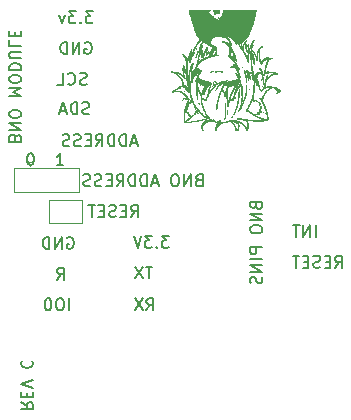
<source format=gbr>
%TF.GenerationSoftware,KiCad,Pcbnew,(5.1.9)-1*%
%TF.CreationDate,2022-10-17T20:04:13-04:00*%
%TF.ProjectId,slime,736c696d-652e-46b6-9963-61645f706362,rev?*%
%TF.SameCoordinates,Original*%
%TF.FileFunction,Legend,Bot*%
%TF.FilePolarity,Positive*%
%FSLAX46Y46*%
G04 Gerber Fmt 4.6, Leading zero omitted, Abs format (unit mm)*
G04 Created by KiCad (PCBNEW (5.1.9)-1) date 2022-10-17 20:04:13*
%MOMM*%
%LPD*%
G01*
G04 APERTURE LIST*
%ADD10C,0.150000*%
%ADD11C,0.120000*%
%ADD12C,0.010000*%
G04 APERTURE END LIST*
D10*
X111014285Y-83852380D02*
X111109523Y-83852380D01*
X111204761Y-83900000D01*
X111252380Y-83947619D01*
X111300000Y-84042857D01*
X111347619Y-84233333D01*
X111347619Y-84471428D01*
X111300000Y-84661904D01*
X111252380Y-84757142D01*
X111204761Y-84804761D01*
X111109523Y-84852380D01*
X111014285Y-84852380D01*
X110919047Y-84804761D01*
X110871428Y-84757142D01*
X110823809Y-84661904D01*
X110776190Y-84471428D01*
X110776190Y-84233333D01*
X110823809Y-84042857D01*
X110871428Y-83947619D01*
X110919047Y-83900000D01*
X111014285Y-83852380D01*
X113823809Y-84852380D02*
X113252380Y-84852380D01*
X113538095Y-84852380D02*
X113538095Y-83852380D01*
X113442857Y-83995238D01*
X113347619Y-84090476D01*
X113252380Y-84138095D01*
X114161904Y-91000000D02*
X114257142Y-90952380D01*
X114400000Y-90952380D01*
X114542857Y-91000000D01*
X114638095Y-91095238D01*
X114685714Y-91190476D01*
X114733333Y-91380952D01*
X114733333Y-91523809D01*
X114685714Y-91714285D01*
X114638095Y-91809523D01*
X114542857Y-91904761D01*
X114400000Y-91952380D01*
X114304761Y-91952380D01*
X114161904Y-91904761D01*
X114114285Y-91857142D01*
X114114285Y-91523809D01*
X114304761Y-91523809D01*
X113685714Y-91952380D02*
X113685714Y-90952380D01*
X113114285Y-91952380D01*
X113114285Y-90952380D01*
X112638095Y-91952380D02*
X112638095Y-90952380D01*
X112400000Y-90952380D01*
X112257142Y-91000000D01*
X112161904Y-91095238D01*
X112114285Y-91190476D01*
X112066666Y-91380952D01*
X112066666Y-91523809D01*
X112114285Y-91714285D01*
X112161904Y-91809523D01*
X112257142Y-91904761D01*
X112400000Y-91952380D01*
X112638095Y-91952380D01*
X113290476Y-94552380D02*
X113623809Y-94076190D01*
X113861904Y-94552380D02*
X113861904Y-93552380D01*
X113480952Y-93552380D01*
X113385714Y-93600000D01*
X113338095Y-93647619D01*
X113290476Y-93742857D01*
X113290476Y-93885714D01*
X113338095Y-93980952D01*
X113385714Y-94028571D01*
X113480952Y-94076190D01*
X113861904Y-94076190D01*
X114300000Y-97152380D02*
X114300000Y-96152380D01*
X113633333Y-96152380D02*
X113442857Y-96152380D01*
X113347619Y-96200000D01*
X113252380Y-96295238D01*
X113204761Y-96485714D01*
X113204761Y-96819047D01*
X113252380Y-97009523D01*
X113347619Y-97104761D01*
X113442857Y-97152380D01*
X113633333Y-97152380D01*
X113728571Y-97104761D01*
X113823809Y-97009523D01*
X113871428Y-96819047D01*
X113871428Y-96485714D01*
X113823809Y-96295238D01*
X113728571Y-96200000D01*
X113633333Y-96152380D01*
X112585714Y-96152380D02*
X112490476Y-96152380D01*
X112395238Y-96200000D01*
X112347619Y-96247619D01*
X112300000Y-96342857D01*
X112252380Y-96533333D01*
X112252380Y-96771428D01*
X112300000Y-96961904D01*
X112347619Y-97057142D01*
X112395238Y-97104761D01*
X112490476Y-97152380D01*
X112585714Y-97152380D01*
X112680952Y-97104761D01*
X112728571Y-97057142D01*
X112776190Y-96961904D01*
X112823809Y-96771428D01*
X112823809Y-96533333D01*
X112776190Y-96342857D01*
X112728571Y-96247619D01*
X112680952Y-96200000D01*
X112585714Y-96152380D01*
X120866666Y-97152380D02*
X121200000Y-96676190D01*
X121438095Y-97152380D02*
X121438095Y-96152380D01*
X121057142Y-96152380D01*
X120961904Y-96200000D01*
X120914285Y-96247619D01*
X120866666Y-96342857D01*
X120866666Y-96485714D01*
X120914285Y-96580952D01*
X120961904Y-96628571D01*
X121057142Y-96676190D01*
X121438095Y-96676190D01*
X120533333Y-96152380D02*
X119866666Y-97152380D01*
X119866666Y-96152380D02*
X120533333Y-97152380D01*
X121361904Y-93452380D02*
X120790476Y-93452380D01*
X121076190Y-94452380D02*
X121076190Y-93452380D01*
X120552380Y-93452380D02*
X119885714Y-94452380D01*
X119885714Y-93452380D02*
X120552380Y-94452380D01*
X122776190Y-90852380D02*
X122157142Y-90852380D01*
X122490476Y-91233333D01*
X122347619Y-91233333D01*
X122252380Y-91280952D01*
X122204761Y-91328571D01*
X122157142Y-91423809D01*
X122157142Y-91661904D01*
X122204761Y-91757142D01*
X122252380Y-91804761D01*
X122347619Y-91852380D01*
X122633333Y-91852380D01*
X122728571Y-91804761D01*
X122776190Y-91757142D01*
X121728571Y-91757142D02*
X121680952Y-91804761D01*
X121728571Y-91852380D01*
X121776190Y-91804761D01*
X121728571Y-91757142D01*
X121728571Y-91852380D01*
X121347619Y-90852380D02*
X120728571Y-90852380D01*
X121061904Y-91233333D01*
X120919047Y-91233333D01*
X120823809Y-91280952D01*
X120776190Y-91328571D01*
X120728571Y-91423809D01*
X120728571Y-91661904D01*
X120776190Y-91757142D01*
X120823809Y-91804761D01*
X120919047Y-91852380D01*
X121204761Y-91852380D01*
X121300000Y-91804761D01*
X121347619Y-91757142D01*
X120442857Y-90852380D02*
X120109523Y-91852380D01*
X119776190Y-90852380D01*
X130128571Y-88304761D02*
X130176190Y-88447619D01*
X130223809Y-88495238D01*
X130319047Y-88542857D01*
X130461904Y-88542857D01*
X130557142Y-88495238D01*
X130604761Y-88447619D01*
X130652380Y-88352380D01*
X130652380Y-87971428D01*
X129652380Y-87971428D01*
X129652380Y-88304761D01*
X129700000Y-88400000D01*
X129747619Y-88447619D01*
X129842857Y-88495238D01*
X129938095Y-88495238D01*
X130033333Y-88447619D01*
X130080952Y-88400000D01*
X130128571Y-88304761D01*
X130128571Y-87971428D01*
X130652380Y-88971428D02*
X129652380Y-88971428D01*
X130652380Y-89542857D01*
X129652380Y-89542857D01*
X129652380Y-90209523D02*
X129652380Y-90400000D01*
X129700000Y-90495238D01*
X129795238Y-90590476D01*
X129985714Y-90638095D01*
X130319047Y-90638095D01*
X130509523Y-90590476D01*
X130604761Y-90495238D01*
X130652380Y-90400000D01*
X130652380Y-90209523D01*
X130604761Y-90114285D01*
X130509523Y-90019047D01*
X130319047Y-89971428D01*
X129985714Y-89971428D01*
X129795238Y-90019047D01*
X129700000Y-90114285D01*
X129652380Y-90209523D01*
X130652380Y-91828571D02*
X129652380Y-91828571D01*
X129652380Y-92209523D01*
X129700000Y-92304761D01*
X129747619Y-92352380D01*
X129842857Y-92400000D01*
X129985714Y-92400000D01*
X130080952Y-92352380D01*
X130128571Y-92304761D01*
X130176190Y-92209523D01*
X130176190Y-91828571D01*
X130652380Y-92828571D02*
X129652380Y-92828571D01*
X130652380Y-93304761D02*
X129652380Y-93304761D01*
X130652380Y-93876190D01*
X129652380Y-93876190D01*
X130604761Y-94304761D02*
X130652380Y-94447619D01*
X130652380Y-94685714D01*
X130604761Y-94780952D01*
X130557142Y-94828571D01*
X130461904Y-94876190D01*
X130366666Y-94876190D01*
X130271428Y-94828571D01*
X130223809Y-94780952D01*
X130176190Y-94685714D01*
X130128571Y-94495238D01*
X130080952Y-94400000D01*
X130033333Y-94352380D01*
X129938095Y-94304761D01*
X129842857Y-94304761D01*
X129747619Y-94352380D01*
X129700000Y-94400000D01*
X129652380Y-94495238D01*
X129652380Y-94733333D01*
X129700000Y-94876190D01*
X110247619Y-104952380D02*
X110723809Y-105285714D01*
X110247619Y-105523809D02*
X111247619Y-105523809D01*
X111247619Y-105142857D01*
X111200000Y-105047619D01*
X111152380Y-105000000D01*
X111057142Y-104952380D01*
X110914285Y-104952380D01*
X110819047Y-105000000D01*
X110771428Y-105047619D01*
X110723809Y-105142857D01*
X110723809Y-105523809D01*
X110771428Y-104523809D02*
X110771428Y-104190476D01*
X110247619Y-104047619D02*
X110247619Y-104523809D01*
X111247619Y-104523809D01*
X111247619Y-104047619D01*
X111247619Y-103761904D02*
X110247619Y-103428571D01*
X111247619Y-103095238D01*
X110342857Y-101428571D02*
X110295238Y-101476190D01*
X110247619Y-101619047D01*
X110247619Y-101714285D01*
X110295238Y-101857142D01*
X110390476Y-101952380D01*
X110485714Y-102000000D01*
X110676190Y-102047619D01*
X110819047Y-102047619D01*
X111009523Y-102000000D01*
X111104761Y-101952380D01*
X111200000Y-101857142D01*
X111247619Y-101714285D01*
X111247619Y-101619047D01*
X111200000Y-101476190D01*
X111152380Y-101428571D01*
X125290476Y-86128571D02*
X125147619Y-86176190D01*
X125100000Y-86223809D01*
X125052380Y-86319047D01*
X125052380Y-86461904D01*
X125100000Y-86557142D01*
X125147619Y-86604761D01*
X125242857Y-86652380D01*
X125623809Y-86652380D01*
X125623809Y-85652380D01*
X125290476Y-85652380D01*
X125195238Y-85700000D01*
X125147619Y-85747619D01*
X125100000Y-85842857D01*
X125100000Y-85938095D01*
X125147619Y-86033333D01*
X125195238Y-86080952D01*
X125290476Y-86128571D01*
X125623809Y-86128571D01*
X124623809Y-86652380D02*
X124623809Y-85652380D01*
X124052380Y-86652380D01*
X124052380Y-85652380D01*
X123385714Y-85652380D02*
X123195238Y-85652380D01*
X123100000Y-85700000D01*
X123004761Y-85795238D01*
X122957142Y-85985714D01*
X122957142Y-86319047D01*
X123004761Y-86509523D01*
X123100000Y-86604761D01*
X123195238Y-86652380D01*
X123385714Y-86652380D01*
X123480952Y-86604761D01*
X123576190Y-86509523D01*
X123623809Y-86319047D01*
X123623809Y-85985714D01*
X123576190Y-85795238D01*
X123480952Y-85700000D01*
X123385714Y-85652380D01*
X121814285Y-86366666D02*
X121338095Y-86366666D01*
X121909523Y-86652380D02*
X121576190Y-85652380D01*
X121242857Y-86652380D01*
X120909523Y-86652380D02*
X120909523Y-85652380D01*
X120671428Y-85652380D01*
X120528571Y-85700000D01*
X120433333Y-85795238D01*
X120385714Y-85890476D01*
X120338095Y-86080952D01*
X120338095Y-86223809D01*
X120385714Y-86414285D01*
X120433333Y-86509523D01*
X120528571Y-86604761D01*
X120671428Y-86652380D01*
X120909523Y-86652380D01*
X119909523Y-86652380D02*
X119909523Y-85652380D01*
X119671428Y-85652380D01*
X119528571Y-85700000D01*
X119433333Y-85795238D01*
X119385714Y-85890476D01*
X119338095Y-86080952D01*
X119338095Y-86223809D01*
X119385714Y-86414285D01*
X119433333Y-86509523D01*
X119528571Y-86604761D01*
X119671428Y-86652380D01*
X119909523Y-86652380D01*
X118338095Y-86652380D02*
X118671428Y-86176190D01*
X118909523Y-86652380D02*
X118909523Y-85652380D01*
X118528571Y-85652380D01*
X118433333Y-85700000D01*
X118385714Y-85747619D01*
X118338095Y-85842857D01*
X118338095Y-85985714D01*
X118385714Y-86080952D01*
X118433333Y-86128571D01*
X118528571Y-86176190D01*
X118909523Y-86176190D01*
X117909523Y-86128571D02*
X117576190Y-86128571D01*
X117433333Y-86652380D02*
X117909523Y-86652380D01*
X117909523Y-85652380D01*
X117433333Y-85652380D01*
X117052380Y-86604761D02*
X116909523Y-86652380D01*
X116671428Y-86652380D01*
X116576190Y-86604761D01*
X116528571Y-86557142D01*
X116480952Y-86461904D01*
X116480952Y-86366666D01*
X116528571Y-86271428D01*
X116576190Y-86223809D01*
X116671428Y-86176190D01*
X116861904Y-86128571D01*
X116957142Y-86080952D01*
X117004761Y-86033333D01*
X117052380Y-85938095D01*
X117052380Y-85842857D01*
X117004761Y-85747619D01*
X116957142Y-85700000D01*
X116861904Y-85652380D01*
X116623809Y-85652380D01*
X116480952Y-85700000D01*
X116100000Y-86604761D02*
X115957142Y-86652380D01*
X115719047Y-86652380D01*
X115623809Y-86604761D01*
X115576190Y-86557142D01*
X115528571Y-86461904D01*
X115528571Y-86366666D01*
X115576190Y-86271428D01*
X115623809Y-86223809D01*
X115719047Y-86176190D01*
X115909523Y-86128571D01*
X116004761Y-86080952D01*
X116052380Y-86033333D01*
X116100000Y-85938095D01*
X116100000Y-85842857D01*
X116052380Y-85747619D01*
X116004761Y-85700000D01*
X115909523Y-85652380D01*
X115671428Y-85652380D01*
X115528571Y-85700000D01*
X136852380Y-93552380D02*
X137185714Y-93076190D01*
X137423809Y-93552380D02*
X137423809Y-92552380D01*
X137042857Y-92552380D01*
X136947619Y-92600000D01*
X136900000Y-92647619D01*
X136852380Y-92742857D01*
X136852380Y-92885714D01*
X136900000Y-92980952D01*
X136947619Y-93028571D01*
X137042857Y-93076190D01*
X137423809Y-93076190D01*
X136423809Y-93028571D02*
X136090476Y-93028571D01*
X135947619Y-93552380D02*
X136423809Y-93552380D01*
X136423809Y-92552380D01*
X135947619Y-92552380D01*
X135566666Y-93504761D02*
X135423809Y-93552380D01*
X135185714Y-93552380D01*
X135090476Y-93504761D01*
X135042857Y-93457142D01*
X134995238Y-93361904D01*
X134995238Y-93266666D01*
X135042857Y-93171428D01*
X135090476Y-93123809D01*
X135185714Y-93076190D01*
X135376190Y-93028571D01*
X135471428Y-92980952D01*
X135519047Y-92933333D01*
X135566666Y-92838095D01*
X135566666Y-92742857D01*
X135519047Y-92647619D01*
X135471428Y-92600000D01*
X135376190Y-92552380D01*
X135138095Y-92552380D01*
X134995238Y-92600000D01*
X134566666Y-93028571D02*
X134233333Y-93028571D01*
X134090476Y-93552380D02*
X134566666Y-93552380D01*
X134566666Y-92552380D01*
X134090476Y-92552380D01*
X133804761Y-92552380D02*
X133233333Y-92552380D01*
X133519047Y-93552380D02*
X133519047Y-92552380D01*
X135204761Y-90952380D02*
X135204761Y-89952380D01*
X134728571Y-90952380D02*
X134728571Y-89952380D01*
X134157142Y-90952380D01*
X134157142Y-89952380D01*
X133823809Y-89952380D02*
X133252380Y-89952380D01*
X133538095Y-90952380D02*
X133538095Y-89952380D01*
X120042857Y-82966666D02*
X119566666Y-82966666D01*
X120138095Y-83252380D02*
X119804761Y-82252380D01*
X119471428Y-83252380D01*
X119138095Y-83252380D02*
X119138095Y-82252380D01*
X118900000Y-82252380D01*
X118757142Y-82300000D01*
X118661904Y-82395238D01*
X118614285Y-82490476D01*
X118566666Y-82680952D01*
X118566666Y-82823809D01*
X118614285Y-83014285D01*
X118661904Y-83109523D01*
X118757142Y-83204761D01*
X118900000Y-83252380D01*
X119138095Y-83252380D01*
X118138095Y-83252380D02*
X118138095Y-82252380D01*
X117900000Y-82252380D01*
X117757142Y-82300000D01*
X117661904Y-82395238D01*
X117614285Y-82490476D01*
X117566666Y-82680952D01*
X117566666Y-82823809D01*
X117614285Y-83014285D01*
X117661904Y-83109523D01*
X117757142Y-83204761D01*
X117900000Y-83252380D01*
X118138095Y-83252380D01*
X116566666Y-83252380D02*
X116900000Y-82776190D01*
X117138095Y-83252380D02*
X117138095Y-82252380D01*
X116757142Y-82252380D01*
X116661904Y-82300000D01*
X116614285Y-82347619D01*
X116566666Y-82442857D01*
X116566666Y-82585714D01*
X116614285Y-82680952D01*
X116661904Y-82728571D01*
X116757142Y-82776190D01*
X117138095Y-82776190D01*
X116138095Y-82728571D02*
X115804761Y-82728571D01*
X115661904Y-83252380D02*
X116138095Y-83252380D01*
X116138095Y-82252380D01*
X115661904Y-82252380D01*
X115280952Y-83204761D02*
X115138095Y-83252380D01*
X114900000Y-83252380D01*
X114804761Y-83204761D01*
X114757142Y-83157142D01*
X114709523Y-83061904D01*
X114709523Y-82966666D01*
X114757142Y-82871428D01*
X114804761Y-82823809D01*
X114900000Y-82776190D01*
X115090476Y-82728571D01*
X115185714Y-82680952D01*
X115233333Y-82633333D01*
X115280952Y-82538095D01*
X115280952Y-82442857D01*
X115233333Y-82347619D01*
X115185714Y-82300000D01*
X115090476Y-82252380D01*
X114852380Y-82252380D01*
X114709523Y-82300000D01*
X114328571Y-83204761D02*
X114185714Y-83252380D01*
X113947619Y-83252380D01*
X113852380Y-83204761D01*
X113804761Y-83157142D01*
X113757142Y-83061904D01*
X113757142Y-82966666D01*
X113804761Y-82871428D01*
X113852380Y-82823809D01*
X113947619Y-82776190D01*
X114138095Y-82728571D01*
X114233333Y-82680952D01*
X114280952Y-82633333D01*
X114328571Y-82538095D01*
X114328571Y-82442857D01*
X114280952Y-82347619D01*
X114233333Y-82300000D01*
X114138095Y-82252380D01*
X113900000Y-82252380D01*
X113757142Y-82300000D01*
X116014285Y-80504761D02*
X115871428Y-80552380D01*
X115633333Y-80552380D01*
X115538095Y-80504761D01*
X115490476Y-80457142D01*
X115442857Y-80361904D01*
X115442857Y-80266666D01*
X115490476Y-80171428D01*
X115538095Y-80123809D01*
X115633333Y-80076190D01*
X115823809Y-80028571D01*
X115919047Y-79980952D01*
X115966666Y-79933333D01*
X116014285Y-79838095D01*
X116014285Y-79742857D01*
X115966666Y-79647619D01*
X115919047Y-79600000D01*
X115823809Y-79552380D01*
X115585714Y-79552380D01*
X115442857Y-79600000D01*
X115014285Y-80552380D02*
X115014285Y-79552380D01*
X114776190Y-79552380D01*
X114633333Y-79600000D01*
X114538095Y-79695238D01*
X114490476Y-79790476D01*
X114442857Y-79980952D01*
X114442857Y-80123809D01*
X114490476Y-80314285D01*
X114538095Y-80409523D01*
X114633333Y-80504761D01*
X114776190Y-80552380D01*
X115014285Y-80552380D01*
X114061904Y-80266666D02*
X113585714Y-80266666D01*
X114157142Y-80552380D02*
X113823809Y-79552380D01*
X113490476Y-80552380D01*
X115790476Y-78004761D02*
X115647619Y-78052380D01*
X115409523Y-78052380D01*
X115314285Y-78004761D01*
X115266666Y-77957142D01*
X115219047Y-77861904D01*
X115219047Y-77766666D01*
X115266666Y-77671428D01*
X115314285Y-77623809D01*
X115409523Y-77576190D01*
X115600000Y-77528571D01*
X115695238Y-77480952D01*
X115742857Y-77433333D01*
X115790476Y-77338095D01*
X115790476Y-77242857D01*
X115742857Y-77147619D01*
X115695238Y-77100000D01*
X115600000Y-77052380D01*
X115361904Y-77052380D01*
X115219047Y-77100000D01*
X114219047Y-77957142D02*
X114266666Y-78004761D01*
X114409523Y-78052380D01*
X114504761Y-78052380D01*
X114647619Y-78004761D01*
X114742857Y-77909523D01*
X114790476Y-77814285D01*
X114838095Y-77623809D01*
X114838095Y-77480952D01*
X114790476Y-77290476D01*
X114742857Y-77195238D01*
X114647619Y-77100000D01*
X114504761Y-77052380D01*
X114409523Y-77052380D01*
X114266666Y-77100000D01*
X114219047Y-77147619D01*
X113314285Y-78052380D02*
X113790476Y-78052380D01*
X113790476Y-77052380D01*
X116328571Y-71852380D02*
X115709523Y-71852380D01*
X116042857Y-72233333D01*
X115900000Y-72233333D01*
X115804761Y-72280952D01*
X115757142Y-72328571D01*
X115709523Y-72423809D01*
X115709523Y-72661904D01*
X115757142Y-72757142D01*
X115804761Y-72804761D01*
X115900000Y-72852380D01*
X116185714Y-72852380D01*
X116280952Y-72804761D01*
X116328571Y-72757142D01*
X115280952Y-72757142D02*
X115233333Y-72804761D01*
X115280952Y-72852380D01*
X115328571Y-72804761D01*
X115280952Y-72757142D01*
X115280952Y-72852380D01*
X114900000Y-71852380D02*
X114280952Y-71852380D01*
X114614285Y-72233333D01*
X114471428Y-72233333D01*
X114376190Y-72280952D01*
X114328571Y-72328571D01*
X114280952Y-72423809D01*
X114280952Y-72661904D01*
X114328571Y-72757142D01*
X114376190Y-72804761D01*
X114471428Y-72852380D01*
X114757142Y-72852380D01*
X114852380Y-72804761D01*
X114900000Y-72757142D01*
X113947619Y-72185714D02*
X113709523Y-72852380D01*
X113471428Y-72185714D01*
X115661904Y-74500000D02*
X115757142Y-74452380D01*
X115900000Y-74452380D01*
X116042857Y-74500000D01*
X116138095Y-74595238D01*
X116185714Y-74690476D01*
X116233333Y-74880952D01*
X116233333Y-75023809D01*
X116185714Y-75214285D01*
X116138095Y-75309523D01*
X116042857Y-75404761D01*
X115900000Y-75452380D01*
X115804761Y-75452380D01*
X115661904Y-75404761D01*
X115614285Y-75357142D01*
X115614285Y-75023809D01*
X115804761Y-75023809D01*
X115185714Y-75452380D02*
X115185714Y-74452380D01*
X114614285Y-75452380D01*
X114614285Y-74452380D01*
X114138095Y-75452380D02*
X114138095Y-74452380D01*
X113900000Y-74452380D01*
X113757142Y-74500000D01*
X113661904Y-74595238D01*
X113614285Y-74690476D01*
X113566666Y-74880952D01*
X113566666Y-75023809D01*
X113614285Y-75214285D01*
X113661904Y-75309523D01*
X113757142Y-75404761D01*
X113900000Y-75452380D01*
X114138095Y-75452380D01*
D11*
%TO.C,~*%
X109650000Y-87100000D02*
X115150000Y-87100000D01*
X115150000Y-87100000D02*
X115150000Y-85150000D01*
X115150000Y-85150000D02*
X109650000Y-85150000D01*
X109650000Y-85150000D02*
X109650000Y-87100000D01*
X111000000Y-84900000D02*
X110700000Y-84600000D01*
X110700000Y-84600000D02*
X111300000Y-84600000D01*
X111300000Y-84600000D02*
X111000000Y-84900000D01*
D12*
G36*
X129391066Y-81914240D02*
G01*
X129397655Y-81909941D01*
X129402348Y-81899080D01*
X129406218Y-81878630D01*
X129410338Y-81845567D01*
X129412286Y-81828217D01*
X129416795Y-81788092D01*
X129421027Y-81751092D01*
X129424375Y-81722518D01*
X129425682Y-81711800D01*
X129426907Y-81693624D01*
X129427941Y-81661995D01*
X129428714Y-81620394D01*
X129429157Y-81572304D01*
X129429231Y-81534000D01*
X129429202Y-81483673D01*
X129429243Y-81437556D01*
X129429344Y-81399028D01*
X129429498Y-81371469D01*
X129429647Y-81359893D01*
X129427032Y-81322072D01*
X129418528Y-81273793D01*
X129405307Y-81219990D01*
X129388544Y-81165596D01*
X129374329Y-81127323D01*
X129361625Y-81094139D01*
X129352601Y-81066991D01*
X129348393Y-81049520D01*
X129348697Y-81045147D01*
X129358597Y-81044154D01*
X129382206Y-81045063D01*
X129416433Y-81047663D01*
X129458187Y-81051742D01*
X129478817Y-81054028D01*
X129533060Y-81059705D01*
X129597422Y-81065579D01*
X129665107Y-81071076D01*
X129729319Y-81075626D01*
X129751666Y-81077004D01*
X129805691Y-81080424D01*
X129859083Y-81084274D01*
X129907354Y-81088196D01*
X129946015Y-81091834D01*
X129963333Y-81093809D01*
X129992424Y-81096492D01*
X130033902Y-81098851D01*
X130085501Y-81100874D01*
X130144956Y-81102548D01*
X130210000Y-81103861D01*
X130278366Y-81104801D01*
X130347790Y-81105356D01*
X130416006Y-81105514D01*
X130480746Y-81105263D01*
X130539745Y-81104590D01*
X130590737Y-81103484D01*
X130631456Y-81101931D01*
X130659636Y-81099921D01*
X130672643Y-81097613D01*
X130691310Y-81093723D01*
X130714750Y-81093210D01*
X130733462Y-81092573D01*
X130742241Y-81088582D01*
X130742332Y-81088033D01*
X130750012Y-81083827D01*
X130769655Y-81080556D01*
X130786626Y-81079385D01*
X130811965Y-81077157D01*
X130829118Y-81073225D01*
X130833333Y-81070299D01*
X130842446Y-81066137D01*
X130860899Y-81066542D01*
X130861006Y-81066558D01*
X130880145Y-81066461D01*
X130886200Y-81060328D01*
X130891036Y-81054174D01*
X130894108Y-81055289D01*
X130906376Y-81055603D01*
X130927268Y-81050396D01*
X130934325Y-81047895D01*
X130962474Y-81038784D01*
X130996550Y-81029853D01*
X131011506Y-81026572D01*
X131056731Y-81014080D01*
X131092123Y-80997505D01*
X131115849Y-80978264D01*
X131126075Y-80957773D01*
X131122864Y-80940581D01*
X131119555Y-80926221D01*
X131116904Y-80899148D01*
X131115227Y-80863582D01*
X131114799Y-80833162D01*
X131113484Y-80782136D01*
X131109062Y-80732463D01*
X131100820Y-80678165D01*
X131089215Y-80618822D01*
X131077878Y-80567543D01*
X131064863Y-80513236D01*
X131050872Y-80458369D01*
X131036606Y-80405409D01*
X131022765Y-80356825D01*
X131010051Y-80315084D01*
X130999165Y-80282656D01*
X130990809Y-80262007D01*
X130986005Y-80255534D01*
X130981798Y-80250465D01*
X130982749Y-80248389D01*
X130983896Y-80235636D01*
X130980038Y-80215848D01*
X130973226Y-80195695D01*
X130965512Y-80181848D01*
X130961502Y-80179334D01*
X130956489Y-80174288D01*
X130957484Y-80171971D01*
X130957559Y-80160346D01*
X130952662Y-80139112D01*
X130944583Y-80113405D01*
X130935110Y-80088366D01*
X130926031Y-80069131D01*
X130919135Y-80060838D01*
X130918789Y-80060801D01*
X130914166Y-80055717D01*
X130915199Y-80053359D01*
X130914837Y-80042172D01*
X130909329Y-80020811D01*
X130900434Y-79993999D01*
X130889909Y-79966458D01*
X130879513Y-79942912D01*
X130871003Y-79928083D01*
X130867540Y-79925334D01*
X130863459Y-79920162D01*
X130864641Y-79917502D01*
X130864955Y-79905095D01*
X130859139Y-79887345D01*
X130850416Y-79871838D01*
X130842773Y-79866067D01*
X130839284Y-79859807D01*
X130840804Y-79853367D01*
X130840201Y-79842506D01*
X130835806Y-79840667D01*
X130829908Y-79835534D01*
X130831166Y-79832201D01*
X130830214Y-79824411D01*
X130826933Y-79823734D01*
X130821412Y-79818576D01*
X130822699Y-79815267D01*
X130821747Y-79807478D01*
X130818466Y-79806801D01*
X130812681Y-79801901D01*
X130813760Y-79799099D01*
X130813646Y-79786973D01*
X130807438Y-79766668D01*
X130797681Y-79743931D01*
X130786922Y-79724514D01*
X130777705Y-79714164D01*
X130775934Y-79713667D01*
X130770597Y-79708498D01*
X130771900Y-79705200D01*
X130771379Y-79697392D01*
X130768432Y-79696734D01*
X130763609Y-79690448D01*
X130765137Y-79682645D01*
X130766309Y-79673081D01*
X130760735Y-79674618D01*
X130754389Y-79674940D01*
X130755969Y-79667540D01*
X130755826Y-79656400D01*
X130751639Y-79654400D01*
X130743420Y-79650013D01*
X130743269Y-79648050D01*
X130743028Y-79630303D01*
X130736362Y-79624146D01*
X130732491Y-79625576D01*
X130726679Y-79626569D01*
X130728604Y-79622091D01*
X130728969Y-79608844D01*
X130722346Y-79589776D01*
X130712063Y-79571775D01*
X130701449Y-79561729D01*
X130699216Y-79561267D01*
X130694362Y-79556067D01*
X130695700Y-79552800D01*
X130694747Y-79545011D01*
X130691466Y-79544334D01*
X130685663Y-79539460D01*
X130686732Y-79536678D01*
X130685189Y-79526049D01*
X130676681Y-79505272D01*
X130663007Y-79478690D01*
X130661831Y-79476598D01*
X130644343Y-79444660D01*
X130635186Y-79424513D01*
X130633719Y-79413588D01*
X130639298Y-79409314D01*
X130644900Y-79408867D01*
X130656167Y-79413439D01*
X130657600Y-79417334D01*
X130664457Y-79424845D01*
X130670300Y-79425800D01*
X130680500Y-79422467D01*
X130681228Y-79411204D01*
X130672085Y-79390116D01*
X130657600Y-79365226D01*
X130642291Y-79338583D01*
X130634873Y-79317687D01*
X130635176Y-79296940D01*
X130643034Y-79270743D01*
X130653944Y-79243767D01*
X130667721Y-79210042D01*
X130679916Y-79177658D01*
X130692415Y-79141293D01*
X130707102Y-79095626D01*
X130712419Y-79078667D01*
X130722613Y-79051825D01*
X130738930Y-79017751D01*
X130762187Y-78974970D01*
X130793204Y-78922007D01*
X130832799Y-78857387D01*
X130854530Y-78822689D01*
X130901452Y-78752258D01*
X130954010Y-78680363D01*
X131009569Y-78610188D01*
X131065491Y-78544916D01*
X131119141Y-78487732D01*
X131167882Y-78441819D01*
X131174830Y-78435914D01*
X131197793Y-78415707D01*
X131213936Y-78399519D01*
X131220336Y-78390333D01*
X131220201Y-78389613D01*
X131220618Y-78387456D01*
X131221378Y-78387968D01*
X131230374Y-78385459D01*
X131249472Y-78375530D01*
X131274746Y-78360247D01*
X131277864Y-78358244D01*
X131312495Y-78338847D01*
X131354690Y-78319425D01*
X131395579Y-78304043D01*
X131397315Y-78303490D01*
X131431452Y-78294131D01*
X131470081Y-78285772D01*
X131509596Y-78278906D01*
X131546391Y-78274025D01*
X131576860Y-78271623D01*
X131597399Y-78272192D01*
X131604297Y-78275210D01*
X131613177Y-78278438D01*
X131621230Y-78276743D01*
X131630248Y-78275447D01*
X131629337Y-78278441D01*
X131632741Y-78285647D01*
X131647890Y-78297312D01*
X131665796Y-78307790D01*
X131671274Y-78311210D01*
X131751288Y-78311210D01*
X131754429Y-78309884D01*
X131766733Y-78312926D01*
X131783993Y-78319006D01*
X131811505Y-78330313D01*
X131844252Y-78344756D01*
X131855633Y-78349984D01*
X131913111Y-78380930D01*
X131964085Y-78416627D01*
X132006546Y-78455040D01*
X132038487Y-78494135D01*
X132057901Y-78531880D01*
X132063066Y-78560169D01*
X132056299Y-78579419D01*
X132038340Y-78603292D01*
X132012697Y-78628015D01*
X131982882Y-78649812D01*
X131975799Y-78654017D01*
X131955397Y-78665126D01*
X131942009Y-78671595D01*
X131939816Y-78672267D01*
X131937793Y-78664589D01*
X131936413Y-78644707D01*
X131936019Y-78623584D01*
X131932661Y-78572612D01*
X131921336Y-78527243D01*
X131900004Y-78480353D01*
X131889812Y-78462291D01*
X131862096Y-78422325D01*
X131825313Y-78379402D01*
X131784801Y-78339464D01*
X131762500Y-78320634D01*
X131751288Y-78311210D01*
X131671274Y-78311210D01*
X131727629Y-78346393D01*
X131783658Y-78392746D01*
X131831183Y-78443953D01*
X131867502Y-78497116D01*
X131889413Y-78547618D01*
X131898336Y-78589394D01*
X131901627Y-78632303D01*
X131899593Y-78672341D01*
X131892541Y-78705501D01*
X131880777Y-78727781D01*
X131875238Y-78732499D01*
X131868885Y-78743585D01*
X131869418Y-78747015D01*
X131877708Y-78747822D01*
X131896460Y-78740566D01*
X131919133Y-78728358D01*
X131948493Y-78710952D01*
X131985723Y-78688903D01*
X132024114Y-78666181D01*
X132035318Y-78659553D01*
X132075618Y-78633842D01*
X132102143Y-78612191D01*
X132117017Y-78592838D01*
X132117868Y-78591127D01*
X132129018Y-78561129D01*
X132128287Y-78543067D01*
X132115667Y-78536808D01*
X132115016Y-78536801D01*
X132101799Y-78530133D01*
X132089005Y-78508981D01*
X132083900Y-78496584D01*
X132057069Y-78448528D01*
X132014283Y-78402151D01*
X131956498Y-78358313D01*
X131885162Y-78318112D01*
X131822698Y-78290106D01*
X131762208Y-78267910D01*
X131706733Y-78252373D01*
X131659315Y-78244343D01*
X131622994Y-78244670D01*
X131622383Y-78244771D01*
X131601051Y-78246644D01*
X131589662Y-78244157D01*
X131588933Y-78242598D01*
X131581333Y-78236989D01*
X131561260Y-78229369D01*
X131532803Y-78221249D01*
X131528053Y-78220079D01*
X131419557Y-78200420D01*
X131305423Y-78191625D01*
X131190864Y-78193706D01*
X131081092Y-78206677D01*
X131023050Y-78218852D01*
X130986411Y-78227346D01*
X130955763Y-78233340D01*
X130934862Y-78236166D01*
X130927800Y-78235781D01*
X130921741Y-78224579D01*
X130919191Y-78208217D01*
X130918091Y-78195999D01*
X130915520Y-78198014D01*
X130910383Y-78215354D01*
X130909784Y-78217605D01*
X130898163Y-78243202D01*
X130880602Y-78262797D01*
X130861305Y-78272602D01*
X130849583Y-78271841D01*
X130841879Y-78260190D01*
X130840155Y-78234938D01*
X130844252Y-78198267D01*
X130854011Y-78152357D01*
X130859838Y-78130571D01*
X130868689Y-78094925D01*
X130875086Y-78060914D01*
X130877723Y-78035565D01*
X130877733Y-78034426D01*
X130879805Y-78009760D01*
X130885186Y-77977940D01*
X130892618Y-77944388D01*
X130900845Y-77914523D01*
X130908611Y-77893766D01*
X130911408Y-77889101D01*
X130916184Y-77876460D01*
X130921243Y-77853001D01*
X130924119Y-77834067D01*
X130938498Y-77775831D01*
X130967415Y-77710440D01*
X131010402Y-77638588D01*
X131066993Y-77560966D01*
X131136720Y-77478268D01*
X131219116Y-77391185D01*
X131230925Y-77379388D01*
X131263208Y-77347578D01*
X131290829Y-77320815D01*
X131311786Y-77301003D01*
X131324075Y-77290047D01*
X131326466Y-77288567D01*
X131332521Y-77287414D01*
X131347130Y-77279051D01*
X131347560Y-77278770D01*
X131361319Y-77267238D01*
X131364883Y-77258847D01*
X131364866Y-77258819D01*
X131367680Y-77253204D01*
X131371550Y-77252689D01*
X131386075Y-77248241D01*
X131404573Y-77237723D01*
X131420682Y-77225373D01*
X131428042Y-77215430D01*
X131428066Y-77215027D01*
X131433249Y-77209031D01*
X131434416Y-77209211D01*
X131447900Y-77208361D01*
X131463426Y-77202595D01*
X131473951Y-77195109D01*
X131474804Y-77190878D01*
X131477467Y-77182472D01*
X131483588Y-77178885D01*
X131492283Y-77178318D01*
X131491566Y-77182134D01*
X131493040Y-77186842D01*
X131499544Y-77185383D01*
X131508038Y-77176768D01*
X131507062Y-77171341D01*
X131507709Y-77165911D01*
X131515577Y-77167729D01*
X131527292Y-77168343D01*
X131529666Y-77164435D01*
X131534869Y-77159626D01*
X131538133Y-77160967D01*
X131545912Y-77159789D01*
X131546600Y-77156328D01*
X131552738Y-77150240D01*
X131559300Y-77151329D01*
X131570188Y-77151237D01*
X131572000Y-77147431D01*
X131578601Y-77142529D01*
X131588933Y-77144034D01*
X131602764Y-77144737D01*
X131605866Y-77139871D01*
X131610085Y-77133575D01*
X131612431Y-77134392D01*
X131623397Y-77135588D01*
X131646772Y-77135193D01*
X131678116Y-77133318D01*
X131688425Y-77132483D01*
X131724979Y-77130029D01*
X131747640Y-77130432D01*
X131759238Y-77133880D01*
X131760578Y-77135567D01*
X131766733Y-77135567D01*
X131770966Y-77131334D01*
X131775200Y-77135567D01*
X131770966Y-77139800D01*
X131766733Y-77135567D01*
X131760578Y-77135567D01*
X131762028Y-77137392D01*
X131773061Y-77147160D01*
X131779167Y-77148267D01*
X131789077Y-77141654D01*
X131791965Y-77126225D01*
X131787780Y-77108600D01*
X131779563Y-77097575D01*
X131763881Y-77092091D01*
X131735997Y-77089000D01*
X131700467Y-77088276D01*
X131661850Y-77089892D01*
X131624703Y-77093819D01*
X131598883Y-77098662D01*
X131562836Y-77110167D01*
X131775200Y-77110167D01*
X131779433Y-77105934D01*
X131783666Y-77110167D01*
X131779433Y-77114400D01*
X131775200Y-77110167D01*
X131562836Y-77110167D01*
X131551910Y-77113654D01*
X131497216Y-77136924D01*
X131440118Y-77165945D01*
X131385930Y-77198188D01*
X131376563Y-77204362D01*
X131355189Y-77220234D01*
X131411133Y-77220234D01*
X131415366Y-77216000D01*
X131419600Y-77220234D01*
X131415366Y-77224467D01*
X131411133Y-77220234D01*
X131355189Y-77220234D01*
X131332386Y-77237167D01*
X131385733Y-77237167D01*
X131389966Y-77232934D01*
X131394200Y-77237167D01*
X131389966Y-77241400D01*
X131385733Y-77237167D01*
X131332386Y-77237167D01*
X131322193Y-77244736D01*
X131262550Y-77295654D01*
X131201081Y-77353623D01*
X131141233Y-77415153D01*
X131086451Y-77476750D01*
X131040184Y-77534925D01*
X131016167Y-77569466D01*
X130992721Y-77607903D01*
X130968807Y-77650729D01*
X130946319Y-77694151D01*
X130927149Y-77734375D01*
X130913190Y-77767609D01*
X130906469Y-77789306D01*
X130900920Y-77808465D01*
X130894361Y-77818011D01*
X130893724Y-77818192D01*
X130878600Y-77820009D01*
X130875732Y-77820309D01*
X130865985Y-77828394D01*
X130862481Y-77838301D01*
X130859803Y-77851813D01*
X130854096Y-77878827D01*
X130846010Y-77916318D01*
X130836198Y-77961258D01*
X130826911Y-78003401D01*
X130815432Y-78055930D01*
X130804517Y-78107071D01*
X130795016Y-78152750D01*
X130787780Y-78188892D01*
X130784472Y-78206601D01*
X130773439Y-78257539D01*
X130759315Y-78295817D01*
X130739689Y-78325691D01*
X130712148Y-78351420D01*
X130695629Y-78363396D01*
X130651732Y-78396571D01*
X130613464Y-78431577D01*
X130582629Y-78466176D01*
X130561031Y-78498127D01*
X130550474Y-78525194D01*
X130551417Y-78542415D01*
X130556907Y-78553042D01*
X130562603Y-78549293D01*
X130567421Y-78541494D01*
X130583325Y-78519555D01*
X130607134Y-78492631D01*
X130635903Y-78463417D01*
X130666690Y-78434612D01*
X130696552Y-78408910D01*
X130722547Y-78389011D01*
X130741731Y-78377609D01*
X130748088Y-78375934D01*
X130758195Y-78371814D01*
X130778135Y-78361060D01*
X130801366Y-78347341D01*
X130839047Y-78325722D01*
X130866046Y-78313346D01*
X130881454Y-78310527D01*
X130884361Y-78317578D01*
X130883909Y-78318892D01*
X130885154Y-78335331D01*
X130897700Y-78347788D01*
X130909060Y-78350534D01*
X130917517Y-78343351D01*
X130920066Y-78330679D01*
X130928289Y-78307004D01*
X130952339Y-78286084D01*
X130991292Y-78268216D01*
X131044220Y-78253696D01*
X131110199Y-78242819D01*
X131188302Y-78235883D01*
X131221364Y-78234327D01*
X131270044Y-78233073D01*
X131316288Y-78232823D01*
X131355774Y-78233536D01*
X131384182Y-78235170D01*
X131390698Y-78235950D01*
X131432300Y-78242238D01*
X131381500Y-78260773D01*
X131316827Y-78287106D01*
X131260857Y-78316684D01*
X131205396Y-78353917D01*
X131197284Y-78359933D01*
X131160781Y-78390041D01*
X131117662Y-78429946D01*
X131071500Y-78475921D01*
X131025869Y-78524241D01*
X130984343Y-78571177D01*
X130950495Y-78613004D01*
X130937728Y-78630602D01*
X130878185Y-78718337D01*
X130827038Y-78796252D01*
X130782113Y-78867754D01*
X130741233Y-78936250D01*
X130728222Y-78958843D01*
X130713631Y-78985269D01*
X130700058Y-79012130D01*
X130686244Y-79042348D01*
X130670931Y-79078841D01*
X130652861Y-79124529D01*
X130630776Y-79182332D01*
X130622773Y-79203550D01*
X130611430Y-79230328D01*
X130600952Y-79249360D01*
X130593713Y-79256467D01*
X130582660Y-79250783D01*
X130565959Y-79236542D01*
X130559700Y-79230222D01*
X130529549Y-79202216D01*
X130497351Y-79178502D01*
X130467376Y-79161822D01*
X130443894Y-79154916D01*
X130442291Y-79154867D01*
X130426597Y-79156602D01*
X130422301Y-79162986D01*
X130429980Y-79175787D01*
X130450215Y-79196775D01*
X130458633Y-79204756D01*
X130478730Y-79225022D01*
X130492536Y-79241677D01*
X130496733Y-79249903D01*
X130502553Y-79259812D01*
X130517962Y-79277483D01*
X130539876Y-79299444D01*
X130544724Y-79304004D01*
X130569060Y-79327596D01*
X130582099Y-79343273D01*
X130585677Y-79353808D01*
X130582459Y-79361024D01*
X130577649Y-79369433D01*
X130576292Y-79380728D01*
X130579062Y-79396831D01*
X130586628Y-79419661D01*
X130599665Y-79451140D01*
X130618843Y-79493189D01*
X130633129Y-79523167D01*
X130674533Y-79523167D01*
X130678766Y-79518934D01*
X130683000Y-79523167D01*
X130678766Y-79527400D01*
X130674533Y-79523167D01*
X130633129Y-79523167D01*
X130644835Y-79547728D01*
X130655478Y-79569734D01*
X130690717Y-79642603D01*
X130719883Y-79703490D01*
X130730647Y-79726367D01*
X130776133Y-79726367D01*
X130780366Y-79722134D01*
X130784600Y-79726367D01*
X130780366Y-79730600D01*
X130776133Y-79726367D01*
X130730647Y-79726367D01*
X130738615Y-79743300D01*
X130784600Y-79743300D01*
X130788833Y-79739067D01*
X130793066Y-79743300D01*
X130788833Y-79747534D01*
X130784600Y-79743300D01*
X130738615Y-79743300D01*
X130744401Y-79755595D01*
X130765695Y-79802119D01*
X130785188Y-79846262D01*
X130804305Y-79891226D01*
X130824470Y-79940211D01*
X130847106Y-79996419D01*
X130862649Y-80035401D01*
X130875061Y-80068121D01*
X130890361Y-80110818D01*
X130907646Y-80160721D01*
X130926011Y-80215063D01*
X130944552Y-80271074D01*
X130962366Y-80325986D01*
X130978549Y-80377029D01*
X130992196Y-80421436D01*
X131002403Y-80456438D01*
X131008267Y-80479265D01*
X131009163Y-80484134D01*
X131012905Y-80504225D01*
X131019985Y-80536037D01*
X131029334Y-80574941D01*
X131038307Y-80610282D01*
X131058772Y-80696316D01*
X131072098Y-80770988D01*
X131078806Y-80838035D01*
X131079421Y-80901196D01*
X131079344Y-80903234D01*
X131076700Y-80970967D01*
X131009518Y-80977055D01*
X130972091Y-80979264D01*
X130945208Y-80978402D01*
X130932338Y-80974845D01*
X130920493Y-80969341D01*
X130896029Y-80960769D01*
X130862704Y-80950374D01*
X130830187Y-80941024D01*
X130722113Y-80910275D01*
X130627043Y-80881265D01*
X130541334Y-80852632D01*
X130461343Y-80823016D01*
X130383426Y-80791057D01*
X130303939Y-80755393D01*
X130219241Y-80714665D01*
X130204633Y-80707424D01*
X130141452Y-80675445D01*
X130092371Y-80649248D01*
X130055941Y-80627900D01*
X130030715Y-80610471D01*
X130015247Y-80596029D01*
X130008088Y-80583643D01*
X130007386Y-80580490D01*
X130007224Y-80570731D01*
X130013074Y-80566537D01*
X130028811Y-80566917D01*
X130049720Y-80569649D01*
X130076419Y-80572357D01*
X130111566Y-80574399D01*
X130151751Y-80575761D01*
X130193565Y-80576429D01*
X130233595Y-80576391D01*
X130268434Y-80575633D01*
X130294669Y-80574141D01*
X130308892Y-80571901D01*
X130310466Y-80570682D01*
X130303341Y-80557338D01*
X130281710Y-80546834D01*
X130245194Y-80539131D01*
X130193413Y-80534191D01*
X130125986Y-80531976D01*
X130042532Y-80532445D01*
X129958635Y-80534930D01*
X129890437Y-80537536D01*
X129802002Y-80478137D01*
X129762166Y-80451549D01*
X129721775Y-80424875D01*
X129685936Y-80401473D01*
X129662766Y-80386598D01*
X129595714Y-80342878D01*
X129529018Y-80297076D01*
X129491546Y-80270136D01*
X129467021Y-80252387D01*
X129436163Y-80230419D01*
X129411944Y-80213391D01*
X129380957Y-80190079D01*
X129363657Y-80171782D01*
X129358677Y-80155763D01*
X129364648Y-80139291D01*
X129370643Y-80130873D01*
X129382449Y-80113556D01*
X129387592Y-80101437D01*
X129387600Y-80101182D01*
X129392138Y-80089459D01*
X129403317Y-80071055D01*
X129405891Y-80067360D01*
X129421237Y-80043334D01*
X129442671Y-80006207D01*
X129469042Y-79958185D01*
X129499200Y-79901475D01*
X129531997Y-79838285D01*
X129566282Y-79770822D01*
X129600905Y-79701293D01*
X129634716Y-79631905D01*
X129656308Y-79586667D01*
X129672856Y-79551275D01*
X129687499Y-79518820D01*
X129701393Y-79486412D01*
X129715695Y-79451163D01*
X129731562Y-79410181D01*
X129750149Y-79360577D01*
X129772614Y-79299462D01*
X129786748Y-79260700D01*
X129846107Y-79075372D01*
X129893210Y-78879539D01*
X129920170Y-78727300D01*
X129924788Y-78697352D01*
X129931362Y-78655492D01*
X129939132Y-78606524D01*
X129947338Y-78555251D01*
X129950309Y-78536801D01*
X129964035Y-78440737D01*
X129975992Y-78335479D01*
X129985716Y-78226652D01*
X129992739Y-78119884D01*
X129996596Y-78020801D01*
X129997200Y-77970509D01*
X129998255Y-77904434D01*
X130001778Y-77848980D01*
X130008306Y-77797944D01*
X130015523Y-77758701D01*
X130023586Y-77721355D01*
X130031141Y-77690141D01*
X130037224Y-77668834D01*
X130040333Y-77661514D01*
X130045608Y-77664012D01*
X130051029Y-77679226D01*
X130052616Y-77686914D01*
X130060413Y-77725961D01*
X130070398Y-77768396D01*
X130081835Y-77811927D01*
X130093986Y-77854258D01*
X130106115Y-77893097D01*
X130117485Y-77926149D01*
X130127359Y-77951121D01*
X130135000Y-77965718D01*
X130139672Y-77967646D01*
X130140759Y-77961300D01*
X130143386Y-77953719D01*
X130149525Y-77959741D01*
X130157937Y-77976719D01*
X130167382Y-78002004D01*
X130176621Y-78032945D01*
X130179392Y-78043862D01*
X130187364Y-78074049D01*
X130194683Y-78097154D01*
X130199936Y-78108786D01*
X130200463Y-78109273D01*
X130204533Y-78105441D01*
X130204351Y-78087764D01*
X130200283Y-78058690D01*
X130192696Y-78020664D01*
X130181956Y-77976133D01*
X130178605Y-77963465D01*
X130166038Y-77916859D01*
X130152216Y-77865643D01*
X130139585Y-77818885D01*
X130136284Y-77806672D01*
X130125883Y-77771123D01*
X130115359Y-77739979D01*
X130106471Y-77718287D01*
X130103865Y-77713538D01*
X130094108Y-77695089D01*
X130081981Y-77667638D01*
X130073513Y-77646122D01*
X130063469Y-77615832D01*
X130060115Y-77593550D01*
X130062692Y-77572079D01*
X130064815Y-77563572D01*
X130073193Y-77538914D01*
X130081279Y-77530752D01*
X130090181Y-77538706D01*
X130097023Y-77552550D01*
X130103410Y-77566155D01*
X130104797Y-77564427D01*
X130103680Y-77556772D01*
X130103864Y-77543974D01*
X130108056Y-77542455D01*
X130114505Y-77539904D01*
X130115733Y-77532963D01*
X130118368Y-77522521D01*
X130125892Y-77527185D01*
X130137729Y-77546034D01*
X130153304Y-77578148D01*
X130172043Y-77622605D01*
X130172700Y-77624250D01*
X130197554Y-77688827D01*
X130218969Y-77750004D01*
X130238420Y-77812579D01*
X130257379Y-77881350D01*
X130277323Y-77961118D01*
X130281366Y-77978001D01*
X130294498Y-78033129D01*
X130304286Y-78073685D01*
X130311345Y-78101558D01*
X130316296Y-78118640D01*
X130319756Y-78126820D01*
X130322344Y-78127988D01*
X130324677Y-78124036D01*
X130327056Y-78117701D01*
X130333361Y-78100767D01*
X130338167Y-78117701D01*
X130342512Y-78134575D01*
X130349062Y-78161740D01*
X130355560Y-78189667D01*
X130374062Y-78269845D01*
X130389352Y-78334305D01*
X130401697Y-78383899D01*
X130411366Y-78419483D01*
X130418628Y-78441908D01*
X130423750Y-78452028D01*
X130427002Y-78450696D01*
X130428652Y-78438767D01*
X130429000Y-78423087D01*
X130427209Y-78394583D01*
X130422239Y-78354951D01*
X130414687Y-78307062D01*
X130405154Y-78253787D01*
X130394238Y-78197998D01*
X130382540Y-78142567D01*
X130370657Y-78090364D01*
X130359190Y-78044260D01*
X130348738Y-78007128D01*
X130339901Y-77981838D01*
X130334988Y-77972709D01*
X130329328Y-77959969D01*
X130322093Y-77935681D01*
X130314791Y-77904950D01*
X130314371Y-77902952D01*
X130303456Y-77860251D01*
X130286849Y-77807124D01*
X130266304Y-77748351D01*
X130243575Y-77688716D01*
X130220416Y-77632998D01*
X130198583Y-77585981D01*
X130196730Y-77582313D01*
X130181994Y-77550530D01*
X130170986Y-77521361D01*
X130165823Y-77500510D01*
X130165689Y-77498647D01*
X130164819Y-77482101D01*
X130162735Y-77481714D01*
X130158066Y-77495400D01*
X130153103Y-77509518D01*
X130151108Y-77508019D01*
X130150443Y-77497778D01*
X130146077Y-77478933D01*
X130136085Y-77453682D01*
X130131138Y-77443569D01*
X130120756Y-77422348D01*
X130117033Y-77406817D01*
X130119662Y-77389663D01*
X130127838Y-77364992D01*
X130141047Y-77329931D01*
X130156445Y-77292484D01*
X130162160Y-77279500D01*
X130174137Y-77252344D01*
X130183791Y-77229244D01*
X130187238Y-77220234D01*
X130192098Y-77209404D01*
X130197376Y-77211865D01*
X130204836Y-77224467D01*
X130212426Y-77237502D01*
X130214676Y-77237011D01*
X130212781Y-77221557D01*
X130211918Y-77215953D01*
X130210806Y-77197365D01*
X130215752Y-77181189D01*
X130229133Y-77161947D01*
X130241788Y-77147116D01*
X130270729Y-77119762D01*
X130304486Y-77096155D01*
X130338010Y-77079283D01*
X130366252Y-77072132D01*
X130368604Y-77072067D01*
X130387396Y-77065914D01*
X130395133Y-77059367D01*
X130414065Y-77049140D01*
X130444795Y-77047672D01*
X130484741Y-77054773D01*
X130528394Y-77069095D01*
X130557735Y-77081150D01*
X130581075Y-77091764D01*
X130593654Y-77098763D01*
X130594012Y-77099064D01*
X130600326Y-77111427D01*
X130608850Y-77137598D01*
X130618949Y-77174695D01*
X130629987Y-77219834D01*
X130641330Y-77270130D01*
X130652341Y-77322701D01*
X130662386Y-77374663D01*
X130670828Y-77423133D01*
X130677033Y-77465226D01*
X130679484Y-77486934D01*
X130683214Y-77520279D01*
X130687473Y-77548701D01*
X130691391Y-77566478D01*
X130691700Y-77567367D01*
X130696431Y-77572466D01*
X130700733Y-77563786D01*
X130704243Y-77544485D01*
X130706597Y-77517716D01*
X130707433Y-77486636D01*
X130706387Y-77454399D01*
X130705706Y-77445577D01*
X130701953Y-77415244D01*
X130695322Y-77373081D01*
X130686681Y-77323772D01*
X130676902Y-77271999D01*
X130666855Y-77222446D01*
X130657410Y-77179796D01*
X130652901Y-77161419D01*
X130646461Y-77136470D01*
X130669952Y-77154948D01*
X130688796Y-77172453D01*
X130711086Y-77196838D01*
X130723221Y-77211647D01*
X130745758Y-77236956D01*
X130762659Y-77248332D01*
X130773054Y-77245459D01*
X130776128Y-77230817D01*
X130771387Y-77216741D01*
X130759169Y-77194995D01*
X130742467Y-77169771D01*
X130724280Y-77145262D01*
X130707601Y-77125659D01*
X130695428Y-77115155D01*
X130692935Y-77114400D01*
X130682321Y-77107516D01*
X130668712Y-77090508D01*
X130655717Y-77068845D01*
X130646946Y-77047996D01*
X130645695Y-77042818D01*
X130640987Y-77022365D01*
X130633156Y-76993361D01*
X130626950Y-76972217D01*
X130618995Y-76945506D01*
X130613414Y-76925692D01*
X130611640Y-76918256D01*
X130605886Y-76907555D01*
X130604683Y-76906262D01*
X130599423Y-76893329D01*
X130598281Y-76882273D01*
X130594363Y-76862151D01*
X130585581Y-76840383D01*
X130576529Y-76819001D01*
X130572740Y-76802283D01*
X130568840Y-76786747D01*
X130559019Y-76762821D01*
X130545684Y-76735174D01*
X130531244Y-76708479D01*
X130518105Y-76687407D01*
X130508676Y-76676630D01*
X130507754Y-76676198D01*
X130503642Y-76680452D01*
X130505758Y-76698403D01*
X130513506Y-76728607D01*
X130520641Y-76756224D01*
X130524320Y-76776100D01*
X130523791Y-76784114D01*
X130523652Y-76784129D01*
X130517194Y-76777167D01*
X130505435Y-76758847D01*
X130490745Y-76732906D01*
X130488493Y-76728698D01*
X130464579Y-76687211D01*
X130445201Y-76661527D01*
X130429984Y-76651242D01*
X130419879Y-76654468D01*
X130419160Y-76665211D01*
X130426802Y-76688297D01*
X130443077Y-76724433D01*
X130460680Y-76759678D01*
X130481811Y-76802293D01*
X130503043Y-76847646D01*
X130523253Y-76893035D01*
X130541321Y-76935756D01*
X130556124Y-76973107D01*
X130566542Y-77002386D01*
X130571453Y-77020891D01*
X130571145Y-77025877D01*
X130563992Y-77022475D01*
X130550906Y-77008882D01*
X130544049Y-77000331D01*
X130526091Y-76981042D01*
X130510544Y-76971489D01*
X130500366Y-76972649D01*
X130498478Y-76985284D01*
X130497781Y-76993652D01*
X130489593Y-76997663D01*
X130470249Y-76998321D01*
X130453501Y-76997617D01*
X130407494Y-76999107D01*
X130348949Y-77007362D01*
X130280661Y-77021963D01*
X130266416Y-77025522D01*
X130251736Y-77028254D01*
X130245930Y-77023510D01*
X130246070Y-77007279D01*
X130246913Y-76998801D01*
X130248624Y-76980709D01*
X130248104Y-76977500D01*
X130244762Y-76989798D01*
X130241154Y-77004882D01*
X130232296Y-77031832D01*
X130219374Y-77047624D01*
X130207019Y-77054594D01*
X130177432Y-77071910D01*
X130140829Y-77099649D01*
X130100395Y-77134723D01*
X130059317Y-77174040D01*
X130020781Y-77214511D01*
X129987973Y-77253045D01*
X129964080Y-77286552D01*
X129959291Y-77294855D01*
X129945100Y-77317790D01*
X129935613Y-77324576D01*
X129930543Y-77315244D01*
X129929466Y-77298127D01*
X129927406Y-77276455D01*
X129922424Y-77262446D01*
X129922166Y-77262144D01*
X129916745Y-77250338D01*
X129909061Y-77226507D01*
X129900336Y-77195194D01*
X129891790Y-77160946D01*
X129884644Y-77128308D01*
X129881338Y-77110167D01*
X129877484Y-77089794D01*
X129871002Y-77058970D01*
X129863166Y-77023722D01*
X129861632Y-77017034D01*
X129854143Y-76981952D01*
X129845186Y-76936003D01*
X129835867Y-76885059D01*
X129827291Y-76834989D01*
X129827012Y-76833287D01*
X129819818Y-76791736D01*
X129813102Y-76757245D01*
X129807486Y-76732712D01*
X129803593Y-76721037D01*
X129802775Y-76720510D01*
X129800000Y-76715303D01*
X129799649Y-76698341D01*
X129800020Y-76692590D01*
X129800711Y-76674519D01*
X129798394Y-76672194D01*
X129795398Y-76678031D01*
X129791140Y-76682271D01*
X129787430Y-76672426D01*
X129783901Y-76647269D01*
X129782743Y-76635698D01*
X129779435Y-76600585D01*
X129775232Y-76555952D01*
X129770826Y-76509138D01*
X129768824Y-76487867D01*
X129757154Y-76359596D01*
X129747808Y-76247212D01*
X129740747Y-76149837D01*
X129735931Y-76066590D01*
X129733321Y-75996592D01*
X129732875Y-75938963D01*
X129734556Y-75892824D01*
X129738323Y-75857294D01*
X129739949Y-75848092D01*
X129749299Y-75807778D01*
X129759554Y-75774794D01*
X129769696Y-75751508D01*
X129778707Y-75740289D01*
X129785203Y-75742800D01*
X129790477Y-75756170D01*
X129799106Y-75782237D01*
X129810023Y-75817355D01*
X129822167Y-75857875D01*
X129834473Y-75900149D01*
X129845877Y-75940527D01*
X129855315Y-75975362D01*
X129861723Y-76001005D01*
X129864009Y-76013048D01*
X129866682Y-76024913D01*
X129869396Y-76025826D01*
X129873449Y-76031092D01*
X129880090Y-76049655D01*
X129888478Y-76078228D01*
X129897768Y-76113527D01*
X129907118Y-76152267D01*
X129915684Y-76191161D01*
X129922623Y-76226924D01*
X129925498Y-76244450D01*
X129930348Y-76264839D01*
X129936450Y-76275668D01*
X129937933Y-76276200D01*
X129944602Y-76268709D01*
X129949766Y-76250118D01*
X129952417Y-76226254D01*
X129951552Y-76202944D01*
X129951083Y-76200000D01*
X129947397Y-76178236D01*
X129942826Y-76149686D01*
X129941440Y-76140734D01*
X129935273Y-76111789D01*
X129927048Y-76086277D01*
X129924549Y-76080705D01*
X129915964Y-76057232D01*
X129909624Y-76028924D01*
X129909161Y-76025672D01*
X129903700Y-75997653D01*
X129893370Y-75956852D01*
X129879159Y-75906373D01*
X129862052Y-75849324D01*
X129843036Y-75788808D01*
X129823097Y-75727933D01*
X129803222Y-75669805D01*
X129784397Y-75617529D01*
X129767608Y-75574211D01*
X129760266Y-75556837D01*
X129743374Y-75516400D01*
X129733048Y-75485222D01*
X129727834Y-75457649D01*
X129726277Y-75428028D01*
X129726266Y-75424726D01*
X129726266Y-75369877D01*
X129748884Y-75384697D01*
X129765035Y-75401309D01*
X129784256Y-75430739D01*
X129803890Y-75468632D01*
X129821967Y-75511292D01*
X129842308Y-75566000D01*
X129863484Y-75628280D01*
X129884067Y-75693653D01*
X129902629Y-75757642D01*
X129917742Y-75815770D01*
X129925110Y-75848634D01*
X129933689Y-75884338D01*
X129944356Y-75919810D01*
X129955718Y-75951309D01*
X129966380Y-75975093D01*
X129974950Y-75987418D01*
X129977126Y-75988334D01*
X129977614Y-75982859D01*
X129976033Y-75979867D01*
X129976302Y-75972048D01*
X129979061Y-75971400D01*
X129989392Y-75978026D01*
X129991592Y-75981984D01*
X129995320Y-75984954D01*
X129996531Y-75977750D01*
X129993404Y-75965206D01*
X129989333Y-75962934D01*
X129983627Y-75955349D01*
X129976876Y-75935685D01*
X129971820Y-75914250D01*
X129962396Y-75870140D01*
X129949977Y-75816981D01*
X129935590Y-75758720D01*
X129920263Y-75699301D01*
X129905025Y-75642671D01*
X129890903Y-75592774D01*
X129878925Y-75553556D01*
X129874210Y-75539600D01*
X129855801Y-75493800D01*
X129833597Y-75447694D01*
X129809612Y-75404698D01*
X129785857Y-75368225D01*
X129764346Y-75341691D01*
X129750865Y-75330347D01*
X129738491Y-75322153D01*
X129731166Y-75312813D01*
X129727567Y-75298008D01*
X129726376Y-75273421D01*
X129726266Y-75249908D01*
X129726795Y-75218922D01*
X129728198Y-75195761D01*
X129730198Y-75184486D01*
X129730741Y-75184001D01*
X129741821Y-75187881D01*
X129763126Y-75197967D01*
X129790259Y-75211924D01*
X129818821Y-75227421D01*
X129832628Y-75235352D01*
X129889209Y-75235352D01*
X129890367Y-75234801D01*
X129898093Y-75240761D01*
X129899833Y-75243267D01*
X129901990Y-75251183D01*
X129900832Y-75251734D01*
X129893106Y-75245773D01*
X129891366Y-75243267D01*
X129889209Y-75235352D01*
X129832628Y-75235352D01*
X129844416Y-75242123D01*
X129862645Y-75253698D01*
X129864148Y-75254780D01*
X129896906Y-75285596D01*
X129932380Y-75331150D01*
X129969517Y-75389672D01*
X130007265Y-75459391D01*
X130044570Y-75538536D01*
X130072436Y-75605052D01*
X130093428Y-75660211D01*
X130113000Y-75716068D01*
X130130199Y-75769482D01*
X130144074Y-75817313D01*
X130153669Y-75856420D01*
X130158033Y-75883662D01*
X130158196Y-75887672D01*
X130162091Y-75918593D01*
X130173476Y-75934408D01*
X130188714Y-75936136D01*
X130194710Y-75933801D01*
X130199057Y-75927811D01*
X130202078Y-75915687D01*
X130204095Y-75894951D01*
X130205431Y-75863126D01*
X130206410Y-75817732D01*
X130206734Y-75797719D01*
X130212469Y-75650015D01*
X130224901Y-75517356D01*
X130244109Y-75399200D01*
X130270172Y-75295005D01*
X130287525Y-75243267D01*
X130303299Y-75203165D01*
X130319695Y-75165661D01*
X130335175Y-75133868D01*
X130348198Y-75110899D01*
X130357226Y-75099864D01*
X130358732Y-75099334D01*
X130360139Y-75106931D01*
X130359196Y-75126624D01*
X130356863Y-75148017D01*
X130355077Y-75170668D01*
X130353604Y-75207070D01*
X130352509Y-75254042D01*
X130351856Y-75308404D01*
X130351712Y-75366975D01*
X130351833Y-75394382D01*
X130355132Y-75527895D01*
X130363596Y-75649160D01*
X130377911Y-75762256D01*
X130398761Y-75871264D01*
X130426833Y-75980266D01*
X130462811Y-76093342D01*
X130475021Y-76128034D01*
X130494315Y-76181697D01*
X130508774Y-76221411D01*
X130519251Y-76249175D01*
X130526602Y-76266987D01*
X130531684Y-76276845D01*
X130535352Y-76280749D01*
X130538461Y-76280697D01*
X130540010Y-76279850D01*
X130547053Y-76271589D01*
X130561736Y-76251710D01*
X130582300Y-76222681D01*
X130606989Y-76186972D01*
X130624657Y-76160989D01*
X130652336Y-76121171D01*
X130678523Y-76085579D01*
X130701069Y-76056984D01*
X130717822Y-76038160D01*
X130724179Y-76032720D01*
X130745288Y-76017963D01*
X130769601Y-75998965D01*
X130775058Y-75994400D01*
X130798424Y-75976697D01*
X130821013Y-75962904D01*
X130825858Y-75960610D01*
X130845336Y-75950311D01*
X130871254Y-75934144D01*
X130887965Y-75922703D01*
X130942815Y-75891203D01*
X131009880Y-75865146D01*
X131084931Y-75845929D01*
X131149172Y-75836288D01*
X131185613Y-75832924D01*
X131215302Y-75830893D01*
X131234530Y-75830404D01*
X131239808Y-75831120D01*
X131235775Y-75838142D01*
X131221805Y-75853721D01*
X131200504Y-75875038D01*
X131189762Y-75885247D01*
X131141883Y-75938146D01*
X131094916Y-76005406D01*
X131050142Y-76084458D01*
X131008841Y-76172734D01*
X130972297Y-76267664D01*
X130941789Y-76366681D01*
X130933472Y-76398967D01*
X130918265Y-76461268D01*
X130906482Y-76510334D01*
X130897432Y-76549359D01*
X130890425Y-76581533D01*
X130884768Y-76610048D01*
X130879772Y-76638097D01*
X130874746Y-76668871D01*
X130873913Y-76674134D01*
X130864854Y-76733369D01*
X130855019Y-76800738D01*
X130845324Y-76869754D01*
X130836681Y-76933933D01*
X130830956Y-76978934D01*
X130824392Y-77013948D01*
X130814306Y-77049148D01*
X130809165Y-77062560D01*
X130796927Y-77094525D01*
X130793920Y-77113710D01*
X130800115Y-77121509D01*
X130807883Y-77121371D01*
X130820177Y-77112551D01*
X130834073Y-77093439D01*
X130839633Y-77082957D01*
X130851854Y-77060626D01*
X130863908Y-77050073D01*
X130881079Y-77047042D01*
X130884338Y-77046974D01*
X130912133Y-77042364D01*
X130948879Y-77030412D01*
X130989468Y-77013214D01*
X131028794Y-76992868D01*
X131053224Y-76977610D01*
X131075654Y-76963836D01*
X131087124Y-76962097D01*
X131088738Y-76973400D01*
X131081597Y-76998751D01*
X131080341Y-77002392D01*
X131070537Y-77021891D01*
X131059436Y-77032917D01*
X131059175Y-77033023D01*
X131049125Y-77044327D01*
X131047066Y-77054447D01*
X131049674Y-77069068D01*
X131058849Y-77077112D01*
X131076615Y-77078572D01*
X131104999Y-77073446D01*
X131146025Y-77061728D01*
X131169567Y-77054167D01*
X131274322Y-77023712D01*
X131369534Y-77004895D01*
X131458012Y-76997768D01*
X131542564Y-77002383D01*
X131625997Y-77018793D01*
X131711120Y-77047050D01*
X131754033Y-77065118D01*
X131794514Y-77084767D01*
X131842933Y-77084767D01*
X131847166Y-77080534D01*
X131851400Y-77084767D01*
X131847166Y-77089000D01*
X131842933Y-77084767D01*
X131794514Y-77084767D01*
X131794894Y-77084951D01*
X131837074Y-77107958D01*
X131873256Y-77130080D01*
X131882619Y-77136484D01*
X131912931Y-77156553D01*
X131932075Y-77165484D01*
X131941167Y-77163795D01*
X131941230Y-77163695D01*
X131938884Y-77152261D01*
X131923978Y-77134182D01*
X131911415Y-77122585D01*
X131885841Y-77102546D01*
X131853902Y-77080333D01*
X131819647Y-77058440D01*
X131787124Y-77039358D01*
X131760382Y-77025578D01*
X131744274Y-77019711D01*
X131728732Y-77014486D01*
X131724029Y-77010893D01*
X131712883Y-77005308D01*
X131698629Y-77002427D01*
X131680909Y-76998390D01*
X131673229Y-76993960D01*
X131662083Y-76988375D01*
X131647829Y-76985493D01*
X131629449Y-76980547D01*
X131620991Y-76974700D01*
X131610476Y-76971679D01*
X131584779Y-76969238D01*
X131545645Y-76967465D01*
X131494817Y-76966448D01*
X131453464Y-76966234D01*
X131395526Y-76966672D01*
X131348069Y-76967928D01*
X131312836Y-76969914D01*
X131291571Y-76972540D01*
X131285940Y-76974700D01*
X131273844Y-76981358D01*
X131254581Y-76985040D01*
X131235829Y-76988694D01*
X131226658Y-76994724D01*
X131217630Y-76999443D01*
X131208789Y-76998544D01*
X131190164Y-77000499D01*
X131181678Y-77005793D01*
X131165982Y-77014644D01*
X131148168Y-77017417D01*
X131134849Y-77013847D01*
X131131733Y-77007815D01*
X131128836Y-76991063D01*
X131126061Y-76982471D01*
X131124288Y-76972419D01*
X131131583Y-76974608D01*
X131138276Y-76975663D01*
X131139964Y-76965328D01*
X131138060Y-76946363D01*
X131136788Y-76924816D01*
X131139187Y-76912397D01*
X131141005Y-76911200D01*
X131147727Y-76904842D01*
X131148048Y-76890952D01*
X131142803Y-76877307D01*
X131136814Y-76872254D01*
X131124349Y-76875292D01*
X131115316Y-76881567D01*
X131131733Y-76881567D01*
X131135966Y-76877334D01*
X131140200Y-76881567D01*
X131135966Y-76885800D01*
X131131733Y-76881567D01*
X131115316Y-76881567D01*
X131105357Y-76888484D01*
X131092364Y-76900410D01*
X131076400Y-76915998D01*
X131071666Y-76919373D01*
X131077846Y-76910712D01*
X131080933Y-76906845D01*
X131086460Y-76898977D01*
X131081446Y-76902537D01*
X131067016Y-76916678D01*
X131064582Y-76919172D01*
X131046491Y-76937239D01*
X131035157Y-76947474D01*
X131033032Y-76947668D01*
X131029287Y-76946747D01*
X131015510Y-76951983D01*
X130996341Y-76961075D01*
X130976418Y-76971722D01*
X130960380Y-76981624D01*
X130953933Y-76986898D01*
X130942674Y-76991727D01*
X130937000Y-76992534D01*
X130919918Y-76994959D01*
X130897856Y-76999321D01*
X130877457Y-77001335D01*
X130867514Y-76994573D01*
X130866372Y-76992071D01*
X130865591Y-76980884D01*
X130868687Y-76978934D01*
X130875296Y-76970776D01*
X130882735Y-76947450D01*
X130890612Y-76910675D01*
X130898536Y-76862174D01*
X130903356Y-76826534D01*
X130912876Y-76756636D01*
X130923931Y-76684845D01*
X130935773Y-76615445D01*
X130947660Y-76552719D01*
X130958845Y-76500950D01*
X130962704Y-76485247D01*
X130970075Y-76453428D01*
X130974513Y-76427784D01*
X130975289Y-76412787D01*
X130974788Y-76411164D01*
X130976310Y-76403822D01*
X130979739Y-76403200D01*
X130985826Y-76397062D01*
X130984738Y-76390500D01*
X130985025Y-76379622D01*
X130989053Y-76377800D01*
X130994609Y-76371098D01*
X130993813Y-76360867D01*
X130993692Y-76347384D01*
X130997965Y-76343934D01*
X131003057Y-76337787D01*
X131001881Y-76331781D01*
X131002382Y-76319567D01*
X131005989Y-76316704D01*
X131012997Y-76307019D01*
X131016096Y-76291570D01*
X131019519Y-76276945D01*
X131025222Y-76274169D01*
X131029379Y-76272199D01*
X131027814Y-76265436D01*
X131027575Y-76252510D01*
X131031389Y-76248971D01*
X131038397Y-76239286D01*
X131041496Y-76223836D01*
X131043940Y-76208485D01*
X131047408Y-76204449D01*
X131052468Y-76198822D01*
X131060701Y-76181345D01*
X131067410Y-76163837D01*
X131097309Y-76094599D01*
X131136116Y-76027627D01*
X131181369Y-75966031D01*
X131230606Y-75912921D01*
X131281365Y-75871408D01*
X131314198Y-75852023D01*
X131342641Y-75837098D01*
X131365526Y-75823408D01*
X131378022Y-75813852D01*
X131378181Y-75813665D01*
X131396225Y-75804128D01*
X131424599Y-75803127D01*
X131458942Y-75810775D01*
X131461102Y-75811513D01*
X131480622Y-75816682D01*
X131492263Y-75816745D01*
X131492785Y-75816370D01*
X131489690Y-75809793D01*
X131474144Y-75799994D01*
X131449870Y-75788757D01*
X131420596Y-75777865D01*
X131398433Y-75771215D01*
X131353060Y-75763471D01*
X131295988Y-75760293D01*
X131231734Y-75761374D01*
X131164815Y-75766407D01*
X131099748Y-75775086D01*
X131041051Y-75787101D01*
X131004171Y-75798032D01*
X130972356Y-75807831D01*
X130954393Y-75809658D01*
X130949213Y-75803540D01*
X130950247Y-75799460D01*
X130960722Y-75788946D01*
X130983923Y-75774386D01*
X131016641Y-75757464D01*
X131055669Y-75739865D01*
X131089400Y-75726385D01*
X131125447Y-75712146D01*
X131145925Y-75702205D01*
X131151480Y-75695984D01*
X131142759Y-75692905D01*
X131127500Y-75692309D01*
X131080756Y-75698554D01*
X131025439Y-75716341D01*
X130964074Y-75744426D01*
X130899193Y-75781566D01*
X130833322Y-75826517D01*
X130796280Y-75855176D01*
X130755862Y-75888056D01*
X130727684Y-75911416D01*
X130710672Y-75926205D01*
X130703753Y-75933367D01*
X130705854Y-75933851D01*
X130708400Y-75932678D01*
X130715999Y-75930626D01*
X130714504Y-75933599D01*
X130700557Y-75941581D01*
X130696464Y-75942526D01*
X130686115Y-75947478D01*
X130665278Y-75959673D01*
X130637477Y-75976846D01*
X130606238Y-75996734D01*
X130575086Y-76017072D01*
X130547545Y-76035597D01*
X130527141Y-76050045D01*
X130519061Y-76056459D01*
X130515873Y-76068472D01*
X130517424Y-76072232D01*
X130527891Y-76076124D01*
X130547593Y-76068736D01*
X130567544Y-76059174D01*
X130575726Y-76058285D01*
X130572511Y-76067490D01*
X130558271Y-76088212D01*
X130554151Y-76093837D01*
X130534228Y-76119085D01*
X130521573Y-76130208D01*
X130515107Y-76127814D01*
X130513666Y-76116629D01*
X130508343Y-76098926D01*
X130497471Y-76082318D01*
X130486172Y-76063152D01*
X130475584Y-76035327D01*
X130471367Y-76019639D01*
X130462768Y-75984670D01*
X130452838Y-75948679D01*
X130449252Y-75936831D01*
X130443427Y-75914484D01*
X130435766Y-75879603D01*
X130427128Y-75836375D01*
X130418372Y-75788983D01*
X130415360Y-75771731D01*
X130408030Y-75726425D01*
X130402310Y-75683947D01*
X130397927Y-75640738D01*
X130394610Y-75593241D01*
X130392087Y-75537896D01*
X130390086Y-75471143D01*
X130389104Y-75428050D01*
X130387979Y-75325382D01*
X130389425Y-75237941D01*
X130393686Y-75164180D01*
X130401009Y-75102554D01*
X130411637Y-75051518D01*
X130425814Y-75009524D01*
X130443786Y-74975027D01*
X130465190Y-74947141D01*
X130492500Y-74917336D01*
X130462866Y-74942718D01*
X130433233Y-74968101D01*
X130457812Y-74940885D01*
X130473981Y-74925095D01*
X130485783Y-74917350D01*
X130488298Y-74917320D01*
X130498135Y-74915056D01*
X130515591Y-74904976D01*
X130522235Y-74900292D01*
X130548202Y-74884067D01*
X130574914Y-74871542D01*
X130578038Y-74870446D01*
X130602049Y-74856569D01*
X130615003Y-74833432D01*
X130621087Y-74803717D01*
X130616866Y-74785443D01*
X130603920Y-74777986D01*
X130583827Y-74780726D01*
X130558167Y-74793041D01*
X130528518Y-74814307D01*
X130505738Y-74835339D01*
X130565245Y-74835339D01*
X130571311Y-74829461D01*
X130572933Y-74828401D01*
X130585673Y-74821008D01*
X130589600Y-74823206D01*
X130589866Y-74828401D01*
X130582885Y-74835517D01*
X130575050Y-74836738D01*
X130565245Y-74835339D01*
X130505738Y-74835339D01*
X130496461Y-74843903D01*
X130463573Y-74881207D01*
X130450463Y-74898251D01*
X130438090Y-74916731D01*
X130432909Y-74928179D01*
X130433846Y-74930001D01*
X130433536Y-74934354D01*
X130424268Y-74943328D01*
X130416354Y-74951210D01*
X130420533Y-74951167D01*
X130423202Y-74951903D01*
X130414200Y-74960500D01*
X130409625Y-74964182D01*
X130390503Y-74982936D01*
X130373762Y-75003774D01*
X130379564Y-75003774D01*
X130381624Y-74999042D01*
X130390149Y-74989953D01*
X130395050Y-74991817D01*
X130395133Y-74993001D01*
X130389119Y-75000162D01*
X130385358Y-75002776D01*
X130379564Y-75003774D01*
X130373762Y-75003774D01*
X130368448Y-75010388D01*
X130356561Y-75027367D01*
X130361266Y-75027367D01*
X130365500Y-75023134D01*
X130369733Y-75027367D01*
X130365500Y-75031601D01*
X130361266Y-75027367D01*
X130356561Y-75027367D01*
X130345388Y-75043325D01*
X130323247Y-75078538D01*
X130303955Y-75112815D01*
X130289436Y-75142944D01*
X130281618Y-75165715D01*
X130281838Y-75177159D01*
X130282520Y-75182616D01*
X130277908Y-75180576D01*
X130269510Y-75182046D01*
X130265855Y-75199742D01*
X130265843Y-75215659D01*
X130262499Y-75222973D01*
X130260033Y-75222327D01*
X130254115Y-75226692D01*
X130247205Y-75241582D01*
X130241270Y-75260846D01*
X130238275Y-75278337D01*
X130239363Y-75286998D01*
X130237254Y-75293526D01*
X130233778Y-75294067D01*
X130227427Y-75300744D01*
X130228253Y-75311001D01*
X130229183Y-75324524D01*
X130226165Y-75327934D01*
X130220619Y-75335898D01*
X130214079Y-75357901D01*
X130206959Y-75391105D01*
X130199675Y-75432675D01*
X130192639Y-75479772D01*
X130186268Y-75529562D01*
X130180975Y-75579206D01*
X130177174Y-75625870D01*
X130175280Y-75666715D01*
X130175146Y-75677184D01*
X130173914Y-75703341D01*
X130170873Y-75721012D01*
X130167683Y-75725867D01*
X130160799Y-75718639D01*
X130151217Y-75700155D01*
X130145280Y-75685650D01*
X130116866Y-75613014D01*
X130087339Y-75543169D01*
X130057553Y-75477694D01*
X130028362Y-75418169D01*
X130000618Y-75366171D01*
X129975176Y-75323281D01*
X129952888Y-75291077D01*
X129934607Y-75271137D01*
X129921188Y-75265041D01*
X129918476Y-75265993D01*
X129913922Y-75265750D01*
X129915537Y-75262190D01*
X129913247Y-75250989D01*
X129898197Y-75234796D01*
X129873124Y-75215448D01*
X129840765Y-75194777D01*
X129803856Y-75174619D01*
X129765134Y-75156808D01*
X129748721Y-75150369D01*
X129724609Y-75141456D01*
X129730583Y-75042078D01*
X129734135Y-74994072D01*
X129738630Y-74958668D01*
X129744877Y-74931537D01*
X129753685Y-74908348D01*
X129756811Y-74901788D01*
X129770401Y-74872797D01*
X129775926Y-74855626D01*
X129773766Y-74847423D01*
X129764366Y-74845334D01*
X129756952Y-74842407D01*
X129752986Y-74832292D01*
X129752533Y-74812988D01*
X129755655Y-74782493D01*
X129762416Y-74738807D01*
X129768902Y-74701773D01*
X129775352Y-74663558D01*
X129779901Y-74631782D01*
X129782105Y-74609931D01*
X129781676Y-74601588D01*
X129782250Y-74592301D01*
X129785903Y-74586654D01*
X129792745Y-74573373D01*
X129792952Y-74568942D01*
X129794356Y-74555375D01*
X129796468Y-74549001D01*
X129804111Y-74528491D01*
X129813981Y-74499760D01*
X129824635Y-74467323D01*
X129834627Y-74435696D01*
X129842513Y-74409392D01*
X129846848Y-74392927D01*
X129847262Y-74390251D01*
X129851671Y-74380391D01*
X129854011Y-74379667D01*
X129861228Y-74373151D01*
X129874366Y-74356141D01*
X129890940Y-74332442D01*
X129908466Y-74305860D01*
X129924458Y-74280203D01*
X129936431Y-74259275D01*
X129941901Y-74246884D01*
X129941786Y-74245231D01*
X129932764Y-74247149D01*
X129915814Y-74259000D01*
X129894117Y-74277938D01*
X129870857Y-74301116D01*
X129849216Y-74325691D01*
X129843049Y-74333520D01*
X129827090Y-74355579D01*
X129816955Y-74371732D01*
X129814827Y-74377917D01*
X129811941Y-74385388D01*
X129801452Y-74397615D01*
X129790984Y-74412285D01*
X129789957Y-74422309D01*
X129789042Y-74429889D01*
X129786127Y-74430467D01*
X129776088Y-74438273D01*
X129761590Y-74460637D01*
X129743293Y-74495974D01*
X129721859Y-74542701D01*
X129697951Y-74599237D01*
X129672230Y-74663996D01*
X129645358Y-74735397D01*
X129617997Y-74811857D01*
X129590808Y-74891791D01*
X129581777Y-74919305D01*
X129561850Y-74980540D01*
X129546392Y-75027557D01*
X129534612Y-75062233D01*
X129525719Y-75086447D01*
X129518920Y-75102075D01*
X129513425Y-75110995D01*
X129508442Y-75115085D01*
X129503180Y-75116223D01*
X129498754Y-75116267D01*
X129489465Y-75115041D01*
X129482492Y-75109698D01*
X129477117Y-75097742D01*
X129472625Y-75076675D01*
X129468298Y-75044000D01*
X129463420Y-74997221D01*
X129462811Y-74991024D01*
X129457692Y-74917355D01*
X129456452Y-74844093D01*
X129458918Y-74774907D01*
X129464914Y-74713470D01*
X129474266Y-74663451D01*
X129479202Y-74646586D01*
X129489163Y-74613776D01*
X129491964Y-74593877D01*
X129487663Y-74584483D01*
X129480723Y-74582867D01*
X129473492Y-74589316D01*
X129458353Y-74606944D01*
X129453888Y-74612501D01*
X129455333Y-74612501D01*
X129459566Y-74608267D01*
X129463800Y-74612501D01*
X129459566Y-74616734D01*
X129455333Y-74612501D01*
X129453888Y-74612501D01*
X129437274Y-74633177D01*
X129412223Y-74665438D01*
X129385166Y-74701153D01*
X129358072Y-74737745D01*
X129332909Y-74772640D01*
X129311644Y-74803262D01*
X129306726Y-74810614D01*
X129291358Y-74830828D01*
X129278010Y-74843346D01*
X129273176Y-74845334D01*
X129266657Y-74836986D01*
X129261060Y-74812376D01*
X129256435Y-74772151D01*
X129252836Y-74716961D01*
X129250315Y-74647452D01*
X129248922Y-74564273D01*
X129248755Y-74541211D01*
X129247900Y-74385255D01*
X129284667Y-74344361D01*
X129304396Y-74320618D01*
X129312322Y-74307089D01*
X129309783Y-74303313D01*
X129298121Y-74308829D01*
X129278676Y-74323174D01*
X129252787Y-74345887D01*
X129237461Y-74360617D01*
X129210832Y-74389054D01*
X129208059Y-74392367D01*
X129209800Y-74392367D01*
X129214033Y-74388134D01*
X129218266Y-74392367D01*
X129214033Y-74396601D01*
X129209800Y-74392367D01*
X129208059Y-74392367D01*
X129182766Y-74422583D01*
X129155166Y-74458465D01*
X129129936Y-74493958D01*
X129108980Y-74526323D01*
X129094200Y-74552820D01*
X129087500Y-74570707D01*
X129087942Y-74575871D01*
X129088848Y-74581427D01*
X129083009Y-74578763D01*
X129075326Y-74577320D01*
X129076143Y-74583805D01*
X129073373Y-74597462D01*
X129062424Y-74611182D01*
X129049567Y-74621515D01*
X129044259Y-74619940D01*
X129041994Y-74609066D01*
X129037034Y-74594863D01*
X129032358Y-74591334D01*
X129027050Y-74599103D01*
X129019900Y-74620044D01*
X129011722Y-74650603D01*
X129003332Y-74687228D01*
X128995546Y-74726366D01*
X128989177Y-74764466D01*
X128985106Y-74797272D01*
X128981498Y-74828250D01*
X128977290Y-74845163D01*
X128971507Y-74850873D01*
X128967067Y-74850189D01*
X128953612Y-74845870D01*
X128950374Y-74845334D01*
X128949897Y-74839911D01*
X128951254Y-74837372D01*
X128949663Y-74827562D01*
X128942540Y-74805650D01*
X128931255Y-74774997D01*
X128917178Y-74738966D01*
X128901679Y-74700917D01*
X128886128Y-74664212D01*
X128871895Y-74632213D01*
X128860350Y-74608280D01*
X128852862Y-74595775D01*
X128852738Y-74595638D01*
X128843569Y-74594107D01*
X128835322Y-74602659D01*
X128832928Y-74614925D01*
X128834528Y-74619153D01*
X128838240Y-74631763D01*
X128842974Y-74657042D01*
X128848173Y-74690797D01*
X128853278Y-74728838D01*
X128857734Y-74766974D01*
X128860982Y-74801013D01*
X128862466Y-74826764D01*
X128862502Y-74829530D01*
X128861226Y-74854727D01*
X128855949Y-74867794D01*
X128846022Y-74873111D01*
X128833481Y-74873948D01*
X128831206Y-74870848D01*
X128827430Y-74860803D01*
X128815733Y-74841824D01*
X128799083Y-74817899D01*
X128780444Y-74793017D01*
X128762784Y-74771165D01*
X128749069Y-74756333D01*
X128742958Y-74752201D01*
X128737777Y-74747632D01*
X128738525Y-74745851D01*
X128736144Y-74736404D01*
X128726266Y-74718885D01*
X128712010Y-74697633D01*
X128696496Y-74676989D01*
X128682844Y-74661294D01*
X128674173Y-74654887D01*
X128673303Y-74655109D01*
X128671366Y-74654582D01*
X128672196Y-74653393D01*
X128671184Y-74643021D01*
X128663343Y-74627702D01*
X128655351Y-74612550D01*
X128657270Y-74600283D01*
X128667547Y-74585668D01*
X128679103Y-74572413D01*
X128684754Y-74568749D01*
X128684866Y-74569243D01*
X128691349Y-74569613D01*
X128707255Y-74563218D01*
X128710266Y-74561701D01*
X128727531Y-74550182D01*
X128735588Y-74539702D01*
X128735666Y-74538905D01*
X128738963Y-74533254D01*
X128740948Y-74534527D01*
X128751393Y-74534552D01*
X128769850Y-74527457D01*
X128790742Y-74516224D01*
X128808493Y-74503836D01*
X128817399Y-74493633D01*
X128824960Y-74485056D01*
X128828826Y-74485517D01*
X128838532Y-74482857D01*
X128854908Y-74471237D01*
X128861805Y-74465138D01*
X128877751Y-74451413D01*
X128887180Y-74445555D01*
X128888254Y-74446120D01*
X128892960Y-74444286D01*
X128904216Y-74432506D01*
X128905922Y-74430467D01*
X128915989Y-74419731D01*
X128918445Y-74420344D01*
X128917806Y-74422001D01*
X128915419Y-74429443D01*
X128921558Y-74423472D01*
X128923422Y-74421257D01*
X128936369Y-74411581D01*
X128943634Y-74410852D01*
X128955933Y-74407819D01*
X128977098Y-74396022D01*
X129003539Y-74378166D01*
X129031663Y-74356954D01*
X129057881Y-74335092D01*
X129078599Y-74315283D01*
X129090021Y-74300631D01*
X129100110Y-74286557D01*
X129120116Y-74262801D01*
X129147982Y-74231652D01*
X129181653Y-74195401D01*
X129219071Y-74156336D01*
X129225941Y-74149289D01*
X129285426Y-74087400D01*
X129332279Y-74036324D01*
X129366694Y-73995820D01*
X129388869Y-73965649D01*
X129398998Y-73945569D01*
X129398766Y-73936919D01*
X129398964Y-73932407D01*
X129403225Y-73934359D01*
X129411983Y-73935826D01*
X129413000Y-73933320D01*
X129418309Y-73923411D01*
X129431770Y-73906354D01*
X129440267Y-73896837D01*
X129455954Y-73878309D01*
X129464841Y-73864633D01*
X129465667Y-73861084D01*
X129470199Y-73855019D01*
X129472766Y-73854734D01*
X129477822Y-73849547D01*
X129476500Y-73846267D01*
X129477708Y-73838490D01*
X129481194Y-73837801D01*
X129487647Y-73830414D01*
X129487393Y-73812401D01*
X129487044Y-73794704D01*
X129491346Y-73787011D01*
X129491572Y-73787001D01*
X129495977Y-73780783D01*
X129494604Y-73774301D01*
X129494158Y-73763385D01*
X129497361Y-73761601D01*
X129505230Y-73754502D01*
X129510193Y-73742551D01*
X129520443Y-73712987D01*
X129539025Y-73668811D01*
X129565894Y-73610123D01*
X129601003Y-73537025D01*
X129622598Y-73493159D01*
X129647361Y-73442353D01*
X129665090Y-73403581D01*
X129676859Y-73374011D01*
X129683740Y-73350810D01*
X129686806Y-73331146D01*
X129687232Y-73322480D01*
X129688681Y-73299244D01*
X129691499Y-73285612D01*
X129693568Y-73283956D01*
X129700452Y-73281060D01*
X129705496Y-73269114D01*
X129705910Y-73255978D01*
X129704627Y-73252836D01*
X129706217Y-73245664D01*
X129709333Y-73245134D01*
X129714854Y-73239976D01*
X129713566Y-73236667D01*
X129714633Y-73228883D01*
X129718005Y-73228200D01*
X129724742Y-73222146D01*
X129724175Y-73217693D01*
X129726556Y-73203611D01*
X129732423Y-73195434D01*
X129740222Y-73180391D01*
X129739719Y-73172075D01*
X129740573Y-73161879D01*
X129744371Y-73160467D01*
X129749805Y-73154298D01*
X129748604Y-73147767D01*
X129748303Y-73136859D01*
X129751666Y-73135067D01*
X129756096Y-73128850D01*
X129754728Y-73122367D01*
X129755332Y-73111506D01*
X129759727Y-73109667D01*
X129765624Y-73104534D01*
X129764366Y-73101200D01*
X129764056Y-73093357D01*
X129766399Y-73092734D01*
X129774092Y-73085501D01*
X129782307Y-73068264D01*
X129788729Y-73047712D01*
X129791046Y-73030535D01*
X129789797Y-73025050D01*
X129790926Y-73017235D01*
X129794406Y-73016534D01*
X129800616Y-73010442D01*
X129799614Y-73004381D01*
X129800115Y-72992167D01*
X129803722Y-72989304D01*
X129810627Y-72979634D01*
X129813830Y-72963363D01*
X129817113Y-72946564D01*
X129822422Y-72940340D01*
X129826268Y-72934090D01*
X129824804Y-72927634D01*
X129824897Y-72916745D01*
X129828702Y-72914934D01*
X129833561Y-72908272D01*
X129831763Y-72896940D01*
X129829673Y-72884546D01*
X129836355Y-72885320D01*
X129836865Y-72885629D01*
X129844087Y-72887111D01*
X129842271Y-72878223D01*
X129841830Y-72866513D01*
X129845971Y-72864134D01*
X129851405Y-72857964D01*
X129850204Y-72851434D01*
X129850297Y-72840545D01*
X129854102Y-72838734D01*
X129859004Y-72832132D01*
X129857500Y-72821800D01*
X129856725Y-72808096D01*
X129861324Y-72804867D01*
X129866702Y-72797826D01*
X129864893Y-72782438D01*
X129862558Y-72767244D01*
X129867485Y-72765312D01*
X129870404Y-72766893D01*
X129877928Y-72768714D01*
X129876137Y-72759689D01*
X129875697Y-72747980D01*
X129879838Y-72745600D01*
X129885272Y-72739431D01*
X129884071Y-72732900D01*
X129884163Y-72722012D01*
X129887969Y-72720200D01*
X129892871Y-72713599D01*
X129891366Y-72703267D01*
X129890743Y-72689316D01*
X129895935Y-72686334D01*
X129902143Y-72680221D01*
X129901108Y-72673905D01*
X129901506Y-72660090D01*
X129905013Y-72656115D01*
X129910253Y-72644754D01*
X129909142Y-72638911D01*
X129909696Y-72628556D01*
X129913369Y-72627067D01*
X129918271Y-72620466D01*
X129916766Y-72610134D01*
X129916158Y-72596163D01*
X129921416Y-72593200D01*
X129927842Y-72586530D01*
X129927013Y-72576267D01*
X129926143Y-72562747D01*
X129929254Y-72559334D01*
X129934555Y-72552035D01*
X129941416Y-72534149D01*
X129948059Y-72511689D01*
X129952710Y-72490669D01*
X129953592Y-72477103D01*
X129953568Y-72476992D01*
X129955506Y-72465270D01*
X129962172Y-72446002D01*
X129962465Y-72445285D01*
X129968646Y-72422844D01*
X129968858Y-72405068D01*
X129969404Y-72392612D01*
X129973580Y-72390000D01*
X129978719Y-72383284D01*
X129977813Y-72373067D01*
X129977723Y-72359586D01*
X129982046Y-72356134D01*
X129987246Y-72349437D01*
X129986386Y-72339606D01*
X129985807Y-72325114D01*
X129989062Y-72320556D01*
X129994182Y-72311178D01*
X129999698Y-72289292D01*
X130004710Y-72259275D01*
X130008153Y-72227639D01*
X130012222Y-72217565D01*
X130015947Y-72217555D01*
X130021058Y-72213388D01*
X130023889Y-72197884D01*
X130025831Y-72173162D01*
X130029371Y-72156590D01*
X130034751Y-72142756D01*
X130037692Y-72126532D01*
X130035997Y-72120196D01*
X130037276Y-72110575D01*
X130040212Y-72108963D01*
X130046228Y-72099373D01*
X130050226Y-72079026D01*
X130050848Y-72070188D01*
X130053249Y-72048291D01*
X130057636Y-72035665D01*
X130059570Y-72034448D01*
X130063658Y-72027655D01*
X130062480Y-72017467D01*
X130061418Y-72003938D01*
X130064236Y-72000534D01*
X130068933Y-71992961D01*
X130075166Y-71973426D01*
X130081897Y-71946702D01*
X130088090Y-71917563D01*
X130092708Y-71890784D01*
X130094714Y-71871138D01*
X130093894Y-71863979D01*
X130095800Y-71857170D01*
X130099261Y-71856600D01*
X130105720Y-71849225D01*
X130105490Y-71831407D01*
X130104739Y-71812966D01*
X130108113Y-71803899D01*
X130108137Y-71803890D01*
X130114579Y-71794843D01*
X130120258Y-71778284D01*
X130126035Y-71755000D01*
X128754423Y-71755000D01*
X128575789Y-71755007D01*
X128413321Y-71755033D01*
X128266251Y-71755087D01*
X128133812Y-71755176D01*
X128015235Y-71755309D01*
X127909753Y-71755494D01*
X127816598Y-71755740D01*
X127735003Y-71756055D01*
X127664200Y-71756446D01*
X127603422Y-71756923D01*
X127551900Y-71757493D01*
X127508867Y-71758165D01*
X127473556Y-71758947D01*
X127445198Y-71759848D01*
X127423027Y-71760875D01*
X127406273Y-71762036D01*
X127394171Y-71763341D01*
X127385952Y-71764797D01*
X127380848Y-71766412D01*
X127378091Y-71768196D01*
X127377034Y-71769817D01*
X127372516Y-71782329D01*
X127363507Y-71808003D01*
X127351001Y-71843981D01*
X127335992Y-71887403D01*
X127320984Y-71931011D01*
X127303697Y-71980668D01*
X127287039Y-72027287D01*
X127272258Y-72067469D01*
X127260601Y-72097812D01*
X127254213Y-72113044D01*
X127243531Y-72137869D01*
X127229737Y-72172304D01*
X127215358Y-72209992D01*
X127211486Y-72220495D01*
X127187445Y-72282509D01*
X127162455Y-72340184D01*
X127137903Y-72390710D01*
X127115172Y-72431274D01*
X127095650Y-72459062D01*
X127091904Y-72463202D01*
X127071244Y-72480021D01*
X127041144Y-72499215D01*
X127007865Y-72516818D01*
X127005543Y-72517904D01*
X126969631Y-72533264D01*
X126940337Y-72541758D01*
X126909738Y-72545190D01*
X126884237Y-72545557D01*
X126843384Y-72542186D01*
X126802033Y-72532012D01*
X126758686Y-72514102D01*
X126711844Y-72487524D01*
X126660010Y-72451344D01*
X126601684Y-72404630D01*
X126535368Y-72346449D01*
X126475985Y-72291425D01*
X126460411Y-72277985D01*
X126434960Y-72257372D01*
X126403330Y-72232538D01*
X126373466Y-72209644D01*
X126337458Y-72180870D01*
X126297606Y-72146533D01*
X126256024Y-72108728D01*
X126214827Y-72069551D01*
X126176127Y-72031099D01*
X126142040Y-71995466D01*
X126114679Y-71964749D01*
X126096157Y-71941045D01*
X126088778Y-71927377D01*
X126089900Y-71901699D01*
X126102301Y-71870267D01*
X126123337Y-71836967D01*
X126150367Y-71805687D01*
X126180748Y-71780314D01*
X126194329Y-71772111D01*
X126199057Y-71769502D01*
X126202178Y-71767187D01*
X126202772Y-71765146D01*
X126199921Y-71763361D01*
X126192705Y-71761816D01*
X126180206Y-71760492D01*
X126161505Y-71759372D01*
X126135682Y-71758437D01*
X126101818Y-71757669D01*
X126058995Y-71757051D01*
X126006293Y-71756565D01*
X125942793Y-71756193D01*
X125867577Y-71755917D01*
X125779726Y-71755719D01*
X125678319Y-71755582D01*
X125562439Y-71755487D01*
X125431166Y-71755417D01*
X125333196Y-71755375D01*
X124441092Y-71755000D01*
X124445257Y-71774050D01*
X124449664Y-71791459D01*
X124458450Y-71823684D01*
X124471213Y-71869300D01*
X124487547Y-71926879D01*
X124507049Y-71994996D01*
X124529314Y-72072224D01*
X124547796Y-72136000D01*
X124583618Y-72258995D01*
X124615170Y-72366536D01*
X124642711Y-72459487D01*
X124666504Y-72538711D01*
X124686810Y-72605069D01*
X124703889Y-72659425D01*
X124718002Y-72702642D01*
X124728447Y-72732900D01*
X124741992Y-72772709D01*
X124755669Y-72816043D01*
X124764741Y-72847200D01*
X124780684Y-72904125D01*
X124794482Y-72949965D01*
X124807894Y-72990114D01*
X124822679Y-73029965D01*
X124832403Y-73054634D01*
X124847380Y-73095701D01*
X124854794Y-73126434D01*
X124855622Y-73151125D01*
X124855199Y-73154867D01*
X124854380Y-73174022D01*
X124857165Y-73196864D01*
X124864220Y-73225595D01*
X124876209Y-73262415D01*
X124893797Y-73309524D01*
X124917649Y-73369124D01*
X124926226Y-73390012D01*
X124947271Y-73442385D01*
X124961971Y-73482624D01*
X124971273Y-73513881D01*
X124976121Y-73539304D01*
X124977465Y-73560517D01*
X124981493Y-73573084D01*
X124985959Y-73575334D01*
X124990524Y-73580552D01*
X124989166Y-73583801D01*
X124990118Y-73591590D01*
X124993400Y-73592267D01*
X124998921Y-73597425D01*
X124997633Y-73600734D01*
X124997779Y-73608559D01*
X125000449Y-73609201D01*
X125008107Y-73616629D01*
X125016047Y-73635126D01*
X125022066Y-73659011D01*
X125023408Y-73668467D01*
X125025468Y-73682458D01*
X125026193Y-73685401D01*
X125029483Y-73694753D01*
X125037081Y-73716222D01*
X125047628Y-73745966D01*
X125053177Y-73761601D01*
X125064687Y-73794804D01*
X125073769Y-73822481D01*
X125079047Y-73840370D01*
X125079807Y-73844028D01*
X125087796Y-73854976D01*
X125096781Y-73859533D01*
X125109663Y-73868964D01*
X125127102Y-73888382D01*
X125142309Y-73909210D01*
X125159755Y-73933888D01*
X125172634Y-73946706D01*
X125184654Y-73950575D01*
X125193839Y-73949658D01*
X125209179Y-73949803D01*
X125225175Y-73958151D01*
X125246097Y-73977149D01*
X125251452Y-73982653D01*
X125276319Y-74007303D01*
X125307546Y-74036566D01*
X125338486Y-74064215D01*
X125339251Y-74064877D01*
X125370856Y-74095061D01*
X125388046Y-74119831D01*
X125391368Y-74141697D01*
X125381372Y-74163169D01*
X125364711Y-74181233D01*
X125350079Y-74197514D01*
X125330166Y-74223251D01*
X125329306Y-74224445D01*
X125419555Y-74224445D01*
X125420717Y-74219412D01*
X125425200Y-74218801D01*
X125432169Y-74221898D01*
X125430844Y-74224445D01*
X125420796Y-74225458D01*
X125419555Y-74224445D01*
X125329306Y-74224445D01*
X125306770Y-74255707D01*
X125281688Y-74292146D01*
X125271313Y-74307804D01*
X125325114Y-74307804D01*
X125326939Y-74299278D01*
X125336300Y-74286534D01*
X125348882Y-74275457D01*
X125355951Y-74273730D01*
X125354127Y-74282256D01*
X125344766Y-74295001D01*
X125332183Y-74306077D01*
X125325114Y-74307804D01*
X125271313Y-74307804D01*
X125256717Y-74329830D01*
X125233656Y-74366024D01*
X125214302Y-74397990D01*
X125200453Y-74422992D01*
X125193906Y-74438293D01*
X125193853Y-74441339D01*
X125193762Y-74446087D01*
X125190424Y-74444583D01*
X125182614Y-74448072D01*
X125172933Y-74461760D01*
X125164510Y-74479670D01*
X125160474Y-74495822D01*
X125160929Y-74500946D01*
X125157964Y-74504358D01*
X125155363Y-74503112D01*
X125146626Y-74505644D01*
X125138520Y-74519713D01*
X125134033Y-74540084D01*
X125134000Y-74540534D01*
X125129170Y-74551935D01*
X125116556Y-74574354D01*
X125097926Y-74604829D01*
X125075048Y-74640398D01*
X125068299Y-74650601D01*
X125038323Y-74696904D01*
X125006217Y-74748572D01*
X124976072Y-74798917D01*
X124954385Y-74836867D01*
X124934780Y-74871616D01*
X124917713Y-74900494D01*
X124905020Y-74920490D01*
X124898536Y-74928589D01*
X124892516Y-74938321D01*
X124891800Y-74944457D01*
X124888472Y-74958123D01*
X124879770Y-74981655D01*
X124867612Y-75010786D01*
X124853918Y-75041245D01*
X124840607Y-75068766D01*
X124829601Y-75089077D01*
X124822817Y-75097912D01*
X124822790Y-75097923D01*
X124816737Y-75107610D01*
X124815600Y-75116574D01*
X124812255Y-75135062D01*
X124804289Y-75157984D01*
X124794802Y-75177324D01*
X124789517Y-75184001D01*
X124783853Y-75194701D01*
X124779559Y-75209401D01*
X124773569Y-75230794D01*
X124764207Y-75258516D01*
X124753320Y-75287746D01*
X124742753Y-75313667D01*
X124734352Y-75331460D01*
X124730905Y-75336401D01*
X124725626Y-75346768D01*
X124720119Y-75367092D01*
X124719026Y-75372619D01*
X124713675Y-75391799D01*
X124707556Y-75400348D01*
X124705895Y-75400124D01*
X124701900Y-75403061D01*
X124703077Y-75412589D01*
X124703390Y-75426088D01*
X124699413Y-75429534D01*
X124690103Y-75436585D01*
X124680986Y-75452694D01*
X124675475Y-75470295D01*
X124676247Y-75480896D01*
X124676869Y-75492569D01*
X124672823Y-75512765D01*
X124665812Y-75536355D01*
X124657538Y-75558208D01*
X124649702Y-75573192D01*
X124644501Y-75576610D01*
X124640998Y-75580148D01*
X124642893Y-75595045D01*
X124642928Y-75595187D01*
X124645156Y-75611086D01*
X124639935Y-75612857D01*
X124639131Y-75612390D01*
X124632905Y-75612269D01*
X124634228Y-75618707D01*
X124635056Y-75634069D01*
X124631471Y-75657796D01*
X124629310Y-75666685D01*
X124622049Y-75697754D01*
X124616518Y-75728410D01*
X124615871Y-75733189D01*
X124612073Y-75756621D01*
X124606239Y-75784740D01*
X124599304Y-75814015D01*
X124592201Y-75840915D01*
X124585863Y-75861908D01*
X124581223Y-75873463D01*
X124579214Y-75872049D01*
X124579209Y-75871917D01*
X124576280Y-75857027D01*
X124572183Y-75852867D01*
X124568752Y-75845191D01*
X124566399Y-75825312D01*
X124565715Y-75804184D01*
X124564163Y-75758161D01*
X124560185Y-75706368D01*
X124554500Y-75656422D01*
X124547968Y-75616601D01*
X124545671Y-75597028D01*
X124549925Y-75592715D01*
X124550749Y-75593161D01*
X124556130Y-75588521D01*
X124561676Y-75571259D01*
X124566528Y-75545654D01*
X124569827Y-75515988D01*
X124570766Y-75493424D01*
X124574358Y-75475064D01*
X124578181Y-75468024D01*
X124583750Y-75453218D01*
X124585155Y-75438000D01*
X124586464Y-75410109D01*
X124590508Y-75372713D01*
X124596438Y-75332858D01*
X124600512Y-75310867D01*
X124604558Y-75281287D01*
X124605697Y-75253649D01*
X124606774Y-75236063D01*
X124610465Y-75229521D01*
X124611112Y-75229771D01*
X124614338Y-75225113D01*
X124614354Y-75208710D01*
X124613909Y-75204329D01*
X124610406Y-75185613D01*
X124604763Y-75181143D01*
X124598838Y-75184716D01*
X124590940Y-75196092D01*
X124591379Y-75201170D01*
X124590432Y-75210036D01*
X124589169Y-75210794D01*
X124583014Y-75218874D01*
X124571663Y-75237743D01*
X124557473Y-75263033D01*
X124542798Y-75290377D01*
X124529993Y-75315408D01*
X124521415Y-75333758D01*
X124519172Y-75340584D01*
X124518505Y-75356462D01*
X124514298Y-75359405D01*
X124511409Y-75357944D01*
X124503955Y-75361206D01*
X124496342Y-75374127D01*
X124491904Y-75389796D01*
X124492189Y-75397784D01*
X124487453Y-75403854D01*
X124484900Y-75404134D01*
X124479731Y-75409268D01*
X124480936Y-75412228D01*
X124481149Y-75424593D01*
X124475423Y-75445147D01*
X124473161Y-75450903D01*
X124465160Y-75471857D01*
X124461265Y-75485658D01*
X124461194Y-75487259D01*
X124461382Y-75505497D01*
X124457622Y-75517798D01*
X124452944Y-75519306D01*
X124448086Y-75523428D01*
X124445898Y-75539360D01*
X124445888Y-75540718D01*
X124442256Y-75561396D01*
X124433894Y-75573903D01*
X124422716Y-75585158D01*
X124420841Y-75590092D01*
X124418590Y-75600332D01*
X124418237Y-75600984D01*
X124416463Y-75609908D01*
X124413957Y-75629509D01*
X124413220Y-75636298D01*
X124409266Y-75658687D01*
X124403777Y-75672883D01*
X124402317Y-75674398D01*
X124396248Y-75685295D01*
X124390762Y-75705927D01*
X124389917Y-75710787D01*
X124381868Y-75737274D01*
X124368964Y-75759367D01*
X124367734Y-75760753D01*
X124356741Y-75775805D01*
X124354597Y-75785831D01*
X124352741Y-75795515D01*
X124349933Y-75797834D01*
X124344905Y-75807975D01*
X124346061Y-75811119D01*
X124344938Y-75818497D01*
X124342178Y-75819000D01*
X124337221Y-75826248D01*
X124338503Y-75844400D01*
X124339396Y-75863594D01*
X124332922Y-75869798D01*
X124321002Y-75864180D01*
X124305555Y-75847912D01*
X124288500Y-75822163D01*
X124281869Y-75809886D01*
X124265420Y-75782441D01*
X124244496Y-75753430D01*
X124237698Y-75745153D01*
X124225452Y-75729716D01*
X124222639Y-75723409D01*
X124227166Y-75725721D01*
X124244099Y-75738275D01*
X124227166Y-75718040D01*
X124213485Y-75703965D01*
X124191432Y-75683723D01*
X124163918Y-75659723D01*
X124133850Y-75634371D01*
X124104136Y-75610073D01*
X124077686Y-75589237D01*
X124057407Y-75574269D01*
X124046207Y-75567577D01*
X124045215Y-75567463D01*
X124035904Y-75562984D01*
X124021673Y-75549699D01*
X124020207Y-75548067D01*
X124009411Y-75537397D01*
X124006360Y-75537782D01*
X124007016Y-75539600D01*
X124006314Y-75542323D01*
X123997745Y-75533354D01*
X123994255Y-75529017D01*
X123975929Y-75512566D01*
X123957156Y-75505737D01*
X123956839Y-75505734D01*
X123936390Y-75499663D01*
X123923130Y-75489645D01*
X123904347Y-75475105D01*
X123890068Y-75468979D01*
X123883007Y-75469402D01*
X123887701Y-75477702D01*
X123890860Y-75480885D01*
X123903275Y-75480885D01*
X123904433Y-75480334D01*
X123912160Y-75486294D01*
X123913899Y-75488800D01*
X123916057Y-75496716D01*
X123914899Y-75497267D01*
X123907172Y-75491307D01*
X123905433Y-75488800D01*
X123903275Y-75480885D01*
X123890860Y-75480885D01*
X123904885Y-75495014D01*
X123910133Y-75499885D01*
X123931678Y-75521269D01*
X123948032Y-75540363D01*
X123954523Y-75550720D01*
X123963427Y-75560889D01*
X123970181Y-75559996D01*
X123976082Y-75558941D01*
X123974333Y-75563113D01*
X123976195Y-75574015D01*
X123987608Y-75585588D01*
X123998912Y-75595051D01*
X123999214Y-75598867D01*
X123999817Y-75603774D01*
X124010453Y-75615969D01*
X124014740Y-75620071D01*
X124028361Y-75635932D01*
X124032916Y-75648148D01*
X124032373Y-75649764D01*
X124033315Y-75654718D01*
X124088886Y-75654718D01*
X124090363Y-75651906D01*
X124101615Y-75659276D01*
X124120518Y-75674961D01*
X124144949Y-75697096D01*
X124172782Y-75723816D01*
X124201893Y-75753255D01*
X124205999Y-75757540D01*
X124235198Y-75789055D01*
X124262556Y-75820205D01*
X124284248Y-75846556D01*
X124293312Y-75858738D01*
X124317124Y-75893404D01*
X124298654Y-75972619D01*
X124289908Y-76008987D01*
X124281839Y-76040547D01*
X124275659Y-76062636D01*
X124273620Y-76068767D01*
X124270667Y-76076415D01*
X124268145Y-76079878D01*
X124265080Y-76076984D01*
X124260494Y-76065560D01*
X124253412Y-76043434D01*
X124242858Y-76008433D01*
X124235577Y-75984100D01*
X124223385Y-75948597D01*
X124205483Y-75903107D01*
X124183970Y-75852667D01*
X124160945Y-75802316D01*
X124152667Y-75785134D01*
X124132114Y-75743131D01*
X124114117Y-75706344D01*
X124100021Y-75677519D01*
X124091172Y-75659407D01*
X124088886Y-75654718D01*
X124033315Y-75654718D01*
X124034211Y-75659420D01*
X124040314Y-75663314D01*
X124049320Y-75671277D01*
X124048818Y-75675954D01*
X124050278Y-75683103D01*
X124052928Y-75683534D01*
X124061746Y-75690426D01*
X124073750Y-75707817D01*
X124078999Y-75717400D01*
X124088274Y-75737511D01*
X124091968Y-75749646D01*
X124091267Y-75751267D01*
X124092302Y-75756171D01*
X124099639Y-75764650D01*
X124108334Y-75778223D01*
X124108211Y-75785816D01*
X124109748Y-75793062D01*
X124112866Y-75793600D01*
X124118387Y-75798758D01*
X124117099Y-75802067D01*
X124118052Y-75809857D01*
X124121333Y-75810534D01*
X124127102Y-75815457D01*
X124126013Y-75818277D01*
X124127462Y-75827576D01*
X124130123Y-75828986D01*
X124137740Y-75838775D01*
X124140444Y-75850876D01*
X124144288Y-75865706D01*
X124149034Y-75869800D01*
X124152402Y-75875094D01*
X124150966Y-75878267D01*
X124151918Y-75886057D01*
X124155199Y-75886734D01*
X124160721Y-75891891D01*
X124159433Y-75895200D01*
X124159953Y-75903009D01*
X124162901Y-75903667D01*
X124167988Y-75909853D01*
X124166728Y-75916367D01*
X124167100Y-75927241D01*
X124171227Y-75929067D01*
X124179446Y-75933455D01*
X124179597Y-75935417D01*
X124180245Y-75946000D01*
X124183198Y-75957134D01*
X124184434Y-75962934D01*
X124187530Y-75976020D01*
X124193920Y-76001492D01*
X124202595Y-76035358D01*
X124210165Y-76064534D01*
X124219072Y-76100554D01*
X124225481Y-76132442D01*
X124229850Y-76164480D01*
X124232637Y-76200949D01*
X124234298Y-76246129D01*
X124235226Y-76299064D01*
X124236375Y-76350609D01*
X124238305Y-76394694D01*
X124240842Y-76428700D01*
X124243809Y-76450011D01*
X124245784Y-76455697D01*
X124251613Y-76469975D01*
X124257080Y-76494553D01*
X124259577Y-76512048D01*
X124260023Y-76548677D01*
X124251377Y-76571222D01*
X124233446Y-76580008D01*
X124219552Y-76579091D01*
X124204765Y-76579425D01*
X124200823Y-76584516D01*
X124198423Y-76596434D01*
X124191216Y-76619408D01*
X124180685Y-76648773D01*
X124179092Y-76652967D01*
X124163396Y-76694113D01*
X124152877Y-76722022D01*
X124146593Y-76739249D01*
X124143600Y-76748344D01*
X124143101Y-76750334D01*
X124138361Y-76760421D01*
X124135520Y-76765150D01*
X124132470Y-76779719D01*
X124134033Y-76784200D01*
X124133249Y-76791997D01*
X124130099Y-76792667D01*
X124125738Y-76800440D01*
X124123485Y-76824029D01*
X124123314Y-76863845D01*
X124123873Y-76886003D01*
X124124537Y-76934826D01*
X124122903Y-76967569D01*
X124118922Y-76984935D01*
X124117028Y-76987460D01*
X124102707Y-76991080D01*
X124088682Y-76979041D01*
X124075444Y-76952617D01*
X124063480Y-76913083D01*
X124053280Y-76861711D01*
X124045453Y-76800970D01*
X124040746Y-76757097D01*
X124034995Y-76707887D01*
X124028674Y-76656947D01*
X124022256Y-76607880D01*
X124016214Y-76564292D01*
X124011023Y-76529788D01*
X124007154Y-76507973D01*
X124006721Y-76506035D01*
X123998335Y-76483454D01*
X123988646Y-76465671D01*
X123976989Y-76452163D01*
X123966736Y-76452620D01*
X123963629Y-76454889D01*
X123955212Y-76458820D01*
X123952187Y-76449342D01*
X123951999Y-76441838D01*
X123949322Y-76426338D01*
X123942956Y-76424724D01*
X123937385Y-76436290D01*
X123938457Y-76442157D01*
X123937143Y-76452546D01*
X123932684Y-76454130D01*
X123928581Y-76457086D01*
X123934689Y-76462055D01*
X123941574Y-76469516D01*
X123942616Y-76482640D01*
X123938046Y-76506297D01*
X123937001Y-76510609D01*
X123923037Y-76576846D01*
X123915027Y-76640474D01*
X123912371Y-76708232D01*
X123913763Y-76771500D01*
X123916689Y-76837111D01*
X123919454Y-76889339D01*
X123922331Y-76931726D01*
X123925599Y-76967817D01*
X123929532Y-77001155D01*
X123934207Y-77033967D01*
X123938721Y-77065068D01*
X123942003Y-77090233D01*
X123943362Y-77104141D01*
X123943365Y-77104317D01*
X123948651Y-77110933D01*
X123953438Y-77109278D01*
X123959679Y-77108846D01*
X123957442Y-77118537D01*
X123956428Y-77135372D01*
X123960371Y-77159353D01*
X123967421Y-77182805D01*
X123975729Y-77198055D01*
X123976846Y-77199067D01*
X123982606Y-77209155D01*
X123992084Y-77231489D01*
X124003892Y-77262170D01*
X124016641Y-77297299D01*
X124028943Y-77332977D01*
X124039409Y-77365304D01*
X124046650Y-77390383D01*
X124049116Y-77401983D01*
X124049233Y-77420596D01*
X124041836Y-77427346D01*
X124037831Y-77427667D01*
X124019570Y-77421237D01*
X123995756Y-77404134D01*
X123969296Y-77379645D01*
X123943094Y-77351053D01*
X123920058Y-77321642D01*
X123903092Y-77294697D01*
X123895102Y-77273503D01*
X123895259Y-77266521D01*
X123895650Y-77255184D01*
X123891410Y-77254918D01*
X123882034Y-77251746D01*
X123864032Y-77238929D01*
X123840649Y-77218895D01*
X123830400Y-77209293D01*
X123795760Y-77178628D01*
X123755060Y-77146370D01*
X123716932Y-77119349D01*
X123715854Y-77118649D01*
X123686085Y-77100479D01*
X123650672Y-77080520D01*
X123612869Y-77060401D01*
X123575930Y-77041754D01*
X123543107Y-77026209D01*
X123517655Y-77015397D01*
X123502827Y-77010949D01*
X123501150Y-77011026D01*
X123495020Y-77006481D01*
X123494800Y-77004334D01*
X123490029Y-76996887D01*
X123488450Y-76996870D01*
X123475750Y-76995811D01*
X123461935Y-76991888D01*
X123460933Y-76991634D01*
X123450938Y-76987845D01*
X123450350Y-76987378D01*
X123443680Y-76984958D01*
X123426299Y-76981741D01*
X123395724Y-76977304D01*
X123376266Y-76974699D01*
X123345728Y-76970162D01*
X123308922Y-76963995D01*
X123287366Y-76960076D01*
X123256685Y-76955789D01*
X123215527Y-76952079D01*
X123170350Y-76949461D01*
X123144052Y-76948630D01*
X123102360Y-76946873D01*
X123063543Y-76943599D01*
X123032832Y-76939332D01*
X123019127Y-76936092D01*
X122993018Y-76929797D01*
X122980580Y-76932497D01*
X122982197Y-76944077D01*
X122983705Y-76946621D01*
X122990310Y-76961777D01*
X122991048Y-76966234D01*
X122998970Y-76972431D01*
X123022097Y-76971181D01*
X123047350Y-76965872D01*
X123064986Y-76964443D01*
X123073872Y-76973792D01*
X123075476Y-76978229D01*
X123082816Y-76990321D01*
X123089009Y-76991257D01*
X123096321Y-76992747D01*
X123096866Y-76995867D01*
X123102024Y-77001388D01*
X123105333Y-77000100D01*
X123113122Y-77001053D01*
X123113800Y-77004334D01*
X123118957Y-77009855D01*
X123122266Y-77008567D01*
X123130056Y-77009519D01*
X123130733Y-77012800D01*
X123135890Y-77018322D01*
X123139200Y-77017034D01*
X123147040Y-77016802D01*
X123147666Y-77019199D01*
X123154741Y-77027686D01*
X123171676Y-77037824D01*
X123192033Y-77046660D01*
X123209377Y-77051241D01*
X123215981Y-77050541D01*
X123223318Y-77052013D01*
X123223866Y-77055134D01*
X123229024Y-77060655D01*
X123232333Y-77059367D01*
X123240038Y-77060693D01*
X123240800Y-77064512D01*
X123243733Y-77071057D01*
X123245738Y-77069951D01*
X123254491Y-77071543D01*
X123260540Y-77076300D01*
X123266200Y-77076300D01*
X123270433Y-77072067D01*
X123274666Y-77076300D01*
X123270433Y-77080534D01*
X123266200Y-77076300D01*
X123260540Y-77076300D01*
X123267214Y-77081548D01*
X123281884Y-77092016D01*
X123291908Y-77093043D01*
X123299474Y-77094301D01*
X123300066Y-77097467D01*
X123305113Y-77103153D01*
X123308028Y-77102012D01*
X123318727Y-77104010D01*
X123333330Y-77115704D01*
X123333428Y-77115809D01*
X123345429Y-77126634D01*
X123350841Y-77127452D01*
X123350866Y-77127079D01*
X123355200Y-77126939D01*
X123364194Y-77136066D01*
X123371711Y-77143974D01*
X123370871Y-77139800D01*
X123370854Y-77133907D01*
X123380348Y-77137097D01*
X123396164Y-77147247D01*
X123415117Y-77162238D01*
X123434020Y-77179948D01*
X123438766Y-77184991D01*
X123451854Y-77198307D01*
X123457374Y-77201706D01*
X123456537Y-77199067D01*
X123457942Y-77197547D01*
X123468349Y-77206560D01*
X123481765Y-77220234D01*
X123496906Y-77235524D01*
X123504161Y-77241139D01*
X123502713Y-77237167D01*
X123503117Y-77235401D01*
X123513055Y-77244386D01*
X123530668Y-77262349D01*
X123544449Y-77277022D01*
X123553446Y-77286459D01*
X123563047Y-77286459D01*
X123565088Y-77283734D01*
X123565182Y-77283734D01*
X123571910Y-77289402D01*
X123585759Y-77303685D01*
X123592699Y-77311250D01*
X123617566Y-77338767D01*
X123590049Y-77313900D01*
X123570814Y-77295842D01*
X123563047Y-77286459D01*
X123553446Y-77286459D01*
X123573979Y-77307994D01*
X123605040Y-77339158D01*
X123631889Y-77364783D01*
X123636963Y-77369379D01*
X123655213Y-77386204D01*
X123664843Y-77396225D01*
X123663790Y-77397290D01*
X123663733Y-77397257D01*
X123660374Y-77396819D01*
X123668351Y-77405311D01*
X123672200Y-77408819D01*
X123686214Y-77424015D01*
X123691753Y-77435518D01*
X123691649Y-77436336D01*
X123696365Y-77443685D01*
X123701662Y-77444600D01*
X123711598Y-77451398D01*
X123721119Y-77466243D01*
X123725474Y-77480817D01*
X123724642Y-77484817D01*
X123728979Y-77491557D01*
X123740642Y-77504176D01*
X123751486Y-77519062D01*
X123752842Y-77529576D01*
X123754100Y-77537141D01*
X123757266Y-77537734D01*
X123763036Y-77542657D01*
X123761946Y-77545477D01*
X123763415Y-77554766D01*
X123766141Y-77556214D01*
X123775611Y-77568133D01*
X123781740Y-77596143D01*
X123782018Y-77598512D01*
X123787881Y-77608557D01*
X123795064Y-77616655D01*
X123806581Y-77632316D01*
X123809880Y-77640513D01*
X123818286Y-77655657D01*
X123823676Y-77660936D01*
X123832731Y-77675653D01*
X123836376Y-77692811D01*
X123843093Y-77713143D01*
X123853290Y-77720678D01*
X123864891Y-77730876D01*
X123864570Y-77742118D01*
X123863908Y-77761691D01*
X123868358Y-77785668D01*
X123868383Y-77785752D01*
X123875745Y-77813873D01*
X123880846Y-77838301D01*
X123884740Y-77860930D01*
X123887441Y-77876401D01*
X123892917Y-77895358D01*
X123896100Y-77903256D01*
X123906836Y-77941448D01*
X123909018Y-77963684D01*
X123913384Y-77973918D01*
X123918673Y-77973433D01*
X123922925Y-77973347D01*
X123924170Y-77981664D01*
X123922240Y-78000686D01*
X123916969Y-78032709D01*
X123912656Y-78056317D01*
X123912141Y-78074153D01*
X123920445Y-78079600D01*
X123920586Y-78079601D01*
X123930652Y-78087535D01*
X123937744Y-78109312D01*
X123938099Y-78111351D01*
X123942859Y-78150706D01*
X123940837Y-78175089D01*
X123930962Y-78185467D01*
X123912165Y-78182810D01*
X123883374Y-78168084D01*
X123878599Y-78165185D01*
X123843471Y-78146421D01*
X123810218Y-78135943D01*
X123775750Y-78134006D01*
X123736981Y-78140863D01*
X123690822Y-78156765D01*
X123634186Y-78181966D01*
X123626033Y-78185871D01*
X123596362Y-78200819D01*
X123567406Y-78216499D01*
X123541781Y-78231313D01*
X123522102Y-78243662D01*
X123510986Y-78251950D01*
X123511049Y-78254577D01*
X123515289Y-78253528D01*
X123531185Y-78253467D01*
X123537567Y-78258103D01*
X123548541Y-78263903D01*
X123571352Y-78269551D01*
X123599330Y-78273615D01*
X123628743Y-78277466D01*
X123651189Y-78281896D01*
X123661420Y-78285732D01*
X123663672Y-78297713D01*
X123651952Y-78312196D01*
X123628566Y-78327010D01*
X123608369Y-78335725D01*
X123566766Y-78351158D01*
X123608086Y-78345928D01*
X123649717Y-78338211D01*
X123675977Y-78327186D01*
X123688227Y-78312146D01*
X123689533Y-78303645D01*
X123686110Y-78286148D01*
X123673920Y-78274288D01*
X123650078Y-78266327D01*
X123619544Y-78261457D01*
X123570722Y-78255415D01*
X123598486Y-78240534D01*
X123619597Y-78230886D01*
X123650990Y-78218486D01*
X123686783Y-78205626D01*
X123696443Y-78202371D01*
X123729670Y-78190506D01*
X123757378Y-78179068D01*
X123775042Y-78169979D01*
X123778066Y-78167658D01*
X123787445Y-78161695D01*
X123801425Y-78161319D01*
X123824880Y-78166692D01*
X123834765Y-78169529D01*
X123866456Y-78181263D01*
X123896105Y-78196132D01*
X123907702Y-78203730D01*
X123935372Y-78224629D01*
X123972882Y-78182517D01*
X124015357Y-78218144D01*
X124041737Y-78239510D01*
X124066683Y-78258464D01*
X124081428Y-78268685D01*
X124094795Y-78279171D01*
X124117869Y-78299420D01*
X124148313Y-78327294D01*
X124183792Y-78360653D01*
X124221969Y-78397356D01*
X124223245Y-78398597D01*
X124265414Y-78439198D01*
X124297014Y-78468562D01*
X124319222Y-78487651D01*
X124333213Y-78497429D01*
X124340162Y-78498857D01*
X124341466Y-78495403D01*
X124344189Y-78482617D01*
X124355634Y-78480999D01*
X124362633Y-78482524D01*
X124377485Y-78484354D01*
X124383064Y-78476551D01*
X124383799Y-78462375D01*
X124378540Y-78443175D01*
X124363904Y-78413519D01*
X124341607Y-78375744D01*
X124313363Y-78332190D01*
X124280889Y-78285194D01*
X124245898Y-78237096D01*
X124210106Y-78190234D01*
X124175228Y-78146946D01*
X124142978Y-78109571D01*
X124115073Y-78080449D01*
X124093226Y-78061916D01*
X124087632Y-78058520D01*
X124068898Y-78051743D01*
X124062473Y-78055755D01*
X124069196Y-78068886D01*
X124077696Y-78078297D01*
X124091219Y-78093997D01*
X124109227Y-78117598D01*
X124121338Y-78134641D01*
X124138968Y-78159791D01*
X124162730Y-78193056D01*
X124188683Y-78228937D01*
X124200958Y-78245744D01*
X124237202Y-78296383D01*
X124268103Y-78341962D01*
X124292039Y-78379981D01*
X124307384Y-78407939D01*
X124309697Y-78413086D01*
X124313211Y-78423903D01*
X124307358Y-78421532D01*
X124302080Y-78417320D01*
X124290828Y-78407185D01*
X124270235Y-78387835D01*
X124243068Y-78361893D01*
X124212091Y-78331986D01*
X124206671Y-78326721D01*
X124173747Y-78295694D01*
X124142315Y-78267813D01*
X124115725Y-78245939D01*
X124097322Y-78232930D01*
X124095933Y-78232158D01*
X124072725Y-78217764D01*
X124054397Y-78202922D01*
X124052519Y-78200938D01*
X124037906Y-78186479D01*
X124016334Y-78167243D01*
X124004499Y-78157288D01*
X123987073Y-78142143D01*
X123976414Y-78128705D01*
X123970308Y-78111833D01*
X123966545Y-78086386D01*
X123964428Y-78064155D01*
X123949548Y-77954141D01*
X123924982Y-77839267D01*
X123892541Y-77726873D01*
X123858607Y-77635100D01*
X123803814Y-77524088D01*
X123734249Y-77416775D01*
X123652003Y-77315340D01*
X123559169Y-77221961D01*
X123457837Y-77138815D01*
X123350101Y-77068081D01*
X123276785Y-77029389D01*
X123248200Y-77014903D01*
X123226709Y-77002400D01*
X123215979Y-76994065D01*
X123215402Y-76992789D01*
X123223048Y-76989789D01*
X123244113Y-76990973D01*
X123275784Y-76995706D01*
X123315248Y-77003352D01*
X123359691Y-77013276D01*
X123406298Y-77024843D01*
X123452258Y-77037416D01*
X123494755Y-77050361D01*
X123530978Y-77063042D01*
X123537133Y-77065455D01*
X123581088Y-77085057D01*
X123630552Y-77110263D01*
X123680163Y-77138071D01*
X123724556Y-77165481D01*
X123757266Y-77188619D01*
X123792175Y-77218475D01*
X123833919Y-77257816D01*
X123878836Y-77302841D01*
X123923261Y-77349749D01*
X123963533Y-77394740D01*
X123995986Y-77434013D01*
X124004010Y-77444600D01*
X124032290Y-77482177D01*
X124053159Y-77507360D01*
X124068575Y-77521858D01*
X124080499Y-77527383D01*
X124090888Y-77525644D01*
X124094526Y-77523635D01*
X124104856Y-77514727D01*
X124109246Y-77502779D01*
X124107205Y-77485140D01*
X124098241Y-77459157D01*
X124081865Y-77422180D01*
X124071806Y-77400956D01*
X124042495Y-77334192D01*
X124018552Y-77266329D01*
X123999508Y-77194808D01*
X123984894Y-77117075D01*
X123974240Y-77030572D01*
X123967077Y-76932745D01*
X123962935Y-76821036D01*
X123962615Y-76806373D01*
X123961513Y-76736085D01*
X123961368Y-76680744D01*
X123962169Y-76640831D01*
X123963907Y-76616829D01*
X123966572Y-76609218D01*
X123966801Y-76609316D01*
X123973437Y-76620368D01*
X123979290Y-76641165D01*
X123980228Y-76646411D01*
X123995332Y-76727442D01*
X124014898Y-76807190D01*
X124040276Y-76890386D01*
X124072813Y-76981758D01*
X124084687Y-77012800D01*
X124100205Y-77050405D01*
X124112581Y-77073425D01*
X124123438Y-77083526D01*
X124134399Y-77082373D01*
X124144568Y-77074232D01*
X124151067Y-77065954D01*
X124155889Y-77054208D01*
X124159448Y-77036204D01*
X124162153Y-77009152D01*
X124164418Y-76970261D01*
X124166246Y-76927275D01*
X124170231Y-76855001D01*
X124175940Y-76796239D01*
X124183235Y-76751933D01*
X124191977Y-76723030D01*
X124197580Y-76713780D01*
X124199056Y-76720275D01*
X124200488Y-76741843D01*
X124201826Y-76776620D01*
X124203021Y-76822748D01*
X124204024Y-76878363D01*
X124204784Y-76941604D01*
X124205212Y-77001647D01*
X124205960Y-77097193D01*
X124207255Y-77178651D01*
X124209211Y-77248858D01*
X124211940Y-77310652D01*
X124215557Y-77366874D01*
X124220175Y-77420360D01*
X124223096Y-77448834D01*
X124230181Y-77509926D01*
X124238665Y-77575624D01*
X124248060Y-77642767D01*
X124257880Y-77708191D01*
X124267637Y-77768735D01*
X124276842Y-77821236D01*
X124285009Y-77862531D01*
X124290328Y-77884867D01*
X124299465Y-77920797D01*
X124310596Y-77968358D01*
X124322609Y-78022536D01*
X124334397Y-78078317D01*
X124344848Y-78130686D01*
X124345604Y-78134634D01*
X124351888Y-78161802D01*
X124362403Y-78200810D01*
X124376279Y-78248933D01*
X124392649Y-78303443D01*
X124410645Y-78361615D01*
X124429398Y-78420723D01*
X124448040Y-78478041D01*
X124465704Y-78530842D01*
X124481521Y-78576402D01*
X124494623Y-78611994D01*
X124504141Y-78634891D01*
X124506222Y-78638975D01*
X124512550Y-78655931D01*
X124520387Y-78685266D01*
X124528666Y-78722626D01*
X124535265Y-78757508D01*
X124543463Y-78802265D01*
X124552272Y-78846640D01*
X124560468Y-78884626D01*
X124565295Y-78904623D01*
X124572153Y-78934358D01*
X124573436Y-78951773D01*
X124569322Y-78960477D01*
X124568085Y-78961358D01*
X124563505Y-78968598D01*
X124563306Y-78984069D01*
X124567680Y-79010838D01*
X124572626Y-79033802D01*
X124581020Y-79072263D01*
X124588937Y-79110719D01*
X124594719Y-79141112D01*
X124594904Y-79142167D01*
X124602241Y-79174531D01*
X124614646Y-79214948D01*
X124632890Y-79265685D01*
X124657742Y-79329006D01*
X124662045Y-79339624D01*
X124672035Y-79364834D01*
X124675679Y-79377703D01*
X124673110Y-79381535D01*
X124664460Y-79379633D01*
X124663635Y-79379372D01*
X124639068Y-79379697D01*
X124616381Y-79394673D01*
X124598983Y-79421977D01*
X124591020Y-79443257D01*
X124587088Y-79458122D01*
X124587000Y-79459395D01*
X124593513Y-79466707D01*
X124608140Y-79467336D01*
X124623511Y-79461456D01*
X124627163Y-79458451D01*
X124636637Y-79455480D01*
X124649792Y-79464887D01*
X124659181Y-79475312D01*
X124675507Y-79492052D01*
X124687926Y-79496552D01*
X124697201Y-79493461D01*
X124711200Y-79487289D01*
X124721781Y-79488123D01*
X124731678Y-79498311D01*
X124743624Y-79520202D01*
X124753965Y-79542217D01*
X124769932Y-79576892D01*
X124789525Y-79619421D01*
X124809279Y-79662285D01*
X124815403Y-79675567D01*
X124833474Y-79713576D01*
X124851968Y-79750511D01*
X124867890Y-79780466D01*
X124873284Y-79789867D01*
X124890025Y-79821153D01*
X124905093Y-79854549D01*
X124909290Y-79865547D01*
X124919110Y-79887639D01*
X124929622Y-79903190D01*
X124938271Y-79909453D01*
X124942503Y-79903678D01*
X124942600Y-79901403D01*
X124939473Y-79885303D01*
X124930717Y-79856176D01*
X124917269Y-79816600D01*
X124900064Y-79769157D01*
X124880041Y-79716427D01*
X124858134Y-79660990D01*
X124835281Y-79605427D01*
X124834513Y-79603600D01*
X124812170Y-79548841D01*
X124789446Y-79490244D01*
X124768396Y-79433302D01*
X124751074Y-79383505D01*
X124744236Y-79362300D01*
X124730298Y-79317498D01*
X124716392Y-79273110D01*
X124704238Y-79234608D01*
X124696345Y-79209900D01*
X124669308Y-79121428D01*
X124642509Y-79024871D01*
X124616729Y-78923692D01*
X124592745Y-78821354D01*
X124571337Y-78721321D01*
X124553282Y-78627054D01*
X124539361Y-78542018D01*
X124530709Y-78473301D01*
X124526267Y-78441494D01*
X124520125Y-78411510D01*
X124517647Y-78402474D01*
X124514934Y-78384713D01*
X124512822Y-78352826D01*
X124511297Y-78309608D01*
X124510345Y-78257857D01*
X124509951Y-78200367D01*
X124510101Y-78139935D01*
X124510782Y-78079356D01*
X124511978Y-78021428D01*
X124513677Y-77968945D01*
X124515863Y-77924703D01*
X124518522Y-77891500D01*
X124520300Y-77878264D01*
X124524912Y-77843930D01*
X124524752Y-77822597D01*
X124519931Y-77815558D01*
X124515097Y-77818481D01*
X124511761Y-77828126D01*
X124506331Y-77850452D01*
X124499738Y-77881477D01*
X124496449Y-77898209D01*
X124490476Y-77941941D01*
X124486253Y-78000375D01*
X124483819Y-78071368D01*
X124483214Y-78152775D01*
X124484478Y-78242451D01*
X124487650Y-78338254D01*
X124488108Y-78348854D01*
X124488790Y-78387578D01*
X124486677Y-78409692D01*
X124481753Y-78415180D01*
X124474002Y-78404028D01*
X124463410Y-78376224D01*
X124449960Y-78331752D01*
X124443483Y-78308201D01*
X124432371Y-78268144D01*
X124420591Y-78227653D01*
X124410392Y-78194424D01*
X124408851Y-78189667D01*
X124401561Y-78165802D01*
X124393108Y-78134824D01*
X124383093Y-78095079D01*
X124371120Y-78044912D01*
X124356790Y-77982666D01*
X124339706Y-77906687D01*
X124325474Y-77842534D01*
X124315512Y-77793340D01*
X124304766Y-77733402D01*
X124294251Y-77668815D01*
X124284982Y-77605672D01*
X124281043Y-77575834D01*
X124276341Y-77537131D01*
X124272464Y-77501262D01*
X124269330Y-77466050D01*
X124266860Y-77429319D01*
X124264973Y-77388895D01*
X124263587Y-77342600D01*
X124262624Y-77288261D01*
X124262001Y-77223701D01*
X124261639Y-77146745D01*
X124261457Y-77055217D01*
X124261447Y-77046667D01*
X124261479Y-76942600D01*
X124261921Y-76852858D01*
X124262918Y-76774833D01*
X124264619Y-76705920D01*
X124267168Y-76643512D01*
X124270715Y-76585001D01*
X124275404Y-76527781D01*
X124281384Y-76469246D01*
X124288801Y-76406788D01*
X124297801Y-76337802D01*
X124303893Y-76293134D01*
X124319804Y-76183166D01*
X124335656Y-76086058D01*
X124352328Y-75997762D01*
X124370702Y-75914228D01*
X124391657Y-75831410D01*
X124416073Y-75745260D01*
X124440140Y-75666600D01*
X124456940Y-75614276D01*
X124473931Y-75563385D01*
X124490247Y-75516315D01*
X124505021Y-75475455D01*
X124517386Y-75443193D01*
X124526475Y-75421918D01*
X124531423Y-75414017D01*
X124531763Y-75414143D01*
X124531663Y-75423105D01*
X124529555Y-75445244D01*
X124525817Y-75476975D01*
X124522063Y-75505734D01*
X124518549Y-75538324D01*
X124514835Y-75584542D01*
X124511119Y-75641086D01*
X124507603Y-75704654D01*
X124504485Y-75771946D01*
X124502086Y-75835934D01*
X124499840Y-75899995D01*
X124497462Y-75960088D01*
X124495073Y-76013676D01*
X124492794Y-76058220D01*
X124490749Y-76091184D01*
X124489057Y-76110029D01*
X124488903Y-76111100D01*
X124486248Y-76131821D01*
X124487842Y-76138635D01*
X124494699Y-76134258D01*
X124496803Y-76132267D01*
X124504623Y-76120137D01*
X124516811Y-76096147D01*
X124531675Y-76064221D01*
X124547523Y-76028278D01*
X124562664Y-75992239D01*
X124575407Y-75960026D01*
X124584061Y-75935558D01*
X124586955Y-75923280D01*
X124594314Y-75915139D01*
X124610183Y-75910580D01*
X124625793Y-75906271D01*
X124634226Y-75894693D01*
X124638966Y-75874034D01*
X124640640Y-75846670D01*
X124633777Y-75828353D01*
X124630966Y-75824866D01*
X124624301Y-75815583D01*
X124621891Y-75804492D01*
X124623853Y-75787188D01*
X124630304Y-75759268D01*
X124633004Y-75748666D01*
X124644929Y-75706352D01*
X124662002Y-75651448D01*
X124683109Y-75587097D01*
X124707136Y-75516444D01*
X124732972Y-75442630D01*
X124759501Y-75368801D01*
X124785611Y-75298099D01*
X124810189Y-75233668D01*
X124832120Y-75178651D01*
X124848534Y-75140103D01*
X124859505Y-75115232D01*
X124874440Y-75080974D01*
X124890646Y-75043517D01*
X124895774Y-75031601D01*
X124914493Y-74991179D01*
X124940064Y-74940382D01*
X124970320Y-74883169D01*
X125003093Y-74823495D01*
X125036218Y-74765318D01*
X125067527Y-74712596D01*
X125090463Y-74676001D01*
X125121902Y-74626370D01*
X125157740Y-74567920D01*
X125194301Y-74506718D01*
X125225099Y-74453751D01*
X125241350Y-74428819D01*
X125255508Y-74416523D01*
X125269496Y-74413534D01*
X125284698Y-74408799D01*
X125307860Y-74394021D01*
X125340176Y-74368340D01*
X125377090Y-74336078D01*
X125435796Y-74284501D01*
X125490033Y-74239731D01*
X125543399Y-74199222D01*
X125599489Y-74160428D01*
X125661902Y-74120804D01*
X125734235Y-74077803D01*
X125775474Y-74054110D01*
X125797068Y-74042938D01*
X125810760Y-74038062D01*
X125813574Y-74039615D01*
X125806969Y-74048763D01*
X125790936Y-74067820D01*
X125767618Y-74094327D01*
X125739153Y-74125824D01*
X125726872Y-74139198D01*
X125650424Y-74228427D01*
X125586468Y-74317927D01*
X125531506Y-74413152D01*
X125482040Y-74519558D01*
X125480345Y-74523601D01*
X125464569Y-74560684D01*
X125447494Y-74599821D01*
X125436137Y-74625201D01*
X125417207Y-74669703D01*
X125397507Y-74722177D01*
X125376061Y-74785373D01*
X125351898Y-74862042D01*
X125349241Y-74870734D01*
X125337401Y-74909302D01*
X125327152Y-74942260D01*
X125393364Y-74942260D01*
X125393713Y-74927423D01*
X125399349Y-74901198D01*
X125410565Y-74862360D01*
X125427656Y-74809684D01*
X125439125Y-74775946D01*
X125453250Y-74734026D01*
X125465201Y-74696964D01*
X125473930Y-74668130D01*
X125478393Y-74650890D01*
X125478742Y-74648484D01*
X125483081Y-74635894D01*
X125487186Y-74633667D01*
X125491216Y-74627403D01*
X125489702Y-74620527D01*
X125489065Y-74611774D01*
X125494128Y-74613239D01*
X125500514Y-74613058D01*
X125499701Y-74607405D01*
X125501775Y-74592295D01*
X125507556Y-74583968D01*
X125515355Y-74568925D01*
X125514852Y-74560609D01*
X125515504Y-74550403D01*
X125519098Y-74549001D01*
X125523907Y-74543798D01*
X125522566Y-74540534D01*
X125523518Y-74532744D01*
X125526800Y-74532067D01*
X125532321Y-74526910D01*
X125531033Y-74523601D01*
X125530966Y-74515767D01*
X125533481Y-74515134D01*
X125540888Y-74508135D01*
X125551194Y-74491025D01*
X125561582Y-74469631D01*
X125569235Y-74449780D01*
X125571336Y-74437301D01*
X125571250Y-74436989D01*
X125575665Y-74430888D01*
X125579011Y-74430467D01*
X125585265Y-74427585D01*
X125584248Y-74425826D01*
X125586017Y-74417361D01*
X125595677Y-74403209D01*
X125608542Y-74389022D01*
X125619926Y-74380452D01*
X125622396Y-74379820D01*
X125632851Y-74383390D01*
X125653579Y-74392865D01*
X125678027Y-74405134D01*
X125708426Y-74422997D01*
X125736281Y-74442772D01*
X125751280Y-74455986D01*
X125773448Y-74473785D01*
X125790582Y-74476616D01*
X125802715Y-74479321D01*
X125826393Y-74489927D01*
X125859088Y-74506918D01*
X125898272Y-74528780D01*
X125941416Y-74553996D01*
X125985991Y-74581052D01*
X126029471Y-74608430D01*
X126069325Y-74634617D01*
X126103027Y-74658095D01*
X126128048Y-74677350D01*
X126133784Y-74682351D01*
X126156086Y-74701206D01*
X126174645Y-74714234D01*
X126184238Y-74718334D01*
X126196002Y-74724893D01*
X126209300Y-74740763D01*
X126209842Y-74741617D01*
X126220357Y-74758404D01*
X126226036Y-74767433D01*
X126226146Y-74767604D01*
X126233619Y-74765857D01*
X126244699Y-74759806D01*
X126257418Y-74754730D01*
X126273202Y-74756142D01*
X126297314Y-74764759D01*
X126305043Y-74768030D01*
X126330599Y-74777362D01*
X126350492Y-74781640D01*
X126358093Y-74780869D01*
X126363696Y-74780134D01*
X126362133Y-74783856D01*
X126365095Y-74791974D01*
X126379875Y-74798524D01*
X126401955Y-74806553D01*
X126415800Y-74814673D01*
X126434818Y-74828307D01*
X126460878Y-74844689D01*
X126489520Y-74861305D01*
X126516283Y-74875639D01*
X126536706Y-74885175D01*
X126545254Y-74887667D01*
X126560589Y-74892696D01*
X126577765Y-74903788D01*
X126597674Y-74919909D01*
X126530020Y-75055997D01*
X126507745Y-75099683D01*
X126487361Y-75137573D01*
X126470261Y-75167241D01*
X126457836Y-75186262D01*
X126451783Y-75192276D01*
X126445680Y-75184714D01*
X126442960Y-75163950D01*
X126443262Y-75133296D01*
X126446226Y-75096067D01*
X126451492Y-75055575D01*
X126458699Y-75015132D01*
X126467489Y-74978052D01*
X126477501Y-74947648D01*
X126478677Y-74944817D01*
X126486207Y-74922773D01*
X126483820Y-74914272D01*
X126471065Y-74919022D01*
X126455773Y-74930040D01*
X126436039Y-74950194D01*
X126410997Y-74982691D01*
X126382420Y-75024493D01*
X126352082Y-75072563D01*
X126321756Y-75123860D01*
X126293215Y-75175349D01*
X126268234Y-75223989D01*
X126248585Y-75266744D01*
X126236041Y-75300575D01*
X126233396Y-75311001D01*
X126225527Y-75338319D01*
X126213497Y-75367407D01*
X126199636Y-75393842D01*
X126186273Y-75413199D01*
X126175740Y-75421055D01*
X126175415Y-75421067D01*
X126166055Y-75413698D01*
X126158883Y-75395795D01*
X126158536Y-75394166D01*
X126145211Y-75340648D01*
X126127062Y-75285629D01*
X126106556Y-75236066D01*
X126093379Y-75210499D01*
X126067160Y-75165030D01*
X126015797Y-75276115D01*
X125995691Y-75317921D01*
X125977834Y-75351857D01*
X125963569Y-75375561D01*
X125954236Y-75386668D01*
X125952767Y-75387201D01*
X125947762Y-75379285D01*
X125944321Y-75357593D01*
X125942417Y-75325208D01*
X125942028Y-75285213D01*
X125943129Y-75240689D01*
X125945696Y-75194721D01*
X125949705Y-75150390D01*
X125954922Y-75112034D01*
X125960514Y-75072581D01*
X125965948Y-75024224D01*
X125970363Y-74974978D01*
X125971808Y-74954363D01*
X125973936Y-74910010D01*
X125973440Y-74880296D01*
X125969790Y-74863057D01*
X125962454Y-74856131D01*
X125950902Y-74857353D01*
X125948237Y-74858308D01*
X125937356Y-74868382D01*
X125921679Y-74890084D01*
X125903333Y-74919587D01*
X125884440Y-74953064D01*
X125867124Y-74986688D01*
X125853511Y-75016631D01*
X125845724Y-75039067D01*
X125844738Y-75044785D01*
X125840543Y-75067885D01*
X125833527Y-75084293D01*
X125833173Y-75084737D01*
X125825351Y-75096865D01*
X125812095Y-75120084D01*
X125795653Y-75150395D01*
X125786670Y-75167477D01*
X125765837Y-75206771D01*
X125740501Y-75253446D01*
X125714634Y-75300223D01*
X125701425Y-75323701D01*
X125676443Y-75368523D01*
X125649306Y-75418455D01*
X125624243Y-75465669D01*
X125613384Y-75486645D01*
X125590789Y-75528155D01*
X125573521Y-75553764D01*
X125561432Y-75563594D01*
X125554376Y-75557768D01*
X125552200Y-75537757D01*
X125551716Y-75520795D01*
X125550373Y-75490147D01*
X125548330Y-75449026D01*
X125545746Y-75400649D01*
X125542877Y-75349875D01*
X125539583Y-75287114D01*
X125537924Y-75238898D01*
X125537907Y-75202914D01*
X125539540Y-75176853D01*
X125542830Y-75158402D01*
X125543491Y-75156068D01*
X125548933Y-75133513D01*
X125546877Y-75118881D01*
X125535942Y-75104304D01*
X125534045Y-75102267D01*
X125514662Y-75081635D01*
X125496560Y-75122234D01*
X125474503Y-75161873D01*
X125450424Y-75185629D01*
X125429433Y-75193820D01*
X125417178Y-75190438D01*
X125414723Y-75174229D01*
X125422087Y-75144850D01*
X125434096Y-75113898D01*
X125442828Y-75089156D01*
X125446359Y-75070137D01*
X125445402Y-75063907D01*
X125444621Y-75058242D01*
X125447861Y-75059541D01*
X125454472Y-75054794D01*
X125464106Y-75037428D01*
X125474821Y-75011017D01*
X125475906Y-75007933D01*
X125486429Y-74979488D01*
X125498701Y-74950634D01*
X125514277Y-74918207D01*
X125534712Y-74879041D01*
X125561561Y-74829973D01*
X125576607Y-74803001D01*
X125593983Y-74768711D01*
X125601280Y-74746648D01*
X125599484Y-74736219D01*
X125589581Y-74736833D01*
X125572555Y-74747896D01*
X125549393Y-74768817D01*
X125521080Y-74799003D01*
X125488602Y-74837863D01*
X125462808Y-74871394D01*
X125439471Y-74901762D01*
X125419232Y-74926299D01*
X125404472Y-74942231D01*
X125398006Y-74946934D01*
X125393364Y-74942260D01*
X125327152Y-74942260D01*
X125326691Y-74943742D01*
X125318486Y-74969654D01*
X125314819Y-74980801D01*
X125292281Y-75053933D01*
X125276917Y-75121049D01*
X125269520Y-75178488D01*
X125268986Y-75192270D01*
X125272980Y-75215744D01*
X125284746Y-75224761D01*
X125302650Y-75218945D01*
X125319760Y-75203942D01*
X125341610Y-75180365D01*
X125337239Y-75213933D01*
X125333960Y-75232530D01*
X125327417Y-75264419D01*
X125318302Y-75306424D01*
X125307305Y-75355372D01*
X125295115Y-75408087D01*
X125294055Y-75412600D01*
X125280143Y-75473167D01*
X125265919Y-75537529D01*
X125252525Y-75600342D01*
X125241107Y-75656264D01*
X125234244Y-75692000D01*
X125224594Y-75743379D01*
X125214048Y-75797646D01*
X125203914Y-75848174D01*
X125195846Y-75886734D01*
X125187726Y-75926010D01*
X125180716Y-75963078D01*
X125175892Y-75992104D01*
X125174717Y-76001034D01*
X125171124Y-76028427D01*
X125167126Y-76051839D01*
X125166519Y-76054671D01*
X125164897Y-76080255D01*
X125171053Y-76098035D01*
X125182008Y-76105835D01*
X125194784Y-76101478D01*
X125206096Y-76083584D01*
X125210831Y-76067626D01*
X125218112Y-76038410D01*
X125227158Y-75999280D01*
X125237188Y-75953582D01*
X125244144Y-75920600D01*
X125255877Y-75861633D01*
X125263671Y-75816146D01*
X125267893Y-75781245D01*
X125268915Y-75754035D01*
X125267691Y-75735990D01*
X125265694Y-75709160D01*
X125268311Y-75687032D01*
X125277032Y-75662616D01*
X125288463Y-75638623D01*
X125303742Y-75601658D01*
X125318620Y-75554411D01*
X125331058Y-75503454D01*
X125332317Y-75497267D01*
X125346640Y-75429259D01*
X125359683Y-75376726D01*
X125371959Y-75338304D01*
X125383981Y-75312630D01*
X125396264Y-75298340D01*
X125408871Y-75294067D01*
X125416276Y-75299735D01*
X125412059Y-75315527D01*
X125400292Y-75334627D01*
X125389041Y-75357230D01*
X125380156Y-75386995D01*
X125378026Y-75398703D01*
X125374990Y-75423044D01*
X125375968Y-75434311D01*
X125382454Y-75436174D01*
X125392187Y-75433496D01*
X125415643Y-75422659D01*
X125439389Y-75406655D01*
X125457285Y-75390003D01*
X125462622Y-75381679D01*
X125472925Y-75371114D01*
X125486222Y-75373179D01*
X125496079Y-75386439D01*
X125496865Y-75389317D01*
X125498359Y-75403704D01*
X125499883Y-75431905D01*
X125501320Y-75470800D01*
X125502553Y-75517270D01*
X125503377Y-75561977D01*
X125504423Y-75610539D01*
X125505962Y-75652366D01*
X125507847Y-75684884D01*
X125509929Y-75705520D01*
X125511983Y-75711760D01*
X125517992Y-75714216D01*
X125518333Y-75716901D01*
X125525553Y-75723723D01*
X125538790Y-75725867D01*
X125556084Y-75720652D01*
X125568694Y-75702633D01*
X125570540Y-75698350D01*
X125580539Y-75676162D01*
X125596657Y-75642925D01*
X125617515Y-75601272D01*
X125641733Y-75553836D01*
X125667930Y-75503249D01*
X125694728Y-75452143D01*
X125720746Y-75403150D01*
X125744605Y-75358903D01*
X125764925Y-75322034D01*
X125780326Y-75295176D01*
X125789115Y-75281367D01*
X125800609Y-75263460D01*
X125816712Y-75235127D01*
X125834840Y-75201271D01*
X125852409Y-75166797D01*
X125866837Y-75136609D01*
X125873339Y-75121523D01*
X125881324Y-75106076D01*
X125887536Y-75101700D01*
X125887815Y-75101927D01*
X125889158Y-75111431D01*
X125890243Y-75135360D01*
X125891026Y-75171208D01*
X125891457Y-75216468D01*
X125891491Y-75268634D01*
X125891375Y-75292033D01*
X125891379Y-75355677D01*
X125892231Y-75410420D01*
X125893857Y-75454234D01*
X125896183Y-75485089D01*
X125898990Y-75500599D01*
X125911498Y-75518193D01*
X125928091Y-75520688D01*
X125946240Y-75508571D01*
X125960118Y-75488800D01*
X125973075Y-75464905D01*
X125989811Y-75433944D01*
X126002372Y-75410656D01*
X126016680Y-75386619D01*
X126028756Y-75370800D01*
X126035790Y-75366646D01*
X126039373Y-75364238D01*
X126037497Y-75356618D01*
X126036093Y-75346697D01*
X126041730Y-75348151D01*
X126048157Y-75348505D01*
X126046812Y-75341894D01*
X126047586Y-75327872D01*
X126054652Y-75306870D01*
X126065236Y-75284711D01*
X126076560Y-75267214D01*
X126085772Y-75260201D01*
X126091675Y-75267538D01*
X126094066Y-75284719D01*
X126096362Y-75306223D01*
X126102511Y-75337808D01*
X126111411Y-75375449D01*
X126121956Y-75415119D01*
X126133042Y-75452790D01*
X126143563Y-75484438D01*
X126152416Y-75506035D01*
X126156587Y-75512616D01*
X126169828Y-75520987D01*
X126186369Y-75517940D01*
X126191120Y-75515884D01*
X126206902Y-75504700D01*
X126212600Y-75493749D01*
X126216107Y-75481967D01*
X126225737Y-75458101D01*
X126240151Y-75425270D01*
X126258009Y-75386591D01*
X126264505Y-75372917D01*
X126284467Y-75330575D01*
X126302713Y-75290738D01*
X126317480Y-75257337D01*
X126327001Y-75234305D01*
X126328278Y-75230845D01*
X126340128Y-75201622D01*
X126353857Y-75174099D01*
X126367521Y-75151346D01*
X126379178Y-75136439D01*
X126386885Y-75132449D01*
X126388626Y-75135388D01*
X126388975Y-75152525D01*
X126386430Y-75185062D01*
X126381132Y-75231743D01*
X126373219Y-75291308D01*
X126364895Y-75348774D01*
X126360134Y-75386392D01*
X126359865Y-75410378D01*
X126364775Y-75423601D01*
X126375552Y-75428929D01*
X126384265Y-75429534D01*
X126395667Y-75426924D01*
X126406198Y-75417096D01*
X126418189Y-75397053D01*
X126431998Y-75368151D01*
X126472435Y-75280496D01*
X126507098Y-75208019D01*
X126536328Y-75150105D01*
X126560465Y-75106142D01*
X126579852Y-75075517D01*
X126594831Y-75057617D01*
X126605742Y-75051828D01*
X126607988Y-75052243D01*
X126620555Y-75049348D01*
X126629579Y-75039831D01*
X126648012Y-75025919D01*
X126667603Y-75023134D01*
X126687403Y-75020218D01*
X126696165Y-75012841D01*
X126696201Y-75012551D01*
X126698564Y-75012074D01*
X126703020Y-75024898D01*
X126703666Y-75027367D01*
X126707292Y-75052412D01*
X126709492Y-75090898D01*
X126710365Y-75139398D01*
X126710013Y-75194490D01*
X126708535Y-75252749D01*
X126706032Y-75310750D01*
X126702603Y-75365069D01*
X126698350Y-75412281D01*
X126693372Y-75448963D01*
X126690974Y-75460904D01*
X126679477Y-75476477D01*
X126656521Y-75487846D01*
X126627406Y-75493209D01*
X126600848Y-75491520D01*
X126573593Y-75492624D01*
X126561620Y-75499741D01*
X126549835Y-75508136D01*
X126531536Y-75517200D01*
X126504619Y-75527708D01*
X126466977Y-75540436D01*
X126416504Y-75556158D01*
X126373466Y-75569049D01*
X126329895Y-75582449D01*
X126276165Y-75599711D01*
X126218045Y-75618944D01*
X126161301Y-75638255D01*
X126140633Y-75645454D01*
X126082817Y-75665699D01*
X126018381Y-75688182D01*
X125954210Y-75710504D01*
X125897189Y-75730268D01*
X125883392Y-75735034D01*
X125834608Y-75752580D01*
X125785826Y-75771358D01*
X125741984Y-75789390D01*
X125708018Y-75804696D01*
X125701358Y-75808013D01*
X125665243Y-75826379D01*
X125621612Y-75848297D01*
X125578172Y-75869903D01*
X125564900Y-75876450D01*
X125529045Y-75894582D01*
X125496927Y-75912227D01*
X125466377Y-75930998D01*
X125435230Y-75952506D01*
X125401318Y-75978364D01*
X125362473Y-76010183D01*
X125316530Y-76049575D01*
X125261320Y-76098153D01*
X125232882Y-76123434D01*
X125199795Y-76153114D01*
X125177458Y-76174243D01*
X125163925Y-76189472D01*
X125157252Y-76201455D01*
X125155492Y-76212844D01*
X125156699Y-76226292D01*
X125156813Y-76227141D01*
X125157642Y-76245211D01*
X125153864Y-76263356D01*
X125143921Y-76285913D01*
X125126253Y-76317219D01*
X125121660Y-76324903D01*
X125099230Y-76364155D01*
X125076319Y-76407375D01*
X125057409Y-76446069D01*
X125055254Y-76450822D01*
X125040185Y-76487613D01*
X125024586Y-76530863D01*
X125009808Y-76576200D01*
X124997200Y-76619250D01*
X124988112Y-76655639D01*
X124983896Y-76680994D01*
X124983818Y-76682234D01*
X124982593Y-76693440D01*
X124980366Y-76689326D01*
X124977468Y-76674909D01*
X124969120Y-76651675D01*
X124957103Y-76644283D01*
X124944053Y-76652985D01*
X124934943Y-76670849D01*
X124926571Y-76689716D01*
X124919307Y-76699251D01*
X124918329Y-76699534D01*
X124913958Y-76706979D01*
X124911402Y-76725238D01*
X124911265Y-76728593D01*
X124908257Y-76757308D01*
X124900930Y-76770328D01*
X124888693Y-76768476D01*
X124884696Y-76765708D01*
X124876177Y-76759726D01*
X124878777Y-76764298D01*
X124885334Y-76772185D01*
X124894759Y-76787121D01*
X124891550Y-76798332D01*
X124889567Y-76800592D01*
X124884394Y-76807377D01*
X124891428Y-76805231D01*
X124898150Y-76801872D01*
X124913684Y-76795578D01*
X124915701Y-76799402D01*
X124904182Y-76812942D01*
X124889689Y-76830711D01*
X124881330Y-76843103D01*
X125012945Y-76843103D01*
X125014932Y-76833749D01*
X125030013Y-76807976D01*
X125059347Y-76783318D01*
X125090766Y-76765164D01*
X125121524Y-76750914D01*
X125150186Y-76740267D01*
X125173014Y-76734317D01*
X125186266Y-76734162D01*
X125188133Y-76736640D01*
X125181173Y-76741743D01*
X125163060Y-76751778D01*
X125141494Y-76762698D01*
X125107722Y-76781488D01*
X125071507Y-76805019D01*
X125051749Y-76819590D01*
X125028957Y-76837126D01*
X125016800Y-76844665D01*
X125012945Y-76843103D01*
X124881330Y-76843103D01*
X124871845Y-76857164D01*
X124853102Y-76888027D01*
X124835912Y-76919021D01*
X124822725Y-76945872D01*
X124815994Y-76964302D01*
X124815600Y-76967461D01*
X124812678Y-76984369D01*
X124808263Y-76990935D01*
X124805061Y-76987085D01*
X124805779Y-76972145D01*
X124809411Y-76951226D01*
X124814950Y-76929439D01*
X124821388Y-76911895D01*
X124825037Y-76905798D01*
X124831044Y-76888583D01*
X124830235Y-76877927D01*
X124831409Y-76858157D01*
X124837368Y-76845177D01*
X124843607Y-76832436D01*
X124839321Y-76821056D01*
X124827966Y-76809287D01*
X124807133Y-76789715D01*
X124807133Y-76812358D01*
X124805086Y-76828972D01*
X124800783Y-76835003D01*
X124796849Y-76842584D01*
X124794164Y-76861781D01*
X124793612Y-76873501D01*
X124790116Y-76905877D01*
X124781527Y-76922803D01*
X124768135Y-76923925D01*
X124757983Y-76916927D01*
X124743301Y-76906018D01*
X124735045Y-76902734D01*
X124724224Y-76897464D01*
X124709466Y-76885518D01*
X124695757Y-76875279D01*
X124685189Y-76874454D01*
X124677325Y-76884405D01*
X124671728Y-76906492D01*
X124667959Y-76942077D01*
X124665581Y-76992521D01*
X124664759Y-77024528D01*
X124663534Y-77069283D01*
X124661934Y-77107779D01*
X124660128Y-77136962D01*
X124658287Y-77153777D01*
X124657415Y-77156585D01*
X124656325Y-77149730D01*
X124655699Y-77128152D01*
X124655537Y-77094055D01*
X124655836Y-77049641D01*
X124656595Y-76997115D01*
X124657565Y-76949300D01*
X124660004Y-76864669D01*
X124663441Y-76793041D01*
X124668370Y-76730495D01*
X124675287Y-76673107D01*
X124684686Y-76616956D01*
X124697062Y-76558120D01*
X124712910Y-76492676D01*
X124717384Y-76475167D01*
X124726924Y-76438023D01*
X124735142Y-76405849D01*
X124740942Y-76382946D01*
X124742909Y-76375015D01*
X124742344Y-76363818D01*
X124734366Y-76364236D01*
X124732681Y-76360310D01*
X124739442Y-76345627D01*
X124753211Y-76323182D01*
X124756133Y-76318827D01*
X124775088Y-76288363D01*
X124782544Y-76269600D01*
X124780432Y-76262696D01*
X124773320Y-76260813D01*
X124765199Y-76266318D01*
X124753179Y-76281914D01*
X124741904Y-76298750D01*
X124735632Y-76306620D01*
X124734313Y-76301555D01*
X124736728Y-76284667D01*
X124741748Y-76255034D01*
X124714396Y-76280434D01*
X124698654Y-76299333D01*
X124679284Y-76328792D01*
X124659420Y-76363849D01*
X124650231Y-76382034D01*
X124631836Y-76418899D01*
X124619757Y-76440354D01*
X124614067Y-76446362D01*
X124614839Y-76436888D01*
X124622149Y-76411895D01*
X124628632Y-76392537D01*
X124638081Y-76362005D01*
X124640274Y-76344780D01*
X124635069Y-76338800D01*
X124625071Y-76340883D01*
X124617976Y-76351806D01*
X124611964Y-76377291D01*
X124608403Y-76405916D01*
X124603444Y-76445156D01*
X124596219Y-76485615D01*
X124589675Y-76513267D01*
X124582107Y-76538852D01*
X124577059Y-76550131D01*
X124572735Y-76549172D01*
X124567602Y-76538667D01*
X124558663Y-76517500D01*
X124555248Y-76537017D01*
X124555847Y-76556583D01*
X124560189Y-76566650D01*
X124563399Y-76583431D01*
X124556525Y-76610634D01*
X124549353Y-76632574D01*
X124538831Y-76666940D01*
X124526089Y-76709825D01*
X124512255Y-76757326D01*
X124498459Y-76805536D01*
X124485830Y-76850551D01*
X124475497Y-76888467D01*
X124469609Y-76911200D01*
X124459302Y-76957271D01*
X124447888Y-77015817D01*
X124436096Y-77082478D01*
X124424656Y-77152895D01*
X124414299Y-77222711D01*
X124405752Y-77287565D01*
X124403708Y-77304900D01*
X124399231Y-77353299D01*
X124395566Y-77411133D01*
X124392747Y-77475365D01*
X124390806Y-77542953D01*
X124389776Y-77610857D01*
X124389688Y-77676039D01*
X124390576Y-77735458D01*
X124392473Y-77786073D01*
X124395410Y-77824846D01*
X124397947Y-77842534D01*
X124404173Y-77868377D01*
X124409662Y-77878513D01*
X124414458Y-77872732D01*
X124418603Y-77850826D01*
X124422142Y-77812583D01*
X124425116Y-77757795D01*
X124427152Y-77700782D01*
X124432549Y-77561415D01*
X124440203Y-77435660D01*
X124450516Y-77320299D01*
X124463889Y-77212111D01*
X124480722Y-77107878D01*
X124501417Y-77004381D01*
X124526374Y-76898401D01*
X124527753Y-76892933D01*
X124560554Y-76770625D01*
X124594602Y-76659246D01*
X124631803Y-76552806D01*
X124656034Y-76489816D01*
X124671047Y-76453405D01*
X124683135Y-76426614D01*
X124691560Y-76410486D01*
X124695579Y-76406061D01*
X124694454Y-76414381D01*
X124687445Y-76436487D01*
X124680774Y-76455004D01*
X124667625Y-76496489D01*
X124653669Y-76551182D01*
X124639707Y-76615436D01*
X124626542Y-76685604D01*
X124616737Y-76746100D01*
X124608615Y-76822152D01*
X124604828Y-76910358D01*
X124605382Y-77006501D01*
X124610282Y-77106364D01*
X124615489Y-77166894D01*
X124780422Y-77166894D01*
X124786550Y-77149113D01*
X124797295Y-77124135D01*
X124810864Y-77095768D01*
X124825469Y-77067822D01*
X124839317Y-77044105D01*
X124846758Y-77033168D01*
X124859420Y-77014722D01*
X124866094Y-77001964D01*
X124866400Y-77000405D01*
X124871743Y-76991560D01*
X124885992Y-76973653D01*
X124906474Y-76949974D01*
X124915083Y-76940425D01*
X124945290Y-76909298D01*
X124967353Y-76890990D01*
X124980738Y-76885858D01*
X124984933Y-76893336D01*
X124980230Y-76903392D01*
X124967825Y-76922922D01*
X124950278Y-76947931D01*
X124947968Y-76951085D01*
X124925486Y-76982446D01*
X124898770Y-77020920D01*
X124872750Y-77059380D01*
X124866751Y-77068433D01*
X124833406Y-77117203D01*
X124807580Y-77150932D01*
X124789302Y-77169587D01*
X124780702Y-77173667D01*
X124780422Y-77166894D01*
X124615489Y-77166894D01*
X124616251Y-77175741D01*
X124624759Y-77259821D01*
X124631578Y-77329067D01*
X124636873Y-77385477D01*
X124640810Y-77431048D01*
X124643554Y-77467777D01*
X124645268Y-77497663D01*
X124646119Y-77522702D01*
X124646289Y-77539679D01*
X124648803Y-77580181D01*
X124655514Y-77616842D01*
X124660258Y-77631627D01*
X124667852Y-77654553D01*
X124670066Y-77676159D01*
X124667246Y-77703669D01*
X124664491Y-77719558D01*
X124658074Y-77763218D01*
X124655095Y-77803520D01*
X124655524Y-77837096D01*
X124659328Y-77860574D01*
X124665886Y-77870402D01*
X124672402Y-77867500D01*
X124678988Y-77852478D01*
X124686260Y-77823560D01*
X124691748Y-77795927D01*
X124704784Y-77731935D01*
X124721003Y-77661208D01*
X124739014Y-77589246D01*
X124757425Y-77521551D01*
X124774844Y-77463625D01*
X124779061Y-77450780D01*
X124788667Y-77419829D01*
X124794807Y-77395318D01*
X124796501Y-77381358D01*
X124795972Y-77379817D01*
X124795130Y-77369128D01*
X124798638Y-77359987D01*
X124805685Y-77341269D01*
X124811335Y-77317775D01*
X124814394Y-77303451D01*
X124819167Y-77288620D01*
X124826970Y-77270525D01*
X124839120Y-77246406D01*
X124856932Y-77213506D01*
X124881724Y-77169066D01*
X124885599Y-77162172D01*
X124906638Y-77126362D01*
X124921528Y-77104956D01*
X124931073Y-77096919D01*
X124934993Y-77098672D01*
X124938631Y-77108010D01*
X124938023Y-77120643D01*
X124932279Y-77139603D01*
X124920511Y-77167922D01*
X124904322Y-77203300D01*
X124889936Y-77236097D01*
X124878062Y-77266725D01*
X124871116Y-77288922D01*
X124870858Y-77290084D01*
X124868343Y-77309013D01*
X124872926Y-77316526D01*
X124880543Y-77317471D01*
X124900599Y-77313351D01*
X124916322Y-77298977D01*
X124927874Y-77279500D01*
X124941548Y-77258223D01*
X124960678Y-77234747D01*
X124981454Y-77213045D01*
X125000065Y-77197092D01*
X125012702Y-77190861D01*
X125012857Y-77190862D01*
X125023181Y-77197305D01*
X125039118Y-77213645D01*
X125051840Y-77229355D01*
X125075576Y-77257343D01*
X125096579Y-77275570D01*
X125112473Y-77282227D01*
X125118419Y-77280070D01*
X125115684Y-77272061D01*
X125103171Y-77257106D01*
X125092294Y-77246492D01*
X125074129Y-77227273D01*
X125062898Y-77210419D01*
X125061133Y-77204275D01*
X125056547Y-77192401D01*
X125052061Y-77190600D01*
X125038886Y-77185169D01*
X125031697Y-77179308D01*
X125026139Y-77169785D01*
X125032502Y-77159835D01*
X125042692Y-77151791D01*
X125057325Y-77139342D01*
X125080340Y-77117707D01*
X125108491Y-77090010D01*
X125136394Y-77061593D01*
X125217868Y-76985919D01*
X125307896Y-76919691D01*
X125375430Y-76878752D01*
X125408058Y-76861315D01*
X125427933Y-76853434D01*
X125436292Y-76855124D01*
X125434373Y-76866403D01*
X125427888Y-76879450D01*
X125414923Y-76901476D01*
X125403576Y-76918497D01*
X125402677Y-76919667D01*
X125392532Y-76937118D01*
X125389883Y-76944866D01*
X125381852Y-76961855D01*
X125376438Y-76968831D01*
X125369412Y-76981639D01*
X125369995Y-76987124D01*
X125367991Y-76997362D01*
X125361830Y-77004225D01*
X125351797Y-77019306D01*
X125344323Y-77041889D01*
X125344030Y-77043378D01*
X125338385Y-77064116D01*
X125331803Y-77076360D01*
X125331106Y-77076894D01*
X125324814Y-77088282D01*
X125323600Y-77097967D01*
X125320378Y-77111458D01*
X125316120Y-77114400D01*
X125308596Y-77121534D01*
X125304103Y-77133450D01*
X125297895Y-77157243D01*
X125293181Y-77173667D01*
X125289711Y-77188018D01*
X125293886Y-77188606D01*
X125301471Y-77182794D01*
X125314912Y-77167382D01*
X125329159Y-77144892D01*
X125331491Y-77140460D01*
X125348673Y-77107436D01*
X125371829Y-77064156D01*
X125398525Y-77015062D01*
X125426324Y-76964596D01*
X125452793Y-76917199D01*
X125475493Y-76877314D01*
X125480828Y-76868123D01*
X125502996Y-76828270D01*
X125515740Y-76800885D01*
X125518857Y-76786450D01*
X125516213Y-76784200D01*
X125496514Y-76786831D01*
X125466764Y-76793627D01*
X125432815Y-76802941D01*
X125400521Y-76813128D01*
X125375735Y-76822541D01*
X125369948Y-76825332D01*
X125327142Y-76848917D01*
X125288977Y-76871201D01*
X125259002Y-76890045D01*
X125241294Y-76902854D01*
X125224640Y-76915990D01*
X125202211Y-76932502D01*
X125196600Y-76936479D01*
X125180616Y-76948174D01*
X125163538Y-76961869D01*
X125143007Y-76979647D01*
X125116665Y-77003594D01*
X125082150Y-77035793D01*
X125052220Y-77064022D01*
X125028002Y-77086238D01*
X125008731Y-77102630D01*
X124997382Y-77110721D01*
X124995697Y-77111054D01*
X124997631Y-77102494D01*
X125005735Y-77082804D01*
X125018373Y-77055883D01*
X125021441Y-77049694D01*
X125050792Y-76990642D01*
X125072956Y-76944977D01*
X125088582Y-76911073D01*
X125098314Y-76887305D01*
X125102800Y-76872046D01*
X125102686Y-76863671D01*
X125098618Y-76860554D01*
X125096693Y-76860400D01*
X125084298Y-76865016D01*
X125081829Y-76866750D01*
X125082709Y-76864867D01*
X125093171Y-76853559D01*
X125107652Y-76838640D01*
X125146348Y-76807558D01*
X125191963Y-76783647D01*
X125238392Y-76769696D01*
X125263786Y-76767267D01*
X125287540Y-76765236D01*
X125297481Y-76758478D01*
X125298200Y-76754567D01*
X125292504Y-76743242D01*
X125287616Y-76741738D01*
X125282533Y-76739289D01*
X125288965Y-76734054D01*
X125304631Y-76729317D01*
X125310375Y-76730137D01*
X125323849Y-76728411D01*
X125336542Y-76721439D01*
X125345816Y-76713343D01*
X125344686Y-76707167D01*
X125331025Y-76699564D01*
X125319366Y-76694412D01*
X125293390Y-76687565D01*
X125255629Y-76683032D01*
X125211077Y-76680848D01*
X125164729Y-76681051D01*
X125121580Y-76683679D01*
X125086624Y-76688768D01*
X125072831Y-76692582D01*
X125052648Y-76697925D01*
X125039869Y-76697744D01*
X125038979Y-76697136D01*
X125038152Y-76685796D01*
X125043174Y-76661958D01*
X125052993Y-76628588D01*
X125066559Y-76588650D01*
X125082819Y-76545111D01*
X125100721Y-76500934D01*
X125119215Y-76459087D01*
X125134464Y-76427854D01*
X125150842Y-76396998D01*
X125166213Y-76370629D01*
X125182658Y-76346096D01*
X125202256Y-76320746D01*
X125227086Y-76291927D01*
X125259230Y-76256985D01*
X125300766Y-76213269D01*
X125311434Y-76202145D01*
X125379666Y-76132827D01*
X125441396Y-76074589D01*
X125500084Y-76024998D01*
X125559191Y-75981622D01*
X125622177Y-75942029D01*
X125692502Y-75903789D01*
X125773627Y-75864469D01*
X125825500Y-75840876D01*
X125852150Y-75829461D01*
X125872757Y-75821546D01*
X125881964Y-75819001D01*
X125894158Y-75815384D01*
X125913080Y-75806664D01*
X125913463Y-75806464D01*
X125993164Y-75768812D01*
X126086998Y-75731363D01*
X126192173Y-75694869D01*
X126305896Y-75660080D01*
X126425377Y-75627748D01*
X126547822Y-75598624D01*
X126670441Y-75573459D01*
X126790442Y-75553004D01*
X126905033Y-75538010D01*
X126915333Y-75536918D01*
X126924644Y-75535141D01*
X126917838Y-75533588D01*
X126895731Y-75532433D01*
X126894166Y-75532387D01*
X126849916Y-75527253D01*
X126812795Y-75513307D01*
X126806519Y-75509865D01*
X126782643Y-75497561D01*
X126763388Y-75489973D01*
X126757265Y-75488800D01*
X126748519Y-75482874D01*
X126749261Y-75473984D01*
X126751195Y-75461055D01*
X126753869Y-75434219D01*
X126757031Y-75396472D01*
X126760429Y-75350813D01*
X126763523Y-75304765D01*
X126767249Y-75238761D01*
X126769001Y-75186072D01*
X126768777Y-75143195D01*
X126766578Y-75106629D01*
X126763514Y-75080398D01*
X126755416Y-75033651D01*
X126744907Y-74988403D01*
X126733088Y-74948297D01*
X126721057Y-74916978D01*
X126709914Y-74898090D01*
X126707926Y-74896156D01*
X126700025Y-74882346D01*
X126700588Y-74875010D01*
X126700510Y-74858697D01*
X126696501Y-74847766D01*
X126683521Y-74834222D01*
X126657045Y-74815113D01*
X126619114Y-74791606D01*
X126571771Y-74764866D01*
X126517058Y-74736059D01*
X126457017Y-74706352D01*
X126411246Y-74684882D01*
X126361918Y-74662107D01*
X126325806Y-74644153D01*
X126300771Y-74628704D01*
X126284674Y-74613441D01*
X126275377Y-74596047D01*
X126270740Y-74574202D01*
X126268625Y-74545590D01*
X126267911Y-74529544D01*
X126265932Y-74499826D01*
X126263150Y-74477264D01*
X126260171Y-74466749D01*
X126256389Y-74454093D01*
X126255097Y-74429358D01*
X126256175Y-74397197D01*
X126259502Y-74362263D01*
X126263528Y-74336373D01*
X126271796Y-74305052D01*
X126285140Y-74267117D01*
X126300344Y-74231501D01*
X126317699Y-74199744D01*
X126339511Y-74166529D01*
X126363191Y-74135067D01*
X126386154Y-74108572D01*
X126405809Y-74090257D01*
X126419571Y-74083335D01*
X126419676Y-74083334D01*
X126433427Y-74078443D01*
X126451668Y-74066642D01*
X126452126Y-74066283D01*
X126495192Y-74038555D01*
X126551224Y-74011828D01*
X126616261Y-73987575D01*
X126686343Y-73967268D01*
X126757510Y-73952381D01*
X126759164Y-73952108D01*
X126800706Y-73946928D01*
X126851306Y-73943100D01*
X126906743Y-73940687D01*
X126962798Y-73939752D01*
X127015247Y-73940357D01*
X127059872Y-73942565D01*
X127092450Y-73946440D01*
X127095734Y-73947102D01*
X127123022Y-73952646D01*
X127158699Y-73959404D01*
X127190499Y-73965113D01*
X127261828Y-73980041D01*
X127339404Y-74000625D01*
X127419132Y-74025445D01*
X127496914Y-74053080D01*
X127568654Y-74082110D01*
X127630255Y-74111114D01*
X127661538Y-74128447D01*
X127692067Y-74150547D01*
X127721243Y-74177714D01*
X127734610Y-74193401D01*
X127755837Y-74220609D01*
X127777761Y-74246706D01*
X127787101Y-74257011D01*
X127803642Y-74277686D01*
X127825101Y-74308904D01*
X127848691Y-74346129D01*
X127871624Y-74384828D01*
X127891112Y-74420465D01*
X127903463Y-74446314D01*
X127916285Y-74473047D01*
X127932130Y-74501557D01*
X127934587Y-74505580D01*
X127949048Y-74531473D01*
X127962411Y-74559818D01*
X127972890Y-74586166D01*
X127978694Y-74606064D01*
X127978458Y-74614764D01*
X127969187Y-74614155D01*
X127963287Y-74610426D01*
X127949586Y-74601847D01*
X127923786Y-74587800D01*
X127889168Y-74569907D01*
X127849010Y-74549793D01*
X127806592Y-74529080D01*
X127765191Y-74509393D01*
X127728088Y-74492354D01*
X127701359Y-74480742D01*
X127638369Y-74456432D01*
X127573306Y-74434657D01*
X127508938Y-74416062D01*
X127448029Y-74401290D01*
X127393346Y-74390987D01*
X127347653Y-74385797D01*
X127313718Y-74386365D01*
X127304480Y-74388225D01*
X127284718Y-74393531D01*
X127272893Y-74396054D01*
X127267617Y-74403581D01*
X127266699Y-74411381D01*
X127270282Y-74420386D01*
X127283279Y-74426591D01*
X127309062Y-74431406D01*
X127317100Y-74432458D01*
X127371802Y-74441900D01*
X127418798Y-74456750D01*
X127463897Y-74479465D01*
X127512906Y-74512500D01*
X127521483Y-74518896D01*
X127537540Y-74532612D01*
X127563123Y-74556377D01*
X127596055Y-74588003D01*
X127634156Y-74625304D01*
X127675247Y-74666093D01*
X127717151Y-74708182D01*
X127757688Y-74749384D01*
X127794680Y-74787512D01*
X127825947Y-74820380D01*
X127849312Y-74845799D01*
X127861823Y-74860552D01*
X127883155Y-74888470D01*
X127865589Y-74900773D01*
X127852983Y-74915587D01*
X127839783Y-74940161D01*
X127832926Y-74957522D01*
X127828140Y-74973617D01*
X127824499Y-74991691D01*
X127821873Y-75014139D01*
X127820133Y-75043354D01*
X127819148Y-75081730D01*
X127818788Y-75131661D01*
X127818923Y-75195540D01*
X127819018Y-75213634D01*
X127819529Y-75275386D01*
X127820323Y-75334694D01*
X127820683Y-75353815D01*
X127896225Y-75353815D01*
X127896346Y-75297252D01*
X127896856Y-75240886D01*
X127897752Y-75187571D01*
X127899027Y-75140160D01*
X127900675Y-75101508D01*
X127902527Y-75076051D01*
X127906233Y-75048663D01*
X127910583Y-75029542D01*
X127914252Y-75023134D01*
X127920503Y-75030293D01*
X127931212Y-75049216D01*
X127944245Y-75076069D01*
X127946463Y-75080977D01*
X127962108Y-75117984D01*
X127977378Y-75157575D01*
X127990864Y-75195681D01*
X128001157Y-75228232D01*
X128006848Y-75251160D01*
X128007533Y-75257365D01*
X128014594Y-75266533D01*
X128024466Y-75268667D01*
X128036555Y-75264951D01*
X128041285Y-75250861D01*
X128041738Y-75241151D01*
X128042077Y-75213634D01*
X128054709Y-75236917D01*
X128067092Y-75255352D01*
X128078115Y-75258969D01*
X128090209Y-75250338D01*
X128097768Y-75248219D01*
X128106525Y-75258328D01*
X128118000Y-75282088D01*
X128137470Y-75328328D01*
X128156808Y-75376106D01*
X128174685Y-75421946D01*
X128189770Y-75462376D01*
X128200735Y-75493920D01*
X128206045Y-75512130D01*
X128214715Y-75536417D01*
X128229046Y-75563823D01*
X128233693Y-75571069D01*
X128246111Y-75592792D01*
X128259863Y-75621903D01*
X128272724Y-75652978D01*
X128282468Y-75680595D01*
X128286869Y-75699328D01*
X128286933Y-75700808D01*
X128279821Y-75701014D01*
X128261152Y-75695681D01*
X128234924Y-75685958D01*
X128234197Y-75685665D01*
X128210416Y-75676796D01*
X128176915Y-75665270D01*
X128137091Y-75652147D01*
X128094344Y-75638489D01*
X128052071Y-75625358D01*
X128013672Y-75613817D01*
X127982545Y-75604927D01*
X127962087Y-75599750D01*
X127956433Y-75598867D01*
X127942969Y-75592420D01*
X127925997Y-75576641D01*
X127910459Y-75556869D01*
X127901659Y-75539681D01*
X127899750Y-75524947D01*
X127898257Y-75496140D01*
X127897175Y-75456113D01*
X127896500Y-75407719D01*
X127896225Y-75353815D01*
X127820683Y-75353815D01*
X127821335Y-75388434D01*
X127822501Y-75433483D01*
X127823754Y-75466719D01*
X127824571Y-75480334D01*
X127826850Y-75521457D01*
X127825249Y-75548612D01*
X127818765Y-75564514D01*
X127806394Y-75571883D01*
X127790215Y-75573467D01*
X127770838Y-75575939D01*
X127766909Y-75581944D01*
X127777912Y-75589365D01*
X127795341Y-75594518D01*
X127817842Y-75604899D01*
X127832538Y-75619042D01*
X127849343Y-75633768D01*
X127879409Y-75645066D01*
X127894544Y-75648654D01*
X127947581Y-75661504D01*
X128012542Y-75679850D01*
X128085752Y-75702591D01*
X128163538Y-75728631D01*
X128172633Y-75731796D01*
X128210447Y-75744645D01*
X128244641Y-75755620D01*
X128270599Y-75763273D01*
X128281064Y-75765817D01*
X128303155Y-75775540D01*
X128316930Y-75788735D01*
X128326828Y-75807355D01*
X128337190Y-75832202D01*
X128346532Y-75858753D01*
X128353375Y-75882485D01*
X128356236Y-75898877D01*
X128354583Y-75903667D01*
X128343629Y-75899653D01*
X128323258Y-75889277D01*
X128304684Y-75878749D01*
X128272253Y-75860288D01*
X128235399Y-75840349D01*
X128197440Y-75820598D01*
X128161692Y-75802704D01*
X128131472Y-75788334D01*
X128110097Y-75779154D01*
X128101589Y-75776667D01*
X128092779Y-75774972D01*
X128077043Y-75769337D01*
X128052464Y-75758942D01*
X128017127Y-75742963D01*
X127969116Y-75720579D01*
X127951196Y-75712133D01*
X127920762Y-75698536D01*
X127895055Y-75688442D01*
X127878817Y-75683684D01*
X127877112Y-75683534D01*
X127864687Y-75687704D01*
X127865570Y-75698944D01*
X127878709Y-75715347D01*
X127903055Y-75735008D01*
X127906979Y-75737697D01*
X127944165Y-75765966D01*
X127989034Y-75805343D01*
X128039115Y-75853390D01*
X128091935Y-75907665D01*
X128145022Y-75965728D01*
X128185382Y-76012505D01*
X128206669Y-76037833D01*
X128225228Y-76059855D01*
X128236556Y-76073231D01*
X128253490Y-76094544D01*
X128275990Y-76124735D01*
X128300295Y-76158549D01*
X128322642Y-76190733D01*
X128339271Y-76216034D01*
X128341966Y-76220453D01*
X128353540Y-76239842D01*
X128371069Y-76269133D01*
X128391790Y-76303709D01*
X128405466Y-76326506D01*
X128436641Y-76378276D01*
X128459599Y-76416647D01*
X128474550Y-76442910D01*
X128481701Y-76458354D01*
X128481257Y-76464270D01*
X128473428Y-76461950D01*
X128458420Y-76452683D01*
X128436440Y-76437760D01*
X128421738Y-76427799D01*
X128391549Y-76408036D01*
X128361776Y-76389371D01*
X128343421Y-76378473D01*
X128314509Y-76362098D01*
X128285252Y-76345526D01*
X128282442Y-76343934D01*
X128255158Y-76331548D01*
X128233534Y-76327440D01*
X128220994Y-76331949D01*
X128219199Y-76337703D01*
X128221956Y-76351078D01*
X128229072Y-76374435D01*
X128236133Y-76394734D01*
X128245292Y-76420844D01*
X128251441Y-76440385D01*
X128253066Y-76447631D01*
X128245682Y-76450523D01*
X128227185Y-76449869D01*
X128218998Y-76448753D01*
X128188439Y-76447840D01*
X128149203Y-76451923D01*
X128108364Y-76459786D01*
X128072999Y-76470212D01*
X128059173Y-76476216D01*
X128045785Y-76486611D01*
X128028060Y-76504682D01*
X128025487Y-76507659D01*
X128072195Y-76507659D01*
X128087526Y-76503016D01*
X128118149Y-76497057D01*
X128155595Y-76493022D01*
X128196124Y-76492635D01*
X128234389Y-76495558D01*
X128265042Y-76501452D01*
X128279265Y-76507264D01*
X128293286Y-76519947D01*
X128301884Y-76534417D01*
X128301511Y-76543844D01*
X128292672Y-76542963D01*
X128272135Y-76538007D01*
X128244334Y-76530050D01*
X128244162Y-76529997D01*
X128193135Y-76518774D01*
X128137794Y-76513517D01*
X128126772Y-76513332D01*
X128091760Y-76512708D01*
X128073587Y-76510853D01*
X128072195Y-76507659D01*
X128025487Y-76507659D01*
X128009108Y-76526606D01*
X127992037Y-76548558D01*
X127979956Y-76566715D01*
X127975973Y-76577252D01*
X127976377Y-76578067D01*
X127985705Y-76577523D01*
X128006353Y-76572390D01*
X128031678Y-76564490D01*
X128065767Y-76555054D01*
X128099790Y-76548877D01*
X128119449Y-76547435D01*
X128176645Y-76553320D01*
X128236309Y-76568713D01*
X128292653Y-76591570D01*
X128339889Y-76619849D01*
X128351900Y-76629503D01*
X128363930Y-76643951D01*
X128382289Y-76670973D01*
X128405564Y-76708079D01*
X128432346Y-76752780D01*
X128461223Y-76802588D01*
X128490785Y-76855015D01*
X128519621Y-76907571D01*
X128546319Y-76957768D01*
X128569470Y-77003118D01*
X128587661Y-77041132D01*
X128595602Y-77059367D01*
X128611970Y-77097688D01*
X128630249Y-77138242D01*
X128644429Y-77168033D01*
X128659148Y-77201060D01*
X128665911Y-77223849D01*
X128664677Y-77235108D01*
X128655406Y-77233544D01*
X128646277Y-77226202D01*
X128613305Y-77198097D01*
X128575451Y-77169979D01*
X128538642Y-77146024D01*
X128512495Y-77132003D01*
X128463545Y-77110436D01*
X128429082Y-77096622D01*
X128408590Y-77090456D01*
X128401554Y-77091834D01*
X128407461Y-77100652D01*
X128422094Y-77113772D01*
X128442469Y-77134465D01*
X128451225Y-77155702D01*
X128452479Y-77168519D01*
X128456851Y-77193402D01*
X128466050Y-77212799D01*
X128466919Y-77213826D01*
X128475054Y-77226027D01*
X128489256Y-77250570D01*
X128507986Y-77284665D01*
X128529707Y-77325525D01*
X128548468Y-77361723D01*
X128616634Y-77494746D01*
X128530100Y-77541017D01*
X128428738Y-77591238D01*
X128329754Y-77631497D01*
X128227072Y-77663953D01*
X128114616Y-77690761D01*
X128099293Y-77693877D01*
X128059987Y-77702013D01*
X128026624Y-77709441D01*
X128002807Y-77715322D01*
X127992245Y-77718750D01*
X127981422Y-77722232D01*
X127956936Y-77728516D01*
X127921700Y-77736955D01*
X127878631Y-77746904D01*
X127830642Y-77757718D01*
X127780649Y-77768749D01*
X127731567Y-77779353D01*
X127686310Y-77788883D01*
X127647794Y-77796694D01*
X127618933Y-77802140D01*
X127607483Y-77804001D01*
X127583349Y-77806142D01*
X127570731Y-77803007D01*
X127569685Y-77792969D01*
X127580268Y-77774399D01*
X127602536Y-77745669D01*
X127609814Y-77736853D01*
X127633642Y-77707380D01*
X127647002Y-77688338D01*
X127650919Y-77677723D01*
X127646417Y-77673529D01*
X127642349Y-77673200D01*
X127621763Y-77679833D01*
X127596226Y-77697516D01*
X127569741Y-77722929D01*
X127546313Y-77752754D01*
X127546209Y-77752910D01*
X127522010Y-77786740D01*
X127501223Y-77810724D01*
X127485536Y-77823134D01*
X127477391Y-77823214D01*
X127478242Y-77813625D01*
X127487048Y-77796871D01*
X127488754Y-77794338D01*
X127504299Y-77770830D01*
X127510565Y-77758155D01*
X127506971Y-77756530D01*
X127492933Y-77766169D01*
X127467868Y-77787290D01*
X127439481Y-77812602D01*
X127423680Y-77830528D01*
X127407015Y-77855052D01*
X127391751Y-77881909D01*
X127380153Y-77906833D01*
X127374484Y-77925560D01*
X127375553Y-77933043D01*
X127381800Y-77928582D01*
X127394980Y-77914312D01*
X127405384Y-77901797D01*
X127423147Y-77882376D01*
X127438495Y-77870127D01*
X127444439Y-77867934D01*
X127446905Y-77874751D01*
X127441186Y-77893894D01*
X127428182Y-77923397D01*
X127408792Y-77961295D01*
X127383917Y-78005623D01*
X127372720Y-78024567D01*
X127351466Y-78062217D01*
X127325201Y-78112149D01*
X127295508Y-78171047D01*
X127263973Y-78235598D01*
X127232178Y-78302486D01*
X127201709Y-78368397D01*
X127195005Y-78383388D01*
X127250130Y-78383388D01*
X127252156Y-78366540D01*
X127258931Y-78344485D01*
X127271060Y-78315195D01*
X127289147Y-78276640D01*
X127313796Y-78226791D01*
X127341009Y-78172734D01*
X127377927Y-78100375D01*
X127408251Y-78042696D01*
X127432403Y-77998967D01*
X127450801Y-77968454D01*
X127463868Y-77950427D01*
X127472022Y-77944153D01*
X127472355Y-77944134D01*
X127483333Y-77948507D01*
X127499766Y-77958562D01*
X127526376Y-77981138D01*
X127539257Y-78004259D01*
X127541597Y-78021880D01*
X127547614Y-78042560D01*
X127557885Y-78049677D01*
X127573280Y-78061511D01*
X127578259Y-78071414D01*
X127582662Y-78080331D01*
X127592626Y-78085355D01*
X127612077Y-78087525D01*
X127640557Y-78087899D01*
X127682036Y-78086411D01*
X127727990Y-78082750D01*
X127756916Y-78079288D01*
X127786238Y-78075464D01*
X127808088Y-78073394D01*
X127817960Y-78073501D01*
X127818065Y-78073577D01*
X127816363Y-78082402D01*
X127804820Y-78097311D01*
X127787383Y-78114559D01*
X127768000Y-78130401D01*
X127750618Y-78141091D01*
X127744704Y-78143180D01*
X127725848Y-78151799D01*
X127839842Y-78151799D01*
X127842355Y-78143505D01*
X127854634Y-78127808D01*
X127873369Y-78108063D01*
X127895250Y-78087626D01*
X127916967Y-78069852D01*
X127928622Y-78061810D01*
X127946485Y-78054256D01*
X127978358Y-78044455D01*
X128021576Y-78033117D01*
X128073477Y-78020955D01*
X128114889Y-78012054D01*
X128169941Y-78000226D01*
X128224125Y-77987840D01*
X128273357Y-77975884D01*
X128313554Y-77965345D01*
X128337733Y-77958184D01*
X128378100Y-77945569D01*
X128404115Y-77938865D01*
X128415407Y-77938099D01*
X128411603Y-77943302D01*
X128393477Y-77953898D01*
X128363918Y-77968416D01*
X128322903Y-77987134D01*
X128274793Y-78008197D01*
X128223947Y-78029751D01*
X128174723Y-78049941D01*
X128131482Y-78066913D01*
X128104899Y-78076658D01*
X128062721Y-78090835D01*
X128017272Y-78105265D01*
X127971488Y-78119117D01*
X127928309Y-78131558D01*
X127890672Y-78141755D01*
X127861515Y-78148875D01*
X127843774Y-78152086D01*
X127839842Y-78151799D01*
X127725848Y-78151799D01*
X127721767Y-78153664D01*
X127706121Y-78168603D01*
X127688559Y-78185869D01*
X127667672Y-78197281D01*
X127651539Y-78206812D01*
X127648439Y-78216839D01*
X127658788Y-78223054D01*
X127665133Y-78223534D01*
X127672220Y-78223656D01*
X127675561Y-78226008D01*
X127674436Y-78233572D01*
X127668128Y-78249329D01*
X127655918Y-78276260D01*
X127648595Y-78292191D01*
X127625210Y-78346664D01*
X127600409Y-78410631D01*
X127575288Y-78480671D01*
X127550943Y-78553359D01*
X127528470Y-78625271D01*
X127508964Y-78692985D01*
X127493522Y-78753078D01*
X127483240Y-78802124D01*
X127481181Y-78815188D01*
X127477823Y-78816983D01*
X127469529Y-78807046D01*
X127455864Y-78784619D01*
X127436392Y-78748946D01*
X127410679Y-78699271D01*
X127383780Y-78645854D01*
X127356495Y-78591674D01*
X127330410Y-78540765D01*
X127306862Y-78495672D01*
X127287191Y-78458937D01*
X127272734Y-78433104D01*
X127266512Y-78422986D01*
X127257913Y-78409582D01*
X127252251Y-78397059D01*
X127250130Y-78383388D01*
X127195005Y-78383388D01*
X127174149Y-78430016D01*
X127151082Y-78484029D01*
X127140060Y-78511401D01*
X127123344Y-78554131D01*
X127105681Y-78599058D01*
X127090031Y-78638664D01*
X127085089Y-78651101D01*
X127074268Y-78679950D01*
X127059399Y-78721989D01*
X127041469Y-78774239D01*
X127021463Y-78833721D01*
X127000369Y-78897457D01*
X126979171Y-78962469D01*
X126958856Y-79025777D01*
X126940409Y-79084403D01*
X126925319Y-79133700D01*
X126906894Y-79195453D01*
X126892069Y-79246523D01*
X126879833Y-79291014D01*
X126869179Y-79333031D01*
X126859095Y-79376677D01*
X126848574Y-79426055D01*
X126836606Y-79485270D01*
X126827443Y-79531634D01*
X126817758Y-79580823D01*
X126806062Y-79640153D01*
X126793631Y-79703155D01*
X126781742Y-79763358D01*
X126778176Y-79781400D01*
X126765325Y-79854024D01*
X126756348Y-79921215D01*
X126751369Y-79980765D01*
X126750510Y-80030466D01*
X126753895Y-80068109D01*
X126761001Y-80090434D01*
X126768373Y-80101685D01*
X126770814Y-80097688D01*
X126771142Y-80086867D01*
X126776096Y-80065010D01*
X126783126Y-80053001D01*
X126789556Y-80037952D01*
X126795499Y-80010163D01*
X126800104Y-79973823D01*
X126800761Y-79966252D01*
X126803279Y-79930069D01*
X126803433Y-79906595D01*
X126800735Y-79891709D01*
X126794695Y-79881291D01*
X126790066Y-79876267D01*
X126781929Y-79867319D01*
X126778317Y-79858318D01*
X126779436Y-79845035D01*
X126785490Y-79823238D01*
X126793886Y-79797248D01*
X126801836Y-79770871D01*
X126812871Y-79731311D01*
X126826120Y-79681852D01*
X126840709Y-79625775D01*
X126855768Y-79566362D01*
X126863339Y-79535867D01*
X126880900Y-79465791D01*
X126898687Y-79397449D01*
X126917499Y-79328019D01*
X126938133Y-79254681D01*
X126961388Y-79174614D01*
X126988062Y-79084996D01*
X127018954Y-78983006D01*
X127029818Y-78947434D01*
X127046908Y-78894373D01*
X127068908Y-78830263D01*
X127094203Y-78759467D01*
X127121177Y-78686349D01*
X127148215Y-78615273D01*
X127173701Y-78550602D01*
X127196020Y-78496701D01*
X127200507Y-78486349D01*
X127220765Y-78440130D01*
X127270427Y-78530937D01*
X127301926Y-78589687D01*
X127333110Y-78649960D01*
X127362953Y-78709575D01*
X127390430Y-78766352D01*
X127414516Y-78818108D01*
X127434186Y-78862663D01*
X127448413Y-78897835D01*
X127456174Y-78921444D01*
X127457315Y-78928537D01*
X127460368Y-78957456D01*
X127468087Y-78977847D01*
X127478854Y-78985534D01*
X127488206Y-78983736D01*
X127494428Y-78976121D01*
X127498729Y-78959352D01*
X127502313Y-78930093D01*
X127503527Y-78917313D01*
X127507941Y-78885024D01*
X127515790Y-78843614D01*
X127526407Y-78795452D01*
X127539124Y-78742908D01*
X127553274Y-78688350D01*
X127568190Y-78634149D01*
X127583204Y-78582672D01*
X127597649Y-78536289D01*
X127610857Y-78497369D01*
X127622162Y-78468281D01*
X127630894Y-78451394D01*
X127635654Y-78448305D01*
X127639265Y-78458872D01*
X127640690Y-78482061D01*
X127639673Y-78513673D01*
X127639643Y-78514119D01*
X127638558Y-78537961D01*
X127637609Y-78574320D01*
X127636799Y-78620930D01*
X127636132Y-78675525D01*
X127635615Y-78735837D01*
X127635250Y-78799601D01*
X127635042Y-78864549D01*
X127635019Y-78896633D01*
X127678420Y-78896633D01*
X127678910Y-78816942D01*
X127679978Y-78739133D01*
X127681648Y-78665089D01*
X127683944Y-78596688D01*
X127685703Y-78557699D01*
X127690921Y-78474479D01*
X127697565Y-78401364D01*
X127705424Y-78339904D01*
X127714284Y-78291652D01*
X127723933Y-78258161D01*
X127727915Y-78249342D01*
X127734892Y-78239195D01*
X127745566Y-78229954D01*
X127762009Y-78220781D01*
X127786296Y-78210841D01*
X127820501Y-78199296D01*
X127866700Y-78185312D01*
X127926965Y-78168051D01*
X127935566Y-78165628D01*
X127989654Y-78150079D01*
X128043494Y-78134007D01*
X128092812Y-78118731D01*
X128133331Y-78105569D01*
X128155699Y-78097759D01*
X128199399Y-78080834D01*
X128249727Y-78060065D01*
X128302871Y-78037155D01*
X128355014Y-78013809D01*
X128402345Y-77991730D01*
X128441048Y-77972622D01*
X128464802Y-77959698D01*
X128486818Y-77947683D01*
X128502288Y-77941161D01*
X128506582Y-77940870D01*
X128502881Y-77948177D01*
X128489729Y-77964313D01*
X128469703Y-77986188D01*
X128463099Y-77993039D01*
X128425292Y-78035114D01*
X128383477Y-78087100D01*
X128341499Y-78143906D01*
X128303198Y-78200437D01*
X128286933Y-78226504D01*
X128267898Y-78257666D01*
X128248918Y-78288098D01*
X128237000Y-78306737D01*
X128220064Y-78335261D01*
X128197768Y-78376672D01*
X128171394Y-78428278D01*
X128142222Y-78487389D01*
X128111534Y-78551315D01*
X128080611Y-78617364D01*
X128050734Y-78682847D01*
X128023184Y-78745072D01*
X127999242Y-78801349D01*
X127986353Y-78833134D01*
X127970475Y-78872595D01*
X127953856Y-78912777D01*
X127939552Y-78946310D01*
X127936798Y-78952560D01*
X127927700Y-78975270D01*
X127914531Y-79011156D01*
X127898304Y-79057244D01*
X127880029Y-79110556D01*
X127860716Y-79168117D01*
X127841378Y-79226950D01*
X127823024Y-79284080D01*
X127809313Y-79327905D01*
X127801988Y-79347187D01*
X127791651Y-79359614D01*
X127773526Y-79369200D01*
X127750358Y-79377470D01*
X127723779Y-79385205D01*
X127703942Y-79388894D01*
X127696130Y-79388153D01*
X127692479Y-79376176D01*
X127689194Y-79349151D01*
X127686299Y-79308958D01*
X127683816Y-79257479D01*
X127681769Y-79196595D01*
X127680183Y-79128187D01*
X127679080Y-79054136D01*
X127678485Y-78976324D01*
X127678420Y-78896633D01*
X127635019Y-78896633D01*
X127634996Y-78928414D01*
X127635117Y-78988930D01*
X127635408Y-79043831D01*
X127635875Y-79090849D01*
X127636521Y-79127717D01*
X127637352Y-79152170D01*
X127638363Y-79161926D01*
X127639964Y-79171807D01*
X127642391Y-79196237D01*
X127645454Y-79232859D01*
X127648965Y-79279318D01*
X127652736Y-79333260D01*
X127655774Y-79379611D01*
X127661473Y-79463804D01*
X127662271Y-79473861D01*
X127691972Y-79473861D01*
X127691972Y-79448836D01*
X127693546Y-79433999D01*
X127694545Y-79432095D01*
X127707509Y-79426062D01*
X127728758Y-79419450D01*
X127752578Y-79413614D01*
X127773251Y-79409909D01*
X127785064Y-79409692D01*
X127785991Y-79410403D01*
X127785304Y-79421007D01*
X127781273Y-79444402D01*
X127774588Y-79476934D01*
X127767494Y-79508357D01*
X127757910Y-79551294D01*
X127749275Y-79593610D01*
X127742774Y-79629314D01*
X127740280Y-79645934D01*
X127734750Y-79681698D01*
X127729400Y-79700780D01*
X127724348Y-79703120D01*
X127719716Y-79688657D01*
X127715703Y-79658176D01*
X127711717Y-79625020D01*
X127706845Y-79595938D01*
X127702433Y-79578200D01*
X127698775Y-79561243D01*
X127695637Y-79534946D01*
X127693281Y-79504191D01*
X127691972Y-79473861D01*
X127662271Y-79473861D01*
X127666929Y-79532538D01*
X127672338Y-79587279D01*
X127677897Y-79629495D01*
X127683802Y-79660655D01*
X127690252Y-79682226D01*
X127697441Y-79695675D01*
X127698296Y-79696734D01*
X127706576Y-79714278D01*
X127710246Y-79734834D01*
X127714426Y-79791095D01*
X127720597Y-79830680D01*
X127728484Y-79853697D01*
X127737812Y-79860250D01*
X127748305Y-79850445D01*
X127759687Y-79824389D01*
X127771683Y-79782187D01*
X127784018Y-79723944D01*
X127787420Y-79705200D01*
X127801862Y-79627645D01*
X127817228Y-79553223D01*
X127832654Y-79485796D01*
X127847278Y-79429227D01*
X127854514Y-79404634D01*
X127864225Y-79370729D01*
X127872398Y-79337336D01*
X127875954Y-79319289D01*
X127880722Y-79299023D01*
X127890052Y-79266680D01*
X127902765Y-79226112D01*
X127917675Y-79181169D01*
X127924051Y-79162655D01*
X127941868Y-79111501D01*
X127960534Y-79057930D01*
X127978040Y-79007705D01*
X127992377Y-78966588D01*
X127994629Y-78960134D01*
X128017586Y-78896548D01*
X128041559Y-78835049D01*
X128068098Y-78772053D01*
X128098749Y-78703973D01*
X128135063Y-78627225D01*
X128164676Y-78566434D01*
X128205981Y-78482944D01*
X128241480Y-78412627D01*
X128272452Y-78353280D01*
X128300178Y-78302697D01*
X128325936Y-78258672D01*
X128351007Y-78219001D01*
X128376671Y-78181477D01*
X128404206Y-78143897D01*
X128427541Y-78113467D01*
X128469855Y-78060271D01*
X128503072Y-78021102D01*
X128527162Y-77995983D01*
X128542094Y-77984939D01*
X128547837Y-77987996D01*
X128544359Y-78005178D01*
X128535851Y-78026956D01*
X128525728Y-78051883D01*
X128513073Y-78084938D01*
X128502614Y-78113467D01*
X128491541Y-78144364D01*
X128476823Y-78185351D01*
X128460558Y-78230592D01*
X128447863Y-78265867D01*
X128431414Y-78312721D01*
X128412415Y-78368805D01*
X128391579Y-78431832D01*
X128369622Y-78499513D01*
X128347256Y-78569559D01*
X128329145Y-78627133D01*
X128382909Y-78627133D01*
X128383984Y-78618125D01*
X128389672Y-78596288D01*
X128399068Y-78564805D01*
X128411266Y-78526853D01*
X128412577Y-78522912D01*
X128429061Y-78472675D01*
X128446864Y-78417144D01*
X128463457Y-78364256D01*
X128472836Y-78333601D01*
X128484479Y-78295579D01*
X128495023Y-78262268D01*
X128503126Y-78237841D01*
X128506836Y-78227767D01*
X128513729Y-78210589D01*
X128523826Y-78184317D01*
X128531353Y-78164267D01*
X128541317Y-78137763D01*
X128555475Y-78100517D01*
X128571900Y-78057577D01*
X128587854Y-78016101D01*
X128603442Y-77975661D01*
X128617441Y-77939276D01*
X128628380Y-77910771D01*
X128634790Y-77893970D01*
X128635030Y-77893334D01*
X128648541Y-77873359D01*
X128670832Y-77853636D01*
X128695396Y-77839120D01*
X128712165Y-77834593D01*
X128725758Y-77841111D01*
X128738934Y-77857646D01*
X128739682Y-77859047D01*
X128749107Y-77885740D01*
X128752600Y-77910657D01*
X128751833Y-77925533D01*
X128748528Y-77940290D01*
X128741179Y-77958949D01*
X128728278Y-77985534D01*
X128714693Y-78011867D01*
X128699451Y-78041339D01*
X128686282Y-78067515D01*
X128672516Y-78095834D01*
X128655485Y-78131734D01*
X128646418Y-78151016D01*
X128631352Y-78182408D01*
X128618339Y-78208266D01*
X128609483Y-78224453D01*
X128607640Y-78227216D01*
X128601103Y-78237996D01*
X128588760Y-78260535D01*
X128572419Y-78291467D01*
X128555056Y-78325134D01*
X128532195Y-78369138D01*
X128507224Y-78415833D01*
X128481446Y-78462935D01*
X128456164Y-78508157D01*
X128432679Y-78549215D01*
X128412296Y-78583823D01*
X128396316Y-78609695D01*
X128386042Y-78624547D01*
X128382909Y-78627133D01*
X128329145Y-78627133D01*
X128325196Y-78639684D01*
X128304156Y-78707598D01*
X128284851Y-78771013D01*
X128267994Y-78827641D01*
X128254300Y-78875195D01*
X128244483Y-78911385D01*
X128239256Y-78933923D01*
X128239114Y-78934734D01*
X128235159Y-78953495D01*
X128228253Y-78982357D01*
X128219889Y-79015080D01*
X128219866Y-79015167D01*
X128211084Y-79049909D01*
X128203426Y-79082750D01*
X128198790Y-79105325D01*
X128189611Y-79133787D01*
X128175022Y-79159517D01*
X128174683Y-79159953D01*
X128165213Y-79173552D01*
X128164724Y-79178056D01*
X128166439Y-79177246D01*
X128175578Y-79176248D01*
X128176866Y-79179767D01*
X128170322Y-79188314D01*
X128167494Y-79188734D01*
X128161900Y-79194918D01*
X128163118Y-79201754D01*
X128161030Y-79215000D01*
X128153440Y-79219598D01*
X128139972Y-79224732D01*
X128114757Y-79234939D01*
X128081625Y-79248650D01*
X128050760Y-79261610D01*
X128014407Y-79276554D01*
X127983142Y-79288631D01*
X127960622Y-79296477D01*
X127951067Y-79298800D01*
X127941051Y-79305520D01*
X127931227Y-79320813D01*
X127925274Y-79337377D01*
X127926482Y-79347572D01*
X127936268Y-79347599D01*
X127957778Y-79343536D01*
X127986648Y-79336569D01*
X128018512Y-79327885D01*
X128049005Y-79318669D01*
X128073761Y-79310109D01*
X128087966Y-79303680D01*
X128107232Y-79291484D01*
X128129574Y-79277136D01*
X128154248Y-79261163D01*
X128148740Y-79324432D01*
X128146263Y-79356011D01*
X128145973Y-79373208D01*
X128148240Y-79378475D01*
X128153434Y-79374266D01*
X128155816Y-79371266D01*
X128165106Y-79350712D01*
X128168447Y-79328932D01*
X128170991Y-79297889D01*
X128177539Y-79269818D01*
X128186640Y-79247843D01*
X128196840Y-79235091D01*
X128206689Y-79234685D01*
X128210310Y-79238850D01*
X128218444Y-79242973D01*
X128228414Y-79234300D01*
X128241973Y-79221850D01*
X128264357Y-79205011D01*
X128282699Y-79192647D01*
X128314022Y-79170497D01*
X128344197Y-79145620D01*
X128370128Y-79120988D01*
X128388718Y-79099576D01*
X128396868Y-79084358D01*
X128396999Y-79082910D01*
X128395724Y-79074313D01*
X128390337Y-79071958D01*
X128378495Y-79076818D01*
X128357857Y-79089868D01*
X128326081Y-79112080D01*
X128325033Y-79112826D01*
X128282882Y-79141537D01*
X128250874Y-79160563D01*
X128229950Y-79169396D01*
X128221826Y-79168783D01*
X128222581Y-79159743D01*
X128227281Y-79138117D01*
X128234957Y-79107527D01*
X128244639Y-79071592D01*
X128255356Y-79033930D01*
X128266140Y-78998163D01*
X128274335Y-78972834D01*
X128283177Y-78945336D01*
X128293687Y-78910799D01*
X128300296Y-78888167D01*
X128309897Y-78859857D01*
X128323287Y-78827100D01*
X128338652Y-78793567D01*
X128354181Y-78762926D01*
X128368059Y-78738849D01*
X128378474Y-78725005D01*
X128381848Y-78723067D01*
X128388043Y-78716331D01*
X128388533Y-78712291D01*
X128392931Y-78699932D01*
X128404363Y-78678669D01*
X128417612Y-78657360D01*
X128445491Y-78613330D01*
X128478389Y-78558639D01*
X128513715Y-78497753D01*
X128548876Y-78435137D01*
X128580923Y-78375934D01*
X128601561Y-78337185D01*
X128622166Y-78298908D01*
X128639694Y-78266739D01*
X128647215Y-78253167D01*
X128660343Y-78229253D01*
X128678907Y-78194804D01*
X128700509Y-78154296D01*
X128722751Y-78112205D01*
X128724313Y-78109234D01*
X128743674Y-78072989D01*
X128759934Y-78043706D01*
X128771686Y-78023829D01*
X128777521Y-78015804D01*
X128777909Y-78016101D01*
X128779772Y-78026899D01*
X128784771Y-78051172D01*
X128792259Y-78085891D01*
X128801587Y-78128025D01*
X128807575Y-78154629D01*
X128830815Y-78264861D01*
X128852973Y-78384338D01*
X128872992Y-78506622D01*
X128889813Y-78625277D01*
X128901738Y-78727487D01*
X128905827Y-78780051D01*
X128908804Y-78844085D01*
X128910695Y-78916342D01*
X128911524Y-78993573D01*
X128911314Y-79072532D01*
X128910091Y-79149970D01*
X128907877Y-79222640D01*
X128904698Y-79287293D01*
X128900577Y-79340683D01*
X128896945Y-79370969D01*
X128889617Y-79419369D01*
X128881442Y-79472496D01*
X128873097Y-79526046D01*
X128865257Y-79575714D01*
X128858595Y-79617195D01*
X128853831Y-79645934D01*
X128838303Y-79719102D01*
X128815544Y-79802383D01*
X128787031Y-79891365D01*
X128754243Y-79981638D01*
X128718657Y-80068794D01*
X128693486Y-80124301D01*
X128682363Y-80148046D01*
X128670321Y-80174588D01*
X128655133Y-80208871D01*
X128643956Y-80234367D01*
X128646172Y-80234701D01*
X128656382Y-80224663D01*
X128659089Y-80221667D01*
X128680114Y-80192052D01*
X128704291Y-80147467D01*
X128730986Y-80089447D01*
X128759568Y-80019529D01*
X128789404Y-79939247D01*
X128819860Y-79850137D01*
X128845733Y-79768700D01*
X128856056Y-79729972D01*
X128867613Y-79677981D01*
X128879779Y-79616297D01*
X128891931Y-79548487D01*
X128903444Y-79478120D01*
X128913696Y-79408766D01*
X128922062Y-79343992D01*
X128925645Y-79311500D01*
X128933098Y-79215529D01*
X128937429Y-79107975D01*
X128938713Y-78993449D01*
X128937025Y-78876557D01*
X128932440Y-78761907D01*
X128925032Y-78654109D01*
X128914876Y-78557770D01*
X128913213Y-78545267D01*
X128902805Y-78471334D01*
X128890627Y-78388146D01*
X128877476Y-78300914D01*
X128864146Y-78214851D01*
X128851436Y-78135167D01*
X128840168Y-78067235D01*
X128832446Y-78017843D01*
X128826705Y-77972844D01*
X128823342Y-77935974D01*
X128822752Y-77910967D01*
X128823122Y-77906713D01*
X128822636Y-77871892D01*
X128815704Y-77851345D01*
X128806936Y-77832595D01*
X128795326Y-77803895D01*
X128783352Y-77771375D01*
X128783069Y-77770567D01*
X128754867Y-77694513D01*
X128721481Y-77612379D01*
X128684555Y-77527676D01*
X128645733Y-77443915D01*
X128606658Y-77364609D01*
X128568973Y-77293268D01*
X128534321Y-77233405D01*
X128524126Y-77217223D01*
X128490006Y-77164433D01*
X128547219Y-77204179D01*
X128608398Y-77248618D01*
X128654827Y-77286772D01*
X128687219Y-77319263D01*
X128702069Y-77339203D01*
X128717366Y-77358050D01*
X128732618Y-77367923D01*
X128735786Y-77368400D01*
X128749970Y-77363924D01*
X128756126Y-77349594D01*
X128754218Y-77324057D01*
X128744210Y-77285964D01*
X128732641Y-77251869D01*
X128713401Y-77199249D01*
X128695873Y-77153795D01*
X128678312Y-77111575D01*
X128658972Y-77068653D01*
X128636106Y-77021097D01*
X128607968Y-76964971D01*
X128587643Y-76925182D01*
X128565366Y-76881202D01*
X128546711Y-76843274D01*
X128532711Y-76813591D01*
X128524395Y-76794345D01*
X128522796Y-76787728D01*
X128523007Y-76787820D01*
X128534779Y-76799783D01*
X128550662Y-76821468D01*
X128567197Y-76847448D01*
X128580928Y-76872298D01*
X128588330Y-76890329D01*
X128595055Y-76907849D01*
X128601093Y-76909948D01*
X128604606Y-76898099D01*
X128604181Y-76877625D01*
X128591853Y-76830407D01*
X128563848Y-76777711D01*
X128520389Y-76719878D01*
X128461701Y-76657249D01*
X128453126Y-76648927D01*
X128429632Y-76624785D01*
X128407800Y-76599664D01*
X128389879Y-76576551D01*
X128378115Y-76558433D01*
X128374756Y-76548296D01*
X128376539Y-76547134D01*
X128386313Y-76550647D01*
X128404229Y-76559200D01*
X128406039Y-76560130D01*
X128423531Y-76568122D01*
X128432010Y-76567382D01*
X128436323Y-76559699D01*
X128434275Y-76542856D01*
X128418735Y-76522602D01*
X128392116Y-76501345D01*
X128358899Y-76482477D01*
X128337204Y-76469015D01*
X128314324Y-76450202D01*
X128293458Y-76429413D01*
X128277803Y-76410024D01*
X128270556Y-76395409D01*
X128271585Y-76390326D01*
X128279955Y-76393050D01*
X128299084Y-76404121D01*
X128326255Y-76421635D01*
X128358750Y-76443684D01*
X128393852Y-76468364D01*
X128428843Y-76493768D01*
X128461006Y-76517992D01*
X128487624Y-76539128D01*
X128503754Y-76553145D01*
X128528477Y-76578395D01*
X128558203Y-76611805D01*
X128588046Y-76647790D01*
X128600614Y-76663861D01*
X128628209Y-76698041D01*
X128649873Y-76720839D01*
X128664332Y-76730971D01*
X128667427Y-76731294D01*
X128676901Y-76723713D01*
X128677561Y-76706038D01*
X128669139Y-76677319D01*
X128651369Y-76636606D01*
X128627900Y-76590315D01*
X128542523Y-76435815D01*
X128455962Y-76292743D01*
X128369111Y-76162442D01*
X128282868Y-76046259D01*
X128200624Y-75948306D01*
X128177843Y-75920177D01*
X128168856Y-75901552D01*
X128173641Y-75892148D01*
X128192173Y-75891684D01*
X128195916Y-75892326D01*
X128240158Y-75906074D01*
X128289374Y-75930432D01*
X128338209Y-75962592D01*
X128354666Y-75975540D01*
X128379413Y-75994300D01*
X128400483Y-76007256D01*
X128413521Y-76011751D01*
X128413933Y-76011697D01*
X128425614Y-76001719D01*
X128429072Y-75977499D01*
X128424293Y-75938895D01*
X128411264Y-75885763D01*
X128396778Y-75838471D01*
X128382104Y-75790917D01*
X128368339Y-75741939D01*
X128357058Y-75697409D01*
X128350003Y-75664155D01*
X128344619Y-75637923D01*
X128337156Y-75610614D01*
X128326664Y-75579775D01*
X128312194Y-75542951D01*
X128292794Y-75497688D01*
X128267516Y-75441533D01*
X128244426Y-75391434D01*
X128235193Y-75371302D01*
X128220797Y-75339642D01*
X128203015Y-75300373D01*
X128183624Y-75257413D01*
X128178187Y-75245342D01*
X128157434Y-75200669D01*
X128136216Y-75157429D01*
X128116762Y-75120012D01*
X128101299Y-75092809D01*
X128098705Y-75088709D01*
X128082339Y-75061569D01*
X128061990Y-75024876D01*
X128040817Y-74984432D01*
X128029283Y-74961293D01*
X128008255Y-74920178D01*
X127990914Y-74891605D01*
X127974963Y-74872278D01*
X127958103Y-74858900D01*
X127957757Y-74858680D01*
X127933236Y-74838976D01*
X127909339Y-74813315D01*
X127902858Y-74804672D01*
X127886218Y-74784403D01*
X127858878Y-74755422D01*
X127823121Y-74719885D01*
X127781229Y-74679951D01*
X127735484Y-74637777D01*
X127688171Y-74595521D01*
X127641572Y-74555342D01*
X127620183Y-74537472D01*
X127591683Y-74513648D01*
X127568795Y-74493951D01*
X127554211Y-74480736D01*
X127550333Y-74476427D01*
X127557431Y-74477398D01*
X127575790Y-74483406D01*
X127594783Y-74490564D01*
X127667453Y-74520098D01*
X127729226Y-74547375D01*
X127785461Y-74574875D01*
X127838199Y-74603223D01*
X127895676Y-74635189D01*
X127940279Y-74659618D01*
X127973825Y-74677387D01*
X127998134Y-74689375D01*
X128015025Y-74696460D01*
X128026316Y-74699521D01*
X128033826Y-74699435D01*
X128036043Y-74698770D01*
X128047338Y-74685838D01*
X128050003Y-74660302D01*
X128044252Y-74624000D01*
X128030296Y-74578768D01*
X128018845Y-74549912D01*
X127951247Y-74405789D01*
X127871698Y-74263539D01*
X127779089Y-74121453D01*
X127672316Y-73977818D01*
X127565420Y-73848384D01*
X127538342Y-73816757D01*
X127516074Y-73790289D01*
X127500537Y-73771298D01*
X127493653Y-73762103D01*
X127493541Y-73761601D01*
X127502061Y-73765011D01*
X127521701Y-73773991D01*
X127548370Y-73786668D01*
X127550949Y-73787914D01*
X127682218Y-73858188D01*
X127810438Y-73940011D01*
X127872245Y-73985967D01*
X129362200Y-73985967D01*
X129366433Y-73981734D01*
X129370666Y-73985967D01*
X129366433Y-73990201D01*
X129362200Y-73985967D01*
X127872245Y-73985967D01*
X127933448Y-74031473D01*
X127959361Y-74053701D01*
X129307166Y-74053701D01*
X129323295Y-74034651D01*
X129338307Y-74018652D01*
X129344845Y-74016343D01*
X129345266Y-74018522D01*
X129339556Y-74025436D01*
X129326216Y-74037572D01*
X129307166Y-74053701D01*
X127959361Y-74053701D01*
X128049083Y-74130662D01*
X128116750Y-74197634D01*
X129163233Y-74197634D01*
X129218022Y-74140484D01*
X129245176Y-74112343D01*
X129262726Y-74094752D01*
X129272638Y-74085898D01*
X129276881Y-74083970D01*
X129277533Y-74085695D01*
X129271842Y-74092175D01*
X129256566Y-74107620D01*
X129234399Y-74129336D01*
X129220383Y-74142845D01*
X129163233Y-74197634D01*
X128116750Y-74197634D01*
X128155180Y-74235668D01*
X128249575Y-74344580D01*
X128330104Y-74455488D01*
X128358697Y-74501237D01*
X128380371Y-74534626D01*
X128397590Y-74554763D01*
X128408598Y-74560513D01*
X128422074Y-74566365D01*
X128436020Y-74582198D01*
X128436995Y-74583796D01*
X128450972Y-74601318D01*
X128463819Y-74607935D01*
X128471984Y-74602557D01*
X128473199Y-74594890D01*
X128470496Y-74581187D01*
X128463281Y-74556124D01*
X128452899Y-74524228D01*
X128448289Y-74510936D01*
X128431001Y-74457012D01*
X128416206Y-74401429D01*
X128404965Y-74348926D01*
X128398334Y-74304245D01*
X128396999Y-74281355D01*
X128397593Y-74269762D01*
X128400150Y-74266078D01*
X128405833Y-74271861D01*
X128415804Y-74288670D01*
X128431228Y-74318063D01*
X128445719Y-74346615D01*
X128507830Y-74460101D01*
X128854200Y-74460101D01*
X128858433Y-74455867D01*
X128862666Y-74460101D01*
X128858433Y-74464334D01*
X128854200Y-74460101D01*
X128507830Y-74460101D01*
X128516498Y-74475937D01*
X128601961Y-74612562D01*
X128672628Y-74714101D01*
X128710266Y-74714101D01*
X128714500Y-74709867D01*
X128718733Y-74714101D01*
X128714500Y-74718334D01*
X128710266Y-74714101D01*
X128672628Y-74714101D01*
X128701772Y-74755977D01*
X128714882Y-74773367D01*
X128752600Y-74773367D01*
X128756833Y-74769134D01*
X128761066Y-74773367D01*
X128756833Y-74777601D01*
X128752600Y-74773367D01*
X128714882Y-74773367D01*
X128765946Y-74841101D01*
X128803400Y-74841101D01*
X128807633Y-74836867D01*
X128811866Y-74841101D01*
X128807633Y-74845334D01*
X128803400Y-74841101D01*
X128765946Y-74841101D01*
X128790700Y-74873935D01*
X128820293Y-74912078D01*
X128837342Y-74934191D01*
X128900766Y-74934191D01*
X128903950Y-74883413D01*
X128905758Y-74860036D01*
X128908153Y-74847713D01*
X128911964Y-74847492D01*
X128918019Y-74860418D01*
X128927147Y-74887540D01*
X128939822Y-74928733D01*
X128950983Y-74961536D01*
X128962779Y-74989893D01*
X128972825Y-75008128D01*
X128973633Y-75009166D01*
X128985589Y-75021216D01*
X128994849Y-75020423D01*
X129001597Y-75014588D01*
X129008354Y-75002470D01*
X129013253Y-74979850D01*
X129016692Y-74944311D01*
X129018340Y-74912988D01*
X129021391Y-74864551D01*
X129026770Y-74825884D01*
X129035811Y-74789852D01*
X129048076Y-74754066D01*
X129074448Y-74688251D01*
X129103628Y-74624399D01*
X129133530Y-74566680D01*
X129162066Y-74519269D01*
X129173888Y-74502434D01*
X129205566Y-74460101D01*
X129211013Y-74629434D01*
X129213490Y-74688524D01*
X129216934Y-74745521D01*
X129221040Y-74796569D01*
X129225506Y-74837814D01*
X129229353Y-74862267D01*
X129241185Y-74914581D01*
X129252039Y-74950107D01*
X129261955Y-74968962D01*
X129267820Y-74972334D01*
X129281748Y-74964166D01*
X129292792Y-74940589D01*
X129298385Y-74915782D01*
X129307394Y-74888157D01*
X129327135Y-74851413D01*
X129358298Y-74804284D01*
X129361837Y-74799277D01*
X129419455Y-74718157D01*
X129423778Y-74881229D01*
X129425722Y-74935927D01*
X129428437Y-74986302D01*
X129431682Y-75029127D01*
X129435216Y-75061169D01*
X129438459Y-75078167D01*
X129452572Y-75124687D01*
X129462143Y-75158061D01*
X129467670Y-75181312D01*
X129469648Y-75197461D01*
X129468574Y-75209530D01*
X129464945Y-75220540D01*
X129462705Y-75225740D01*
X129452356Y-75243416D01*
X129442557Y-75251656D01*
X129441793Y-75251734D01*
X129432567Y-75245277D01*
X129417218Y-75228304D01*
X129398979Y-75204412D01*
X129398014Y-75203051D01*
X129368997Y-75163974D01*
X129340278Y-75128876D01*
X129313892Y-75099902D01*
X129291872Y-75079199D01*
X129276253Y-75068912D01*
X129270692Y-75068696D01*
X129262392Y-75077835D01*
X129263067Y-75091104D01*
X129273685Y-75110390D01*
X129295211Y-75137579D01*
X129320408Y-75165718D01*
X129367087Y-75221121D01*
X129399982Y-75272140D01*
X129420529Y-75321807D01*
X129430166Y-75373154D01*
X129431341Y-75399683D01*
X129430938Y-75431020D01*
X129429646Y-75455608D01*
X129427733Y-75468651D01*
X129427469Y-75469221D01*
X129424361Y-75480784D01*
X129420520Y-75503716D01*
X129417550Y-75526604D01*
X129413895Y-75554463D01*
X129410339Y-75575134D01*
X129408147Y-75582935D01*
X129407273Y-75593856D01*
X129408709Y-75616152D01*
X129411276Y-75638265D01*
X129414388Y-75679786D01*
X129412140Y-75713863D01*
X129405347Y-75738540D01*
X129394823Y-75751867D01*
X129381385Y-75751890D01*
X129368644Y-75740462D01*
X129360653Y-75727574D01*
X129346474Y-75701969D01*
X129327411Y-75666118D01*
X129304771Y-75622490D01*
X129279858Y-75573555D01*
X129268427Y-75550808D01*
X129243344Y-75501390D01*
X129220263Y-75457233D01*
X129200398Y-75420551D01*
X129184959Y-75393558D01*
X129175159Y-75378467D01*
X129172772Y-75376084D01*
X129165432Y-75367586D01*
X129151942Y-75346755D01*
X129133932Y-75316299D01*
X129113030Y-75278924D01*
X129101940Y-75258368D01*
X129072951Y-75206073D01*
X129038701Y-75147503D01*
X129003440Y-75089767D01*
X128971421Y-75039977D01*
X128971016Y-75039371D01*
X128900766Y-74934191D01*
X128837342Y-74934191D01*
X128846999Y-74946716D01*
X128868727Y-74975120D01*
X128883385Y-74994560D01*
X128887938Y-75000816D01*
X128898668Y-75015940D01*
X128916132Y-75040233D01*
X128937083Y-75069183D01*
X128943610Y-75078167D01*
X128965218Y-75108774D01*
X128984296Y-75137382D01*
X128997481Y-75158904D01*
X128999591Y-75162834D01*
X129006536Y-75176398D01*
X129020213Y-75202998D01*
X129039588Y-75240625D01*
X129063624Y-75287269D01*
X129091286Y-75340919D01*
X129121538Y-75399565D01*
X129139643Y-75434652D01*
X129186094Y-75524987D01*
X129225537Y-75602536D01*
X129258972Y-75669433D01*
X129287397Y-75727814D01*
X129311811Y-75779813D01*
X129333211Y-75827565D01*
X129352597Y-75873206D01*
X129370967Y-75918869D01*
X129389320Y-75966690D01*
X129392677Y-75975634D01*
X129411283Y-76024075D01*
X129425730Y-76058402D01*
X129437029Y-76080627D01*
X129446191Y-76092759D01*
X129453550Y-76096728D01*
X129468287Y-76093254D01*
X129474756Y-76076546D01*
X129473064Y-76045970D01*
X129467204Y-76016496D01*
X129459155Y-75965290D01*
X129455714Y-75904141D01*
X129456789Y-75839377D01*
X129462289Y-75777322D01*
X129471371Y-75727278D01*
X129478470Y-75691212D01*
X129485003Y-75644961D01*
X129490116Y-75595271D01*
X129492457Y-75560767D01*
X129501033Y-75444810D01*
X129514739Y-75333673D01*
X129533008Y-75230991D01*
X129555270Y-75140397D01*
X129561256Y-75120501D01*
X129582590Y-75053139D01*
X129604146Y-74986312D01*
X129625182Y-74922213D01*
X129644957Y-74863036D01*
X129662729Y-74810976D01*
X129677757Y-74768225D01*
X129689300Y-74736979D01*
X129696615Y-74719431D01*
X129697182Y-74718334D01*
X129708655Y-74697167D01*
X129708960Y-74718334D01*
X129707800Y-74736086D01*
X129704444Y-74765334D01*
X129699516Y-74800876D01*
X129697243Y-74815701D01*
X129689393Y-74877283D01*
X129682715Y-74953745D01*
X129677210Y-75043070D01*
X129672878Y-75143245D01*
X129669720Y-75252256D01*
X129667736Y-75368089D01*
X129666928Y-75488728D01*
X129667295Y-75612161D01*
X129667842Y-75656228D01*
X129721774Y-75656228D01*
X129721890Y-75624209D01*
X129722529Y-75598813D01*
X129723721Y-75584157D01*
X129724538Y-75582142D01*
X129731736Y-75589119D01*
X129742259Y-75606214D01*
X129745316Y-75612123D01*
X129758531Y-75655110D01*
X129755716Y-75700065D01*
X129743385Y-75735526D01*
X129733598Y-75756026D01*
X129727212Y-75767374D01*
X129725926Y-75768200D01*
X129724257Y-75750856D01*
X129722988Y-75723668D01*
X129722150Y-75690753D01*
X129721774Y-75656228D01*
X129667842Y-75656228D01*
X129668838Y-75736372D01*
X129671559Y-75859347D01*
X129675457Y-75979072D01*
X129680533Y-76093533D01*
X129686788Y-76200715D01*
X129694222Y-76298605D01*
X129696790Y-76327000D01*
X129705325Y-76416672D01*
X129712626Y-76491616D01*
X129718916Y-76553979D01*
X129724416Y-76605903D01*
X129729349Y-76649534D01*
X129733934Y-76687015D01*
X129734375Y-76690448D01*
X129748197Y-76796138D01*
X129760387Y-76885857D01*
X129771077Y-76960476D01*
X129780403Y-77020865D01*
X129788499Y-77067894D01*
X129795498Y-77102434D01*
X129801161Y-77124177D01*
X129807045Y-77146251D01*
X129814473Y-77178566D01*
X129818000Y-77195539D01*
X129879335Y-77195539D01*
X129880891Y-77184558D01*
X129883781Y-77184427D01*
X129885803Y-77195759D01*
X129884450Y-77200655D01*
X129880690Y-77203862D01*
X129879335Y-77195539D01*
X129818000Y-77195539D01*
X129821982Y-77214700D01*
X129823060Y-77220234D01*
X129837246Y-77290772D01*
X129851712Y-77357138D01*
X129865952Y-77417438D01*
X129879465Y-77469777D01*
X129891744Y-77512263D01*
X129902288Y-77543001D01*
X129910591Y-77560098D01*
X129914252Y-77563021D01*
X129921793Y-77555656D01*
X129927738Y-77537028D01*
X129931134Y-77512795D01*
X129931033Y-77488614D01*
X129928829Y-77476244D01*
X129922655Y-77452412D01*
X129922731Y-77440552D01*
X129930106Y-77436520D01*
X129938991Y-77436134D01*
X129951081Y-77433828D01*
X129953867Y-77423622D01*
X129951783Y-77410134D01*
X129950778Y-77393264D01*
X129955989Y-77375035D01*
X129969136Y-77350912D01*
X129981486Y-77331818D01*
X130023499Y-77275442D01*
X130070108Y-77224101D01*
X130116857Y-77182562D01*
X130129958Y-77172923D01*
X130150845Y-77158865D01*
X130165469Y-77149937D01*
X130169284Y-77148267D01*
X130167488Y-77155243D01*
X130159416Y-77173966D01*
X130146543Y-77201126D01*
X130138126Y-77218117D01*
X130110976Y-77273503D01*
X130088684Y-77321717D01*
X130072325Y-77360332D01*
X130062971Y-77386921D01*
X130062276Y-77389567D01*
X130058165Y-77404562D01*
X130050400Y-77431451D01*
X130040236Y-77465924D01*
X130032695Y-77491167D01*
X130020530Y-77533462D01*
X130009145Y-77576177D01*
X130000268Y-77612694D01*
X129997296Y-77626634D01*
X129989973Y-77661463D01*
X129980461Y-77703439D01*
X129971077Y-77742418D01*
X129959462Y-77797063D01*
X129948549Y-77863651D01*
X129938975Y-77937190D01*
X129931379Y-78012689D01*
X129926397Y-78085157D01*
X129925868Y-78096534D01*
X129925661Y-78100767D01*
X129957001Y-78100767D01*
X129957683Y-78083342D01*
X129959601Y-78078845D01*
X129960683Y-78081618D01*
X129962260Y-78101951D01*
X129960854Y-78115485D01*
X129958624Y-78120178D01*
X129957221Y-78110001D01*
X129957001Y-78100767D01*
X129925661Y-78100767D01*
X129918362Y-78249566D01*
X129909688Y-78385941D01*
X129899826Y-78505897D01*
X129888750Y-78609673D01*
X129876438Y-78697505D01*
X129862867Y-78769633D01*
X129858954Y-78786567D01*
X129847806Y-78835500D01*
X129836249Y-78890869D01*
X129826336Y-78942733D01*
X129824026Y-78955900D01*
X129814881Y-78999633D01*
X129800610Y-79055581D01*
X129782316Y-79120213D01*
X129761101Y-79189999D01*
X129738066Y-79261406D01*
X129714314Y-79330904D01*
X129690946Y-79394960D01*
X129672109Y-79442734D01*
X129651118Y-79492056D01*
X129625996Y-79548572D01*
X129597622Y-79610510D01*
X129566877Y-79676103D01*
X129534640Y-79743579D01*
X129501791Y-79811170D01*
X129469211Y-79877106D01*
X129437780Y-79939618D01*
X129408377Y-79996935D01*
X129381882Y-80047289D01*
X129359175Y-80088910D01*
X129341137Y-80120028D01*
X129328647Y-80138874D01*
X129323431Y-80143895D01*
X129311966Y-80153690D01*
X129304851Y-80170884D01*
X129306021Y-80185948D01*
X129306043Y-80185983D01*
X129304791Y-80198338D01*
X129294547Y-80223842D01*
X129275715Y-80261558D01*
X129263763Y-80283692D01*
X129256246Y-80301682D01*
X129255886Y-80312853D01*
X129256176Y-80313199D01*
X129264464Y-80311684D01*
X129276150Y-80299315D01*
X129287869Y-80280765D01*
X129296260Y-80260704D01*
X129297484Y-80255807D01*
X129305983Y-80231925D01*
X129314256Y-80217664D01*
X129324915Y-80206647D01*
X129336777Y-80207029D01*
X129348490Y-80212660D01*
X129365741Y-80223933D01*
X129390488Y-80242542D01*
X129417557Y-80264588D01*
X129419191Y-80265977D01*
X129483181Y-80318416D01*
X129553946Y-80372269D01*
X129633266Y-80428776D01*
X129722920Y-80489176D01*
X129824688Y-80554709D01*
X129912533Y-80609514D01*
X129980762Y-80649164D01*
X130061341Y-80691980D01*
X130150424Y-80736193D01*
X130244161Y-80780035D01*
X130338706Y-80821735D01*
X130430210Y-80859526D01*
X130514826Y-80891638D01*
X130560233Y-80907293D01*
X130596155Y-80919461D01*
X130626294Y-80930334D01*
X130646844Y-80938501D01*
X130653571Y-80941916D01*
X130665065Y-80946330D01*
X130689309Y-80952926D01*
X130722421Y-80960712D01*
X130750414Y-80966669D01*
X130787369Y-80974463D01*
X130818137Y-80981443D01*
X130838926Y-80986721D01*
X130845692Y-80989029D01*
X130843891Y-80995847D01*
X130831008Y-81007860D01*
X130823231Y-81013486D01*
X130805144Y-81023386D01*
X130781596Y-81031699D01*
X130751228Y-81038530D01*
X130712681Y-81043986D01*
X130664594Y-81048173D01*
X130605609Y-81051197D01*
X130534365Y-81053164D01*
X130449504Y-81054182D01*
X130349665Y-81054355D01*
X130302000Y-81054197D01*
X130224928Y-81053597D01*
X130148595Y-81052537D01*
X130075771Y-81051090D01*
X130009224Y-81049326D01*
X129951725Y-81047319D01*
X129906045Y-81045140D01*
X129878666Y-81043214D01*
X129830109Y-81038801D01*
X129771368Y-81033412D01*
X129709118Y-81027662D01*
X129650033Y-81022166D01*
X129637366Y-81020981D01*
X129581083Y-81015748D01*
X129521120Y-81010237D01*
X129463758Y-81005022D01*
X129415278Y-81000675D01*
X129404533Y-80999725D01*
X129364092Y-80995358D01*
X129328634Y-80990044D01*
X129302315Y-80984498D01*
X129290109Y-80980055D01*
X129259749Y-80966167D01*
X129229095Y-80961675D01*
X129204265Y-80967335D01*
X129201431Y-80969099D01*
X129192070Y-80973997D01*
X129179427Y-80976300D01*
X129160259Y-80975917D01*
X129131319Y-80972754D01*
X129089361Y-80966722D01*
X129083010Y-80965757D01*
X129009278Y-80953266D01*
X128943583Y-80939666D01*
X128887569Y-80925443D01*
X128842882Y-80911086D01*
X128811165Y-80897082D01*
X128794065Y-80883920D01*
X128791779Y-80879388D01*
X128782898Y-80867807D01*
X128772244Y-80868364D01*
X128756955Y-80871895D01*
X128728468Y-80877444D01*
X128690310Y-80884383D01*
X128646007Y-80892088D01*
X128599086Y-80899934D01*
X128553076Y-80907294D01*
X128550402Y-80907709D01*
X128518101Y-80914480D01*
X128498295Y-80922383D01*
X128492439Y-80930508D01*
X128501962Y-80937938D01*
X128512381Y-80940212D01*
X128528619Y-80940450D01*
X128553297Y-80938425D01*
X128589033Y-80933912D01*
X128638446Y-80926683D01*
X128646766Y-80925417D01*
X128681251Y-80920162D01*
X128714829Y-80915066D01*
X128731433Y-80912557D01*
X128765300Y-80907455D01*
X128738632Y-80919839D01*
X128718743Y-80926953D01*
X128687419Y-80935806D01*
X128649863Y-80944987D01*
X128628897Y-80949569D01*
X128583869Y-80959702D01*
X128554010Y-80968416D01*
X128537697Y-80976483D01*
X128533308Y-80984678D01*
X128538202Y-80992789D01*
X128548033Y-80995458D01*
X128569471Y-80994340D01*
X128603937Y-80989258D01*
X128652850Y-80980035D01*
X128673245Y-80975878D01*
X128799166Y-80949844D01*
X128896533Y-80974338D01*
X128947026Y-80986201D01*
X129003162Y-80998067D01*
X129056436Y-81008189D01*
X129082800Y-81012593D01*
X129143748Y-81022066D01*
X129190211Y-81029528D01*
X129224437Y-81035554D01*
X129248676Y-81040724D01*
X129265175Y-81045613D01*
X129276184Y-81050799D01*
X129283951Y-81056859D01*
X129290725Y-81064371D01*
X129292412Y-81066405D01*
X129311232Y-81096475D01*
X129331825Y-81143326D01*
X129354167Y-81206899D01*
X129363792Y-81237667D01*
X129370472Y-81263536D01*
X129375589Y-81293397D01*
X129379452Y-81330358D01*
X129382375Y-81377527D01*
X129384668Y-81438013D01*
X129385003Y-81449334D01*
X129385846Y-81501241D01*
X129385699Y-81559096D01*
X129384678Y-81620126D01*
X129382902Y-81681558D01*
X129380488Y-81740621D01*
X129377554Y-81794542D01*
X129374218Y-81840549D01*
X129370597Y-81875869D01*
X129366809Y-81897730D01*
X129365837Y-81900799D01*
X129365508Y-81911514D01*
X129378183Y-81914948D01*
X129381508Y-81915000D01*
X129391066Y-81914240D01*
G37*
X129391066Y-81914240D02*
X129397655Y-81909941D01*
X129402348Y-81899080D01*
X129406218Y-81878630D01*
X129410338Y-81845567D01*
X129412286Y-81828217D01*
X129416795Y-81788092D01*
X129421027Y-81751092D01*
X129424375Y-81722518D01*
X129425682Y-81711800D01*
X129426907Y-81693624D01*
X129427941Y-81661995D01*
X129428714Y-81620394D01*
X129429157Y-81572304D01*
X129429231Y-81534000D01*
X129429202Y-81483673D01*
X129429243Y-81437556D01*
X129429344Y-81399028D01*
X129429498Y-81371469D01*
X129429647Y-81359893D01*
X129427032Y-81322072D01*
X129418528Y-81273793D01*
X129405307Y-81219990D01*
X129388544Y-81165596D01*
X129374329Y-81127323D01*
X129361625Y-81094139D01*
X129352601Y-81066991D01*
X129348393Y-81049520D01*
X129348697Y-81045147D01*
X129358597Y-81044154D01*
X129382206Y-81045063D01*
X129416433Y-81047663D01*
X129458187Y-81051742D01*
X129478817Y-81054028D01*
X129533060Y-81059705D01*
X129597422Y-81065579D01*
X129665107Y-81071076D01*
X129729319Y-81075626D01*
X129751666Y-81077004D01*
X129805691Y-81080424D01*
X129859083Y-81084274D01*
X129907354Y-81088196D01*
X129946015Y-81091834D01*
X129963333Y-81093809D01*
X129992424Y-81096492D01*
X130033902Y-81098851D01*
X130085501Y-81100874D01*
X130144956Y-81102548D01*
X130210000Y-81103861D01*
X130278366Y-81104801D01*
X130347790Y-81105356D01*
X130416006Y-81105514D01*
X130480746Y-81105263D01*
X130539745Y-81104590D01*
X130590737Y-81103484D01*
X130631456Y-81101931D01*
X130659636Y-81099921D01*
X130672643Y-81097613D01*
X130691310Y-81093723D01*
X130714750Y-81093210D01*
X130733462Y-81092573D01*
X130742241Y-81088582D01*
X130742332Y-81088033D01*
X130750012Y-81083827D01*
X130769655Y-81080556D01*
X130786626Y-81079385D01*
X130811965Y-81077157D01*
X130829118Y-81073225D01*
X130833333Y-81070299D01*
X130842446Y-81066137D01*
X130860899Y-81066542D01*
X130861006Y-81066558D01*
X130880145Y-81066461D01*
X130886200Y-81060328D01*
X130891036Y-81054174D01*
X130894108Y-81055289D01*
X130906376Y-81055603D01*
X130927268Y-81050396D01*
X130934325Y-81047895D01*
X130962474Y-81038784D01*
X130996550Y-81029853D01*
X131011506Y-81026572D01*
X131056731Y-81014080D01*
X131092123Y-80997505D01*
X131115849Y-80978264D01*
X131126075Y-80957773D01*
X131122864Y-80940581D01*
X131119555Y-80926221D01*
X131116904Y-80899148D01*
X131115227Y-80863582D01*
X131114799Y-80833162D01*
X131113484Y-80782136D01*
X131109062Y-80732463D01*
X131100820Y-80678165D01*
X131089215Y-80618822D01*
X131077878Y-80567543D01*
X131064863Y-80513236D01*
X131050872Y-80458369D01*
X131036606Y-80405409D01*
X131022765Y-80356825D01*
X131010051Y-80315084D01*
X130999165Y-80282656D01*
X130990809Y-80262007D01*
X130986005Y-80255534D01*
X130981798Y-80250465D01*
X130982749Y-80248389D01*
X130983896Y-80235636D01*
X130980038Y-80215848D01*
X130973226Y-80195695D01*
X130965512Y-80181848D01*
X130961502Y-80179334D01*
X130956489Y-80174288D01*
X130957484Y-80171971D01*
X130957559Y-80160346D01*
X130952662Y-80139112D01*
X130944583Y-80113405D01*
X130935110Y-80088366D01*
X130926031Y-80069131D01*
X130919135Y-80060838D01*
X130918789Y-80060801D01*
X130914166Y-80055717D01*
X130915199Y-80053359D01*
X130914837Y-80042172D01*
X130909329Y-80020811D01*
X130900434Y-79993999D01*
X130889909Y-79966458D01*
X130879513Y-79942912D01*
X130871003Y-79928083D01*
X130867540Y-79925334D01*
X130863459Y-79920162D01*
X130864641Y-79917502D01*
X130864955Y-79905095D01*
X130859139Y-79887345D01*
X130850416Y-79871838D01*
X130842773Y-79866067D01*
X130839284Y-79859807D01*
X130840804Y-79853367D01*
X130840201Y-79842506D01*
X130835806Y-79840667D01*
X130829908Y-79835534D01*
X130831166Y-79832201D01*
X130830214Y-79824411D01*
X130826933Y-79823734D01*
X130821412Y-79818576D01*
X130822699Y-79815267D01*
X130821747Y-79807478D01*
X130818466Y-79806801D01*
X130812681Y-79801901D01*
X130813760Y-79799099D01*
X130813646Y-79786973D
... [407543 chars truncated]
</source>
